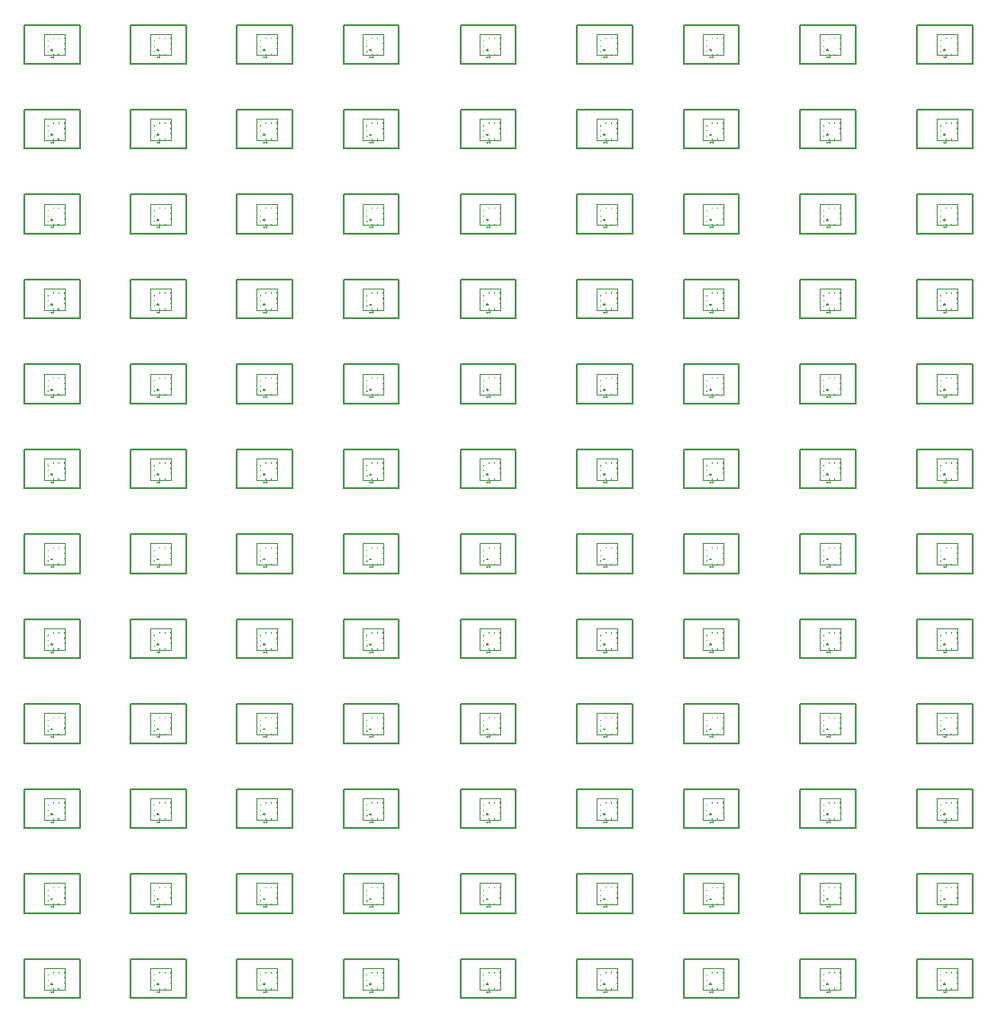
<source format=gto>
G75*
%MOIN*%
%OFA0B0*%
%FSLAX25Y25*%
%IPPOS*%
%LPD*%
%AMOC8*
5,1,8,0,0,1.08239X$1,22.5*
%
%ADD10C,0.00591*%
%ADD11C,0.00300*%
%ADD12C,0.00100*%
%ADD13C,0.00004*%
%ADD14C,0.00500*%
D10*
X0019804Y0021379D02*
X0019804Y0035749D01*
X0040276Y0035749D01*
X0040276Y0021379D01*
X0019804Y0021379D01*
X0019804Y0052875D02*
X0019804Y0067245D01*
X0040276Y0067245D01*
X0040276Y0052875D01*
X0019804Y0052875D01*
X0019804Y0084371D02*
X0019804Y0098741D01*
X0040276Y0098741D01*
X0040276Y0084371D01*
X0019804Y0084371D01*
X0019804Y0115867D02*
X0019804Y0130237D01*
X0040276Y0130237D01*
X0040276Y0115867D01*
X0019804Y0115867D01*
X0019804Y0147363D02*
X0019804Y0161733D01*
X0040276Y0161733D01*
X0040276Y0147363D01*
X0019804Y0147363D01*
X0019804Y0178859D02*
X0019804Y0193229D01*
X0040276Y0193229D01*
X0040276Y0178859D01*
X0019804Y0178859D01*
X0019804Y0210355D02*
X0019804Y0224725D01*
X0040276Y0224725D01*
X0040276Y0210355D01*
X0019804Y0210355D01*
X0019804Y0241851D02*
X0019804Y0256221D01*
X0040276Y0256221D01*
X0040276Y0241851D01*
X0019804Y0241851D01*
X0019804Y0273347D02*
X0019804Y0287717D01*
X0040276Y0287717D01*
X0040276Y0273347D01*
X0019804Y0273347D01*
X0019804Y0304843D02*
X0019804Y0319213D01*
X0040276Y0319213D01*
X0040276Y0304843D01*
X0019804Y0304843D01*
X0019804Y0336339D02*
X0019804Y0350709D01*
X0040276Y0350709D01*
X0040276Y0336339D01*
X0019804Y0336339D01*
X0019804Y0367835D02*
X0019804Y0382206D01*
X0040276Y0382206D01*
X0040276Y0367835D01*
X0019804Y0367835D01*
X0059174Y0367835D02*
X0059174Y0382206D01*
X0079646Y0382206D01*
X0079646Y0367835D01*
X0059174Y0367835D01*
X0059174Y0350709D02*
X0059174Y0336339D01*
X0079646Y0336339D01*
X0079646Y0350709D01*
X0059174Y0350709D01*
X0059174Y0319213D02*
X0059174Y0304843D01*
X0079646Y0304843D01*
X0079646Y0319213D01*
X0059174Y0319213D01*
X0059174Y0287717D02*
X0059174Y0273347D01*
X0079646Y0273347D01*
X0079646Y0287717D01*
X0059174Y0287717D01*
X0059174Y0256221D02*
X0059174Y0241851D01*
X0079646Y0241851D01*
X0079646Y0256221D01*
X0059174Y0256221D01*
X0059174Y0224725D02*
X0059174Y0210355D01*
X0079646Y0210355D01*
X0079646Y0224725D01*
X0059174Y0224725D01*
X0059174Y0193229D02*
X0059174Y0178859D01*
X0079646Y0178859D01*
X0079646Y0193229D01*
X0059174Y0193229D01*
X0059174Y0161733D02*
X0059174Y0147363D01*
X0079646Y0147363D01*
X0079646Y0161733D01*
X0059174Y0161733D01*
X0059174Y0130237D02*
X0059174Y0115867D01*
X0079646Y0115867D01*
X0079646Y0130237D01*
X0059174Y0130237D01*
X0059174Y0098741D02*
X0059174Y0084371D01*
X0079646Y0084371D01*
X0079646Y0098741D01*
X0059174Y0098741D01*
X0059174Y0067245D02*
X0059174Y0052875D01*
X0079646Y0052875D01*
X0079646Y0067245D01*
X0059174Y0067245D01*
X0059174Y0035749D02*
X0059174Y0021379D01*
X0079646Y0021379D01*
X0079646Y0035749D01*
X0059174Y0035749D01*
X0098544Y0035749D02*
X0098544Y0021379D01*
X0119017Y0021379D01*
X0119017Y0035749D01*
X0098544Y0035749D01*
X0098544Y0052875D02*
X0098544Y0067245D01*
X0119017Y0067245D01*
X0119017Y0052875D01*
X0098544Y0052875D01*
X0098544Y0084371D02*
X0098544Y0098741D01*
X0119017Y0098741D01*
X0119017Y0084371D01*
X0098544Y0084371D01*
X0098544Y0115867D02*
X0098544Y0130237D01*
X0119017Y0130237D01*
X0119017Y0115867D01*
X0098544Y0115867D01*
X0098544Y0147363D02*
X0098544Y0161733D01*
X0119017Y0161733D01*
X0119017Y0147363D01*
X0098544Y0147363D01*
X0098544Y0178859D02*
X0098544Y0193229D01*
X0119017Y0193229D01*
X0119017Y0178859D01*
X0098544Y0178859D01*
X0098544Y0210355D02*
X0098544Y0224725D01*
X0119017Y0224725D01*
X0119017Y0210355D01*
X0098544Y0210355D01*
X0098544Y0241851D02*
X0098544Y0256221D01*
X0119017Y0256221D01*
X0119017Y0241851D01*
X0098544Y0241851D01*
X0098544Y0273347D02*
X0098544Y0287717D01*
X0119017Y0287717D01*
X0119017Y0273347D01*
X0098544Y0273347D01*
X0098544Y0304843D02*
X0098544Y0319213D01*
X0119017Y0319213D01*
X0119017Y0304843D01*
X0098544Y0304843D01*
X0098544Y0336339D02*
X0098544Y0350709D01*
X0119017Y0350709D01*
X0119017Y0336339D01*
X0098544Y0336339D01*
X0098544Y0367835D02*
X0098544Y0382206D01*
X0119017Y0382206D01*
X0119017Y0367835D01*
X0098544Y0367835D01*
X0137914Y0367835D02*
X0137914Y0382206D01*
X0158387Y0382206D01*
X0158387Y0367835D01*
X0137914Y0367835D01*
X0137914Y0350709D02*
X0137914Y0336339D01*
X0158387Y0336339D01*
X0158387Y0350709D01*
X0137914Y0350709D01*
X0137914Y0319213D02*
X0137914Y0304843D01*
X0158387Y0304843D01*
X0158387Y0319213D01*
X0137914Y0319213D01*
X0137914Y0287717D02*
X0137914Y0273347D01*
X0158387Y0273347D01*
X0158387Y0287717D01*
X0137914Y0287717D01*
X0137914Y0256221D02*
X0137914Y0241851D01*
X0158387Y0241851D01*
X0158387Y0256221D01*
X0137914Y0256221D01*
X0137914Y0224725D02*
X0137914Y0210355D01*
X0158387Y0210355D01*
X0158387Y0224725D01*
X0137914Y0224725D01*
X0137914Y0193229D02*
X0137914Y0178859D01*
X0158387Y0178859D01*
X0158387Y0193229D01*
X0137914Y0193229D01*
X0137914Y0161733D02*
X0137914Y0147363D01*
X0158387Y0147363D01*
X0158387Y0161733D01*
X0137914Y0161733D01*
X0137914Y0130237D02*
X0137914Y0115867D01*
X0158387Y0115867D01*
X0158387Y0130237D01*
X0137914Y0130237D01*
X0137914Y0098741D02*
X0137914Y0084371D01*
X0158387Y0084371D01*
X0158387Y0098741D01*
X0137914Y0098741D01*
X0137914Y0067245D02*
X0137914Y0052875D01*
X0158387Y0052875D01*
X0158387Y0067245D01*
X0137914Y0067245D01*
X0137914Y0035749D02*
X0137914Y0021379D01*
X0158387Y0021379D01*
X0158387Y0035749D01*
X0137914Y0035749D01*
X0181221Y0035749D02*
X0181221Y0021379D01*
X0201694Y0021379D01*
X0201694Y0035749D01*
X0181221Y0035749D01*
X0181221Y0052875D02*
X0181221Y0067245D01*
X0201694Y0067245D01*
X0201694Y0052875D01*
X0181221Y0052875D01*
X0181221Y0084371D02*
X0181221Y0098741D01*
X0201694Y0098741D01*
X0201694Y0084371D01*
X0181221Y0084371D01*
X0181221Y0115867D02*
X0181221Y0130237D01*
X0201694Y0130237D01*
X0201694Y0115867D01*
X0181221Y0115867D01*
X0181221Y0147363D02*
X0181221Y0161733D01*
X0201694Y0161733D01*
X0201694Y0147363D01*
X0181221Y0147363D01*
X0181221Y0178859D02*
X0181221Y0193229D01*
X0201694Y0193229D01*
X0201694Y0178859D01*
X0181221Y0178859D01*
X0181221Y0210355D02*
X0181221Y0224725D01*
X0201694Y0224725D01*
X0201694Y0210355D01*
X0181221Y0210355D01*
X0181221Y0241851D02*
X0181221Y0256221D01*
X0201694Y0256221D01*
X0201694Y0241851D01*
X0181221Y0241851D01*
X0181221Y0273347D02*
X0181221Y0287717D01*
X0201694Y0287717D01*
X0201694Y0273347D01*
X0181221Y0273347D01*
X0181221Y0304843D02*
X0181221Y0319213D01*
X0201694Y0319213D01*
X0201694Y0304843D01*
X0181221Y0304843D01*
X0181221Y0336339D02*
X0181221Y0350709D01*
X0201694Y0350709D01*
X0201694Y0336339D01*
X0181221Y0336339D01*
X0181221Y0367835D02*
X0181221Y0382206D01*
X0201694Y0382206D01*
X0201694Y0367835D01*
X0181221Y0367835D01*
X0224528Y0367835D02*
X0224528Y0382206D01*
X0245001Y0382206D01*
X0245001Y0367835D01*
X0224528Y0367835D01*
X0224528Y0350709D02*
X0224528Y0336339D01*
X0245001Y0336339D01*
X0245001Y0350709D01*
X0224528Y0350709D01*
X0224528Y0319213D02*
X0224528Y0304843D01*
X0245001Y0304843D01*
X0245001Y0319213D01*
X0224528Y0319213D01*
X0224528Y0287717D02*
X0224528Y0273347D01*
X0245001Y0273347D01*
X0245001Y0287717D01*
X0224528Y0287717D01*
X0224528Y0256221D02*
X0224528Y0241851D01*
X0245001Y0241851D01*
X0245001Y0256221D01*
X0224528Y0256221D01*
X0224528Y0224725D02*
X0224528Y0210355D01*
X0245001Y0210355D01*
X0245001Y0224725D01*
X0224528Y0224725D01*
X0224528Y0193229D02*
X0224528Y0178859D01*
X0245001Y0178859D01*
X0245001Y0193229D01*
X0224528Y0193229D01*
X0224528Y0161733D02*
X0224528Y0147363D01*
X0245001Y0147363D01*
X0245001Y0161733D01*
X0224528Y0161733D01*
X0224528Y0130237D02*
X0224528Y0115867D01*
X0245001Y0115867D01*
X0245001Y0130237D01*
X0224528Y0130237D01*
X0224528Y0098741D02*
X0224528Y0084371D01*
X0245001Y0084371D01*
X0245001Y0098741D01*
X0224528Y0098741D01*
X0224528Y0067245D02*
X0224528Y0052875D01*
X0245001Y0052875D01*
X0245001Y0067245D01*
X0224528Y0067245D01*
X0224528Y0035749D02*
X0224528Y0021379D01*
X0245001Y0021379D01*
X0245001Y0035749D01*
X0224528Y0035749D01*
X0263898Y0035749D02*
X0263898Y0021379D01*
X0284371Y0021379D01*
X0284371Y0035749D01*
X0263898Y0035749D01*
X0263898Y0052875D02*
X0263898Y0067245D01*
X0284371Y0067245D01*
X0284371Y0052875D01*
X0263898Y0052875D01*
X0263898Y0084371D02*
X0263898Y0098741D01*
X0284371Y0098741D01*
X0284371Y0084371D01*
X0263898Y0084371D01*
X0263898Y0115867D02*
X0263898Y0130237D01*
X0284371Y0130237D01*
X0284371Y0115867D01*
X0263898Y0115867D01*
X0263898Y0147363D02*
X0263898Y0161733D01*
X0284371Y0161733D01*
X0284371Y0147363D01*
X0263898Y0147363D01*
X0263898Y0178859D02*
X0263898Y0193229D01*
X0284371Y0193229D01*
X0284371Y0178859D01*
X0263898Y0178859D01*
X0263898Y0210355D02*
X0263898Y0224725D01*
X0284371Y0224725D01*
X0284371Y0210355D01*
X0263898Y0210355D01*
X0263898Y0241851D02*
X0263898Y0256221D01*
X0284371Y0256221D01*
X0284371Y0241851D01*
X0263898Y0241851D01*
X0263898Y0273347D02*
X0263898Y0287717D01*
X0284371Y0287717D01*
X0284371Y0273347D01*
X0263898Y0273347D01*
X0263898Y0304843D02*
X0263898Y0319213D01*
X0284371Y0319213D01*
X0284371Y0304843D01*
X0263898Y0304843D01*
X0263898Y0336339D02*
X0263898Y0350709D01*
X0284371Y0350709D01*
X0284371Y0336339D01*
X0263898Y0336339D01*
X0263898Y0367835D02*
X0263898Y0382206D01*
X0284371Y0382206D01*
X0284371Y0367835D01*
X0263898Y0367835D01*
X0307206Y0367835D02*
X0307206Y0382206D01*
X0327678Y0382206D01*
X0327678Y0367835D01*
X0307206Y0367835D01*
X0307206Y0350709D02*
X0307206Y0336339D01*
X0327678Y0336339D01*
X0327678Y0350709D01*
X0307206Y0350709D01*
X0307206Y0319213D02*
X0307206Y0304843D01*
X0327678Y0304843D01*
X0327678Y0319213D01*
X0307206Y0319213D01*
X0307206Y0287717D02*
X0307206Y0273347D01*
X0327678Y0273347D01*
X0327678Y0287717D01*
X0307206Y0287717D01*
X0307206Y0256221D02*
X0307206Y0241851D01*
X0327678Y0241851D01*
X0327678Y0256221D01*
X0307206Y0256221D01*
X0307206Y0224725D02*
X0307206Y0210355D01*
X0327678Y0210355D01*
X0327678Y0224725D01*
X0307206Y0224725D01*
X0307206Y0193229D02*
X0307206Y0178859D01*
X0327678Y0178859D01*
X0327678Y0193229D01*
X0307206Y0193229D01*
X0307206Y0161733D02*
X0307206Y0147363D01*
X0327678Y0147363D01*
X0327678Y0161733D01*
X0307206Y0161733D01*
X0307206Y0130237D02*
X0307206Y0115867D01*
X0327678Y0115867D01*
X0327678Y0130237D01*
X0307206Y0130237D01*
X0307206Y0098741D02*
X0307206Y0084371D01*
X0327678Y0084371D01*
X0327678Y0098741D01*
X0307206Y0098741D01*
X0307206Y0067245D02*
X0307206Y0052875D01*
X0327678Y0052875D01*
X0327678Y0067245D01*
X0307206Y0067245D01*
X0307206Y0035749D02*
X0307206Y0021379D01*
X0327678Y0021379D01*
X0327678Y0035749D01*
X0307206Y0035749D01*
X0350513Y0035749D02*
X0350513Y0021379D01*
X0370985Y0021379D01*
X0370985Y0035749D01*
X0350513Y0035749D01*
X0350513Y0052875D02*
X0350513Y0067245D01*
X0370985Y0067245D01*
X0370985Y0052875D01*
X0350513Y0052875D01*
X0350513Y0084371D02*
X0350513Y0098741D01*
X0370985Y0098741D01*
X0370985Y0084371D01*
X0350513Y0084371D01*
X0350513Y0115867D02*
X0350513Y0130237D01*
X0370985Y0130237D01*
X0370985Y0115867D01*
X0350513Y0115867D01*
X0350513Y0147363D02*
X0350513Y0161733D01*
X0370985Y0161733D01*
X0370985Y0147363D01*
X0350513Y0147363D01*
X0350513Y0178859D02*
X0350513Y0193229D01*
X0370985Y0193229D01*
X0370985Y0178859D01*
X0350513Y0178859D01*
X0350513Y0210355D02*
X0350513Y0224725D01*
X0370985Y0224725D01*
X0370985Y0210355D01*
X0350513Y0210355D01*
X0350513Y0241851D02*
X0350513Y0256221D01*
X0370985Y0256221D01*
X0370985Y0241851D01*
X0350513Y0241851D01*
X0350513Y0273347D02*
X0350513Y0287717D01*
X0370985Y0287717D01*
X0370985Y0273347D01*
X0350513Y0273347D01*
X0350513Y0304843D02*
X0350513Y0319213D01*
X0370985Y0319213D01*
X0370985Y0304843D01*
X0350513Y0304843D01*
X0350513Y0336339D02*
X0350513Y0350709D01*
X0370985Y0350709D01*
X0370985Y0336339D01*
X0350513Y0336339D01*
X0350513Y0367835D02*
X0350513Y0382206D01*
X0370985Y0382206D01*
X0370985Y0367835D01*
X0350513Y0367835D01*
D11*
X0357599Y0370985D02*
X0357599Y0378859D01*
X0365473Y0378859D01*
X0365473Y0370985D01*
X0357599Y0370985D01*
X0357599Y0347363D02*
X0365473Y0347363D01*
X0365473Y0339489D01*
X0357599Y0339489D01*
X0357599Y0347363D01*
X0357599Y0315867D02*
X0365473Y0315867D01*
X0365473Y0307993D01*
X0357599Y0307993D01*
X0357599Y0315867D01*
X0357599Y0284371D02*
X0365473Y0284371D01*
X0365473Y0276497D01*
X0357599Y0276497D01*
X0357599Y0284371D01*
X0357599Y0252875D02*
X0365473Y0252875D01*
X0365473Y0245001D01*
X0357599Y0245001D01*
X0357599Y0252875D01*
X0357599Y0221379D02*
X0365473Y0221379D01*
X0365473Y0213505D01*
X0357599Y0213505D01*
X0357599Y0221379D01*
X0357599Y0189883D02*
X0365473Y0189883D01*
X0365473Y0182009D01*
X0357599Y0182009D01*
X0357599Y0189883D01*
X0357599Y0158387D02*
X0365473Y0158387D01*
X0365473Y0150513D01*
X0357599Y0150513D01*
X0357599Y0158387D01*
X0357599Y0126891D02*
X0365473Y0126891D01*
X0365473Y0119017D01*
X0357599Y0119017D01*
X0357599Y0126891D01*
X0357599Y0095394D02*
X0365473Y0095394D01*
X0365473Y0087520D01*
X0357599Y0087520D01*
X0357599Y0095394D01*
X0357599Y0063898D02*
X0365473Y0063898D01*
X0365473Y0056024D01*
X0357599Y0056024D01*
X0357599Y0063898D01*
X0357599Y0032402D02*
X0365473Y0032402D01*
X0365473Y0024528D01*
X0357599Y0024528D01*
X0357599Y0032402D01*
X0322166Y0032402D02*
X0322166Y0024528D01*
X0314292Y0024528D01*
X0314292Y0032402D01*
X0322166Y0032402D01*
X0322166Y0056024D02*
X0314292Y0056024D01*
X0314292Y0063898D01*
X0322166Y0063898D01*
X0322166Y0056024D01*
X0322166Y0087520D02*
X0314292Y0087520D01*
X0314292Y0095394D01*
X0322166Y0095394D01*
X0322166Y0087520D01*
X0322166Y0119017D02*
X0314292Y0119017D01*
X0314292Y0126891D01*
X0322166Y0126891D01*
X0322166Y0119017D01*
X0322166Y0150513D02*
X0314292Y0150513D01*
X0314292Y0158387D01*
X0322166Y0158387D01*
X0322166Y0150513D01*
X0322166Y0182009D02*
X0314292Y0182009D01*
X0314292Y0189883D01*
X0322166Y0189883D01*
X0322166Y0182009D01*
X0322166Y0213505D02*
X0314292Y0213505D01*
X0314292Y0221379D01*
X0322166Y0221379D01*
X0322166Y0213505D01*
X0322166Y0245001D02*
X0314292Y0245001D01*
X0314292Y0252875D01*
X0322166Y0252875D01*
X0322166Y0245001D01*
X0322166Y0276497D02*
X0314292Y0276497D01*
X0314292Y0284371D01*
X0322166Y0284371D01*
X0322166Y0276497D01*
X0322166Y0307993D02*
X0314292Y0307993D01*
X0314292Y0315867D01*
X0322166Y0315867D01*
X0322166Y0307993D01*
X0322166Y0339489D02*
X0314292Y0339489D01*
X0314292Y0347363D01*
X0322166Y0347363D01*
X0322166Y0339489D01*
X0322166Y0370985D02*
X0314292Y0370985D01*
X0314292Y0378859D01*
X0322166Y0378859D01*
X0322166Y0370985D01*
X0278859Y0370985D02*
X0270985Y0370985D01*
X0270985Y0378859D01*
X0278859Y0378859D01*
X0278859Y0370985D01*
X0278859Y0347363D02*
X0270985Y0347363D01*
X0270985Y0339489D01*
X0278859Y0339489D01*
X0278859Y0347363D01*
X0278859Y0315867D02*
X0270985Y0315867D01*
X0270985Y0307993D01*
X0278859Y0307993D01*
X0278859Y0315867D01*
X0278859Y0284371D02*
X0270985Y0284371D01*
X0270985Y0276497D01*
X0278859Y0276497D01*
X0278859Y0284371D01*
X0278859Y0252875D02*
X0270985Y0252875D01*
X0270985Y0245001D01*
X0278859Y0245001D01*
X0278859Y0252875D01*
X0278859Y0221379D02*
X0270985Y0221379D01*
X0270985Y0213505D01*
X0278859Y0213505D01*
X0278859Y0221379D01*
X0278859Y0189883D02*
X0270985Y0189883D01*
X0270985Y0182009D01*
X0278859Y0182009D01*
X0278859Y0189883D01*
X0278859Y0158387D02*
X0270985Y0158387D01*
X0270985Y0150513D01*
X0278859Y0150513D01*
X0278859Y0158387D01*
X0278859Y0126891D02*
X0270985Y0126891D01*
X0270985Y0119017D01*
X0278859Y0119017D01*
X0278859Y0126891D01*
X0278859Y0095394D02*
X0270985Y0095394D01*
X0270985Y0087520D01*
X0278859Y0087520D01*
X0278859Y0095394D01*
X0278859Y0063898D02*
X0270985Y0063898D01*
X0270985Y0056024D01*
X0278859Y0056024D01*
X0278859Y0063898D01*
X0278859Y0032402D02*
X0270985Y0032402D01*
X0270985Y0024528D01*
X0278859Y0024528D01*
X0278859Y0032402D01*
X0239489Y0032402D02*
X0239489Y0024528D01*
X0231615Y0024528D01*
X0231615Y0032402D01*
X0239489Y0032402D01*
X0239489Y0056024D02*
X0231615Y0056024D01*
X0231615Y0063898D01*
X0239489Y0063898D01*
X0239489Y0056024D01*
X0239489Y0087520D02*
X0231615Y0087520D01*
X0231615Y0095394D01*
X0239489Y0095394D01*
X0239489Y0087520D01*
X0239489Y0119017D02*
X0231615Y0119017D01*
X0231615Y0126891D01*
X0239489Y0126891D01*
X0239489Y0119017D01*
X0239489Y0150513D02*
X0231615Y0150513D01*
X0231615Y0158387D01*
X0239489Y0158387D01*
X0239489Y0150513D01*
X0239489Y0182009D02*
X0231615Y0182009D01*
X0231615Y0189883D01*
X0239489Y0189883D01*
X0239489Y0182009D01*
X0239489Y0213505D02*
X0231615Y0213505D01*
X0231615Y0221379D01*
X0239489Y0221379D01*
X0239489Y0213505D01*
X0239489Y0245001D02*
X0231615Y0245001D01*
X0231615Y0252875D01*
X0239489Y0252875D01*
X0239489Y0245001D01*
X0239489Y0276497D02*
X0231615Y0276497D01*
X0231615Y0284371D01*
X0239489Y0284371D01*
X0239489Y0276497D01*
X0239489Y0307993D02*
X0231615Y0307993D01*
X0231615Y0315867D01*
X0239489Y0315867D01*
X0239489Y0307993D01*
X0239489Y0339489D02*
X0231615Y0339489D01*
X0231615Y0347363D01*
X0239489Y0347363D01*
X0239489Y0339489D01*
X0239489Y0370985D02*
X0231615Y0370985D01*
X0231615Y0378859D01*
X0239489Y0378859D01*
X0239489Y0370985D01*
X0196182Y0370985D02*
X0188308Y0370985D01*
X0188308Y0378859D01*
X0196182Y0378859D01*
X0196182Y0370985D01*
X0196182Y0347363D02*
X0188308Y0347363D01*
X0188308Y0339489D01*
X0196182Y0339489D01*
X0196182Y0347363D01*
X0196182Y0315867D02*
X0188308Y0315867D01*
X0188308Y0307993D01*
X0196182Y0307993D01*
X0196182Y0315867D01*
X0196182Y0284371D02*
X0188308Y0284371D01*
X0188308Y0276497D01*
X0196182Y0276497D01*
X0196182Y0284371D01*
X0196182Y0252875D02*
X0188308Y0252875D01*
X0188308Y0245001D01*
X0196182Y0245001D01*
X0196182Y0252875D01*
X0196182Y0221379D02*
X0188308Y0221379D01*
X0188308Y0213505D01*
X0196182Y0213505D01*
X0196182Y0221379D01*
X0196182Y0189883D02*
X0188308Y0189883D01*
X0188308Y0182009D01*
X0196182Y0182009D01*
X0196182Y0189883D01*
X0196182Y0158387D02*
X0188308Y0158387D01*
X0188308Y0150513D01*
X0196182Y0150513D01*
X0196182Y0158387D01*
X0196182Y0126891D02*
X0188308Y0126891D01*
X0188308Y0119017D01*
X0196182Y0119017D01*
X0196182Y0126891D01*
X0196182Y0095394D02*
X0188308Y0095394D01*
X0188308Y0087520D01*
X0196182Y0087520D01*
X0196182Y0095394D01*
X0196182Y0063898D02*
X0188308Y0063898D01*
X0188308Y0056024D01*
X0196182Y0056024D01*
X0196182Y0063898D01*
X0196182Y0032402D02*
X0188308Y0032402D01*
X0188308Y0024528D01*
X0196182Y0024528D01*
X0196182Y0032402D01*
X0152875Y0032402D02*
X0152875Y0024528D01*
X0145001Y0024528D01*
X0145001Y0032402D01*
X0152875Y0032402D01*
X0152875Y0056024D02*
X0145001Y0056024D01*
X0145001Y0063898D01*
X0152875Y0063898D01*
X0152875Y0056024D01*
X0152875Y0087520D02*
X0145001Y0087520D01*
X0145001Y0095394D01*
X0152875Y0095394D01*
X0152875Y0087520D01*
X0152875Y0119017D02*
X0145001Y0119017D01*
X0145001Y0126891D01*
X0152875Y0126891D01*
X0152875Y0119017D01*
X0152875Y0150513D02*
X0145001Y0150513D01*
X0145001Y0158387D01*
X0152875Y0158387D01*
X0152875Y0150513D01*
X0152875Y0182009D02*
X0145001Y0182009D01*
X0145001Y0189883D01*
X0152875Y0189883D01*
X0152875Y0182009D01*
X0152875Y0213505D02*
X0145001Y0213505D01*
X0145001Y0221379D01*
X0152875Y0221379D01*
X0152875Y0213505D01*
X0152875Y0245001D02*
X0145001Y0245001D01*
X0145001Y0252875D01*
X0152875Y0252875D01*
X0152875Y0245001D01*
X0152875Y0276497D02*
X0145001Y0276497D01*
X0145001Y0284371D01*
X0152875Y0284371D01*
X0152875Y0276497D01*
X0152875Y0307993D02*
X0145001Y0307993D01*
X0145001Y0315867D01*
X0152875Y0315867D01*
X0152875Y0307993D01*
X0152875Y0339489D02*
X0145001Y0339489D01*
X0145001Y0347363D01*
X0152875Y0347363D01*
X0152875Y0339489D01*
X0152875Y0370985D02*
X0145001Y0370985D01*
X0145001Y0378859D01*
X0152875Y0378859D01*
X0152875Y0370985D01*
X0113505Y0370985D02*
X0105631Y0370985D01*
X0105631Y0378859D01*
X0113505Y0378859D01*
X0113505Y0370985D01*
X0113505Y0347363D02*
X0105631Y0347363D01*
X0105631Y0339489D01*
X0113505Y0339489D01*
X0113505Y0347363D01*
X0113505Y0315867D02*
X0105631Y0315867D01*
X0105631Y0307993D01*
X0113505Y0307993D01*
X0113505Y0315867D01*
X0113505Y0284371D02*
X0105631Y0284371D01*
X0105631Y0276497D01*
X0113505Y0276497D01*
X0113505Y0284371D01*
X0113505Y0252875D02*
X0105631Y0252875D01*
X0105631Y0245001D01*
X0113505Y0245001D01*
X0113505Y0252875D01*
X0113505Y0221379D02*
X0105631Y0221379D01*
X0105631Y0213505D01*
X0113505Y0213505D01*
X0113505Y0221379D01*
X0113505Y0189883D02*
X0105631Y0189883D01*
X0105631Y0182009D01*
X0113505Y0182009D01*
X0113505Y0189883D01*
X0113505Y0158387D02*
X0105631Y0158387D01*
X0105631Y0150513D01*
X0113505Y0150513D01*
X0113505Y0158387D01*
X0113505Y0126891D02*
X0105631Y0126891D01*
X0105631Y0119017D01*
X0113505Y0119017D01*
X0113505Y0126891D01*
X0113505Y0095394D02*
X0105631Y0095394D01*
X0105631Y0087520D01*
X0113505Y0087520D01*
X0113505Y0095394D01*
X0113505Y0063898D02*
X0105631Y0063898D01*
X0105631Y0056024D01*
X0113505Y0056024D01*
X0113505Y0063898D01*
X0113505Y0032402D02*
X0105631Y0032402D01*
X0105631Y0024528D01*
X0113505Y0024528D01*
X0113505Y0032402D01*
X0074135Y0032402D02*
X0074135Y0024528D01*
X0066261Y0024528D01*
X0066261Y0032402D01*
X0074135Y0032402D01*
X0074135Y0056024D02*
X0066261Y0056024D01*
X0066261Y0063898D01*
X0074135Y0063898D01*
X0074135Y0056024D01*
X0074135Y0087520D02*
X0066261Y0087520D01*
X0066261Y0095394D01*
X0074135Y0095394D01*
X0074135Y0087520D01*
X0074135Y0119017D02*
X0066261Y0119017D01*
X0066261Y0126891D01*
X0074135Y0126891D01*
X0074135Y0119017D01*
X0074135Y0150513D02*
X0066261Y0150513D01*
X0066261Y0158387D01*
X0074135Y0158387D01*
X0074135Y0150513D01*
X0074135Y0182009D02*
X0066261Y0182009D01*
X0066261Y0189883D01*
X0074135Y0189883D01*
X0074135Y0182009D01*
X0074135Y0213505D02*
X0066261Y0213505D01*
X0066261Y0221379D01*
X0074135Y0221379D01*
X0074135Y0213505D01*
X0074135Y0245001D02*
X0066261Y0245001D01*
X0066261Y0252875D01*
X0074135Y0252875D01*
X0074135Y0245001D01*
X0074135Y0276497D02*
X0066261Y0276497D01*
X0066261Y0284371D01*
X0074135Y0284371D01*
X0074135Y0276497D01*
X0074135Y0307993D02*
X0066261Y0307993D01*
X0066261Y0315867D01*
X0074135Y0315867D01*
X0074135Y0307993D01*
X0074135Y0339489D02*
X0066261Y0339489D01*
X0066261Y0347363D01*
X0074135Y0347363D01*
X0074135Y0339489D01*
X0074135Y0370985D02*
X0066261Y0370985D01*
X0066261Y0378859D01*
X0074135Y0378859D01*
X0074135Y0370985D01*
X0034765Y0370985D02*
X0026891Y0370985D01*
X0026891Y0378859D01*
X0034765Y0378859D01*
X0034765Y0370985D01*
X0034765Y0347363D02*
X0026891Y0347363D01*
X0026891Y0339489D01*
X0034765Y0339489D01*
X0034765Y0347363D01*
X0034765Y0315867D02*
X0026891Y0315867D01*
X0026891Y0307993D01*
X0034765Y0307993D01*
X0034765Y0315867D01*
X0034765Y0284371D02*
X0026891Y0284371D01*
X0026891Y0276497D01*
X0034765Y0276497D01*
X0034765Y0284371D01*
X0034765Y0252875D02*
X0026891Y0252875D01*
X0026891Y0245001D01*
X0034765Y0245001D01*
X0034765Y0252875D01*
X0034765Y0221379D02*
X0026891Y0221379D01*
X0026891Y0213505D01*
X0034765Y0213505D01*
X0034765Y0221379D01*
X0034765Y0189883D02*
X0026891Y0189883D01*
X0026891Y0182009D01*
X0034765Y0182009D01*
X0034765Y0189883D01*
X0034765Y0158387D02*
X0026891Y0158387D01*
X0026891Y0150513D01*
X0034765Y0150513D01*
X0034765Y0158387D01*
X0034765Y0126891D02*
X0026891Y0126891D01*
X0026891Y0119017D01*
X0034765Y0119017D01*
X0034765Y0126891D01*
X0034765Y0095394D02*
X0026891Y0095394D01*
X0026891Y0087520D01*
X0034765Y0087520D01*
X0034765Y0095394D01*
X0034765Y0063898D02*
X0026891Y0063898D01*
X0026891Y0056024D01*
X0034765Y0056024D01*
X0034765Y0063898D01*
X0034765Y0032402D02*
X0026891Y0032402D01*
X0026891Y0024528D01*
X0034765Y0024528D01*
X0034765Y0032402D01*
D12*
X0030501Y0024207D02*
X0030501Y0023473D01*
X0030501Y0023840D02*
X0029400Y0023840D01*
X0029767Y0023473D01*
X0029767Y0054969D02*
X0029400Y0055336D01*
X0030501Y0055336D01*
X0030501Y0054969D02*
X0030501Y0055703D01*
X0030501Y0086466D02*
X0030501Y0087199D01*
X0030501Y0086833D02*
X0029400Y0086833D01*
X0029767Y0086466D01*
X0029767Y0117962D02*
X0029400Y0118329D01*
X0030501Y0118329D01*
X0030501Y0117962D02*
X0030501Y0118696D01*
X0030501Y0149458D02*
X0030501Y0150192D01*
X0030501Y0149825D02*
X0029400Y0149825D01*
X0029767Y0149458D01*
X0029767Y0180954D02*
X0029400Y0181321D01*
X0030501Y0181321D01*
X0030501Y0180954D02*
X0030501Y0181688D01*
X0030501Y0212450D02*
X0030501Y0213184D01*
X0030501Y0212817D02*
X0029400Y0212817D01*
X0029767Y0212450D01*
X0029767Y0243946D02*
X0029400Y0244313D01*
X0030501Y0244313D01*
X0030501Y0243946D02*
X0030501Y0244680D01*
X0030501Y0275442D02*
X0030501Y0276176D01*
X0030501Y0275809D02*
X0029400Y0275809D01*
X0029767Y0275442D01*
X0029767Y0306938D02*
X0029400Y0307305D01*
X0030501Y0307305D01*
X0030501Y0306938D02*
X0030501Y0307672D01*
X0030501Y0338434D02*
X0030501Y0339168D01*
X0030501Y0338801D02*
X0029400Y0338801D01*
X0029767Y0338434D01*
X0029767Y0369930D02*
X0029400Y0370297D01*
X0030501Y0370297D01*
X0030501Y0369930D02*
X0030501Y0370664D01*
X0068770Y0370297D02*
X0069871Y0370297D01*
X0069871Y0369930D02*
X0069871Y0370664D01*
X0069137Y0369930D02*
X0068770Y0370297D01*
X0069871Y0339168D02*
X0069871Y0338434D01*
X0069871Y0338801D02*
X0068770Y0338801D01*
X0069137Y0338434D01*
X0069871Y0307672D02*
X0069871Y0306938D01*
X0069871Y0307305D02*
X0068770Y0307305D01*
X0069137Y0306938D01*
X0069871Y0276176D02*
X0069871Y0275442D01*
X0069871Y0275809D02*
X0068770Y0275809D01*
X0069137Y0275442D01*
X0069871Y0244680D02*
X0069871Y0243946D01*
X0069871Y0244313D02*
X0068770Y0244313D01*
X0069137Y0243946D01*
X0069871Y0213184D02*
X0069871Y0212450D01*
X0069871Y0212817D02*
X0068770Y0212817D01*
X0069137Y0212450D01*
X0069871Y0181688D02*
X0069871Y0180954D01*
X0069871Y0181321D02*
X0068770Y0181321D01*
X0069137Y0180954D01*
X0069871Y0150192D02*
X0069871Y0149458D01*
X0069871Y0149825D02*
X0068770Y0149825D01*
X0069137Y0149458D01*
X0069871Y0118696D02*
X0069871Y0117962D01*
X0069871Y0118329D02*
X0068770Y0118329D01*
X0069137Y0117962D01*
X0069871Y0087199D02*
X0069871Y0086466D01*
X0069871Y0086833D02*
X0068770Y0086833D01*
X0069137Y0086466D01*
X0069871Y0055703D02*
X0069871Y0054969D01*
X0069871Y0055336D02*
X0068770Y0055336D01*
X0069137Y0054969D01*
X0069871Y0024207D02*
X0069871Y0023473D01*
X0069871Y0023840D02*
X0068770Y0023840D01*
X0069137Y0023473D01*
X0108140Y0023840D02*
X0108507Y0023473D01*
X0108140Y0023840D02*
X0109241Y0023840D01*
X0109241Y0023473D02*
X0109241Y0024207D01*
X0109241Y0054969D02*
X0109241Y0055703D01*
X0109241Y0055336D02*
X0108140Y0055336D01*
X0108507Y0054969D01*
X0108507Y0086466D02*
X0108140Y0086833D01*
X0109241Y0086833D01*
X0109241Y0087199D02*
X0109241Y0086466D01*
X0109241Y0117962D02*
X0109241Y0118696D01*
X0109241Y0118329D02*
X0108140Y0118329D01*
X0108507Y0117962D01*
X0108507Y0149458D02*
X0108140Y0149825D01*
X0109241Y0149825D01*
X0109241Y0149458D02*
X0109241Y0150192D01*
X0109241Y0180954D02*
X0109241Y0181688D01*
X0109241Y0181321D02*
X0108140Y0181321D01*
X0108507Y0180954D01*
X0108507Y0212450D02*
X0108140Y0212817D01*
X0109241Y0212817D01*
X0109241Y0212450D02*
X0109241Y0213184D01*
X0109241Y0243946D02*
X0109241Y0244680D01*
X0109241Y0244313D02*
X0108140Y0244313D01*
X0108507Y0243946D01*
X0108507Y0275442D02*
X0108140Y0275809D01*
X0109241Y0275809D01*
X0109241Y0275442D02*
X0109241Y0276176D01*
X0109241Y0306938D02*
X0109241Y0307672D01*
X0109241Y0307305D02*
X0108140Y0307305D01*
X0108507Y0306938D01*
X0108507Y0338434D02*
X0108140Y0338801D01*
X0109241Y0338801D01*
X0109241Y0338434D02*
X0109241Y0339168D01*
X0109241Y0369930D02*
X0109241Y0370664D01*
X0109241Y0370297D02*
X0108140Y0370297D01*
X0108507Y0369930D01*
X0147510Y0370297D02*
X0148611Y0370297D01*
X0148611Y0369930D02*
X0148611Y0370664D01*
X0147877Y0369930D02*
X0147510Y0370297D01*
X0148611Y0339168D02*
X0148611Y0338434D01*
X0148611Y0338801D02*
X0147510Y0338801D01*
X0147877Y0338434D01*
X0148611Y0307672D02*
X0148611Y0306938D01*
X0148611Y0307305D02*
X0147510Y0307305D01*
X0147877Y0306938D01*
X0148611Y0276176D02*
X0148611Y0275442D01*
X0148611Y0275809D02*
X0147510Y0275809D01*
X0147877Y0275442D01*
X0148611Y0244680D02*
X0148611Y0243946D01*
X0148611Y0244313D02*
X0147510Y0244313D01*
X0147877Y0243946D01*
X0148611Y0213184D02*
X0148611Y0212450D01*
X0148611Y0212817D02*
X0147510Y0212817D01*
X0147877Y0212450D01*
X0148611Y0181688D02*
X0148611Y0180954D01*
X0148611Y0181321D02*
X0147510Y0181321D01*
X0147877Y0180954D01*
X0148611Y0150192D02*
X0148611Y0149458D01*
X0148611Y0149825D02*
X0147510Y0149825D01*
X0147877Y0149458D01*
X0148611Y0118696D02*
X0148611Y0117962D01*
X0148611Y0118329D02*
X0147510Y0118329D01*
X0147877Y0117962D01*
X0148611Y0087199D02*
X0148611Y0086466D01*
X0148611Y0086833D02*
X0147510Y0086833D01*
X0147877Y0086466D01*
X0148611Y0055703D02*
X0148611Y0054969D01*
X0148611Y0055336D02*
X0147510Y0055336D01*
X0147877Y0054969D01*
X0148611Y0024207D02*
X0148611Y0023473D01*
X0148611Y0023840D02*
X0147510Y0023840D01*
X0147877Y0023473D01*
X0190818Y0023840D02*
X0191185Y0023473D01*
X0190818Y0023840D02*
X0191919Y0023840D01*
X0191919Y0023473D02*
X0191919Y0024207D01*
X0191919Y0054969D02*
X0191919Y0055703D01*
X0191919Y0055336D02*
X0190818Y0055336D01*
X0191185Y0054969D01*
X0191185Y0086466D02*
X0190818Y0086833D01*
X0191919Y0086833D01*
X0191919Y0087199D02*
X0191919Y0086466D01*
X0191919Y0117962D02*
X0191919Y0118696D01*
X0191919Y0118329D02*
X0190818Y0118329D01*
X0191185Y0117962D01*
X0191185Y0149458D02*
X0190818Y0149825D01*
X0191919Y0149825D01*
X0191919Y0149458D02*
X0191919Y0150192D01*
X0191919Y0180954D02*
X0191919Y0181688D01*
X0191919Y0181321D02*
X0190818Y0181321D01*
X0191185Y0180954D01*
X0191185Y0212450D02*
X0190818Y0212817D01*
X0191919Y0212817D01*
X0191919Y0212450D02*
X0191919Y0213184D01*
X0191919Y0243946D02*
X0191919Y0244680D01*
X0191919Y0244313D02*
X0190818Y0244313D01*
X0191185Y0243946D01*
X0191185Y0275442D02*
X0190818Y0275809D01*
X0191919Y0275809D01*
X0191919Y0275442D02*
X0191919Y0276176D01*
X0191919Y0306938D02*
X0191919Y0307672D01*
X0191919Y0307305D02*
X0190818Y0307305D01*
X0191185Y0306938D01*
X0191185Y0338434D02*
X0190818Y0338801D01*
X0191919Y0338801D01*
X0191919Y0338434D02*
X0191919Y0339168D01*
X0191919Y0369930D02*
X0191919Y0370664D01*
X0191919Y0370297D02*
X0190818Y0370297D01*
X0191185Y0369930D01*
X0234125Y0370297D02*
X0235226Y0370297D01*
X0235226Y0369930D02*
X0235226Y0370664D01*
X0234492Y0369930D02*
X0234125Y0370297D01*
X0235226Y0339168D02*
X0235226Y0338434D01*
X0235226Y0338801D02*
X0234125Y0338801D01*
X0234492Y0338434D01*
X0235226Y0307672D02*
X0235226Y0306938D01*
X0235226Y0307305D02*
X0234125Y0307305D01*
X0234492Y0306938D01*
X0235226Y0276176D02*
X0235226Y0275442D01*
X0235226Y0275809D02*
X0234125Y0275809D01*
X0234492Y0275442D01*
X0235226Y0244680D02*
X0235226Y0243946D01*
X0235226Y0244313D02*
X0234125Y0244313D01*
X0234492Y0243946D01*
X0235226Y0213184D02*
X0235226Y0212450D01*
X0235226Y0212817D02*
X0234125Y0212817D01*
X0234492Y0212450D01*
X0235226Y0181688D02*
X0235226Y0180954D01*
X0235226Y0181321D02*
X0234125Y0181321D01*
X0234492Y0180954D01*
X0235226Y0150192D02*
X0235226Y0149458D01*
X0235226Y0149825D02*
X0234125Y0149825D01*
X0234492Y0149458D01*
X0235226Y0118696D02*
X0235226Y0117962D01*
X0235226Y0118329D02*
X0234125Y0118329D01*
X0234492Y0117962D01*
X0235226Y0087199D02*
X0235226Y0086466D01*
X0235226Y0086833D02*
X0234125Y0086833D01*
X0234492Y0086466D01*
X0235226Y0055703D02*
X0235226Y0054969D01*
X0235226Y0055336D02*
X0234125Y0055336D01*
X0234492Y0054969D01*
X0235226Y0024207D02*
X0235226Y0023473D01*
X0235226Y0023840D02*
X0234125Y0023840D01*
X0234492Y0023473D01*
X0273495Y0023840D02*
X0273862Y0023473D01*
X0273495Y0023840D02*
X0274596Y0023840D01*
X0274596Y0023473D02*
X0274596Y0024207D01*
X0274596Y0054969D02*
X0274596Y0055703D01*
X0274596Y0055336D02*
X0273495Y0055336D01*
X0273862Y0054969D01*
X0273862Y0086466D02*
X0273495Y0086833D01*
X0274596Y0086833D01*
X0274596Y0087199D02*
X0274596Y0086466D01*
X0274596Y0117962D02*
X0274596Y0118696D01*
X0274596Y0118329D02*
X0273495Y0118329D01*
X0273862Y0117962D01*
X0273862Y0149458D02*
X0273495Y0149825D01*
X0274596Y0149825D01*
X0274596Y0149458D02*
X0274596Y0150192D01*
X0274596Y0180954D02*
X0274596Y0181688D01*
X0274596Y0181321D02*
X0273495Y0181321D01*
X0273862Y0180954D01*
X0273862Y0212450D02*
X0273495Y0212817D01*
X0274596Y0212817D01*
X0274596Y0212450D02*
X0274596Y0213184D01*
X0274596Y0243946D02*
X0274596Y0244680D01*
X0274596Y0244313D02*
X0273495Y0244313D01*
X0273862Y0243946D01*
X0273862Y0275442D02*
X0273495Y0275809D01*
X0274596Y0275809D01*
X0274596Y0275442D02*
X0274596Y0276176D01*
X0274596Y0306938D02*
X0274596Y0307672D01*
X0274596Y0307305D02*
X0273495Y0307305D01*
X0273862Y0306938D01*
X0273862Y0338434D02*
X0273495Y0338801D01*
X0274596Y0338801D01*
X0274596Y0338434D02*
X0274596Y0339168D01*
X0274596Y0369930D02*
X0274596Y0370664D01*
X0274596Y0370297D02*
X0273495Y0370297D01*
X0273862Y0369930D01*
X0316802Y0370297D02*
X0317903Y0370297D01*
X0317903Y0369930D02*
X0317903Y0370664D01*
X0317169Y0369930D02*
X0316802Y0370297D01*
X0317903Y0339168D02*
X0317903Y0338434D01*
X0317903Y0338801D02*
X0316802Y0338801D01*
X0317169Y0338434D01*
X0317903Y0307672D02*
X0317903Y0306938D01*
X0317903Y0307305D02*
X0316802Y0307305D01*
X0317169Y0306938D01*
X0317903Y0276176D02*
X0317903Y0275442D01*
X0317903Y0275809D02*
X0316802Y0275809D01*
X0317169Y0275442D01*
X0317903Y0244680D02*
X0317903Y0243946D01*
X0317903Y0244313D02*
X0316802Y0244313D01*
X0317169Y0243946D01*
X0317903Y0213184D02*
X0317903Y0212450D01*
X0317903Y0212817D02*
X0316802Y0212817D01*
X0317169Y0212450D01*
X0317903Y0181688D02*
X0317903Y0180954D01*
X0317903Y0181321D02*
X0316802Y0181321D01*
X0317169Y0180954D01*
X0317903Y0150192D02*
X0317903Y0149458D01*
X0317903Y0149825D02*
X0316802Y0149825D01*
X0317169Y0149458D01*
X0317903Y0118696D02*
X0317903Y0117962D01*
X0317903Y0118329D02*
X0316802Y0118329D01*
X0317169Y0117962D01*
X0317903Y0087199D02*
X0317903Y0086466D01*
X0317903Y0086833D02*
X0316802Y0086833D01*
X0317169Y0086466D01*
X0317903Y0055703D02*
X0317903Y0054969D01*
X0317903Y0055336D02*
X0316802Y0055336D01*
X0317169Y0054969D01*
X0317903Y0024207D02*
X0317903Y0023473D01*
X0317903Y0023840D02*
X0316802Y0023840D01*
X0317169Y0023473D01*
X0360109Y0023840D02*
X0360476Y0023473D01*
X0360109Y0023840D02*
X0361210Y0023840D01*
X0361210Y0023473D02*
X0361210Y0024207D01*
X0361210Y0054969D02*
X0361210Y0055703D01*
X0361210Y0055336D02*
X0360109Y0055336D01*
X0360476Y0054969D01*
X0360476Y0086466D02*
X0360109Y0086833D01*
X0361210Y0086833D01*
X0361210Y0087199D02*
X0361210Y0086466D01*
X0361210Y0117962D02*
X0361210Y0118696D01*
X0361210Y0118329D02*
X0360109Y0118329D01*
X0360476Y0117962D01*
X0360476Y0149458D02*
X0360109Y0149825D01*
X0361210Y0149825D01*
X0361210Y0149458D02*
X0361210Y0150192D01*
X0361210Y0180954D02*
X0361210Y0181688D01*
X0361210Y0181321D02*
X0360109Y0181321D01*
X0360476Y0180954D01*
X0360476Y0212450D02*
X0360109Y0212817D01*
X0361210Y0212817D01*
X0361210Y0212450D02*
X0361210Y0213184D01*
X0361210Y0243946D02*
X0361210Y0244680D01*
X0361210Y0244313D02*
X0360109Y0244313D01*
X0360476Y0243946D01*
X0360476Y0275442D02*
X0360109Y0275809D01*
X0361210Y0275809D01*
X0361210Y0275442D02*
X0361210Y0276176D01*
X0361210Y0306938D02*
X0361210Y0307672D01*
X0361210Y0307305D02*
X0360109Y0307305D01*
X0360476Y0306938D01*
X0360476Y0338434D02*
X0360109Y0338801D01*
X0361210Y0338801D01*
X0361210Y0338434D02*
X0361210Y0339168D01*
X0361210Y0369930D02*
X0361210Y0370664D01*
X0361210Y0370297D02*
X0360109Y0370297D01*
X0360476Y0369930D01*
D13*
X0360995Y0371379D02*
X0360997Y0371392D01*
X0361002Y0371404D01*
X0361011Y0371415D01*
X0361021Y0371423D01*
X0361034Y0371427D01*
X0361047Y0371428D01*
X0361060Y0371425D01*
X0361072Y0371419D01*
X0361082Y0371410D01*
X0361089Y0371399D01*
X0361093Y0371386D01*
X0361093Y0371372D01*
X0361089Y0371359D01*
X0361082Y0371348D01*
X0361072Y0371339D01*
X0361060Y0371333D01*
X0361047Y0371330D01*
X0361034Y0371331D01*
X0361021Y0371335D01*
X0361011Y0371343D01*
X0361002Y0371354D01*
X0360997Y0371366D01*
X0360995Y0371379D01*
X0362915Y0371379D02*
X0362917Y0371398D01*
X0362922Y0371417D01*
X0362932Y0371433D01*
X0362944Y0371448D01*
X0362959Y0371460D01*
X0362975Y0371470D01*
X0362994Y0371475D01*
X0363013Y0371477D01*
X0363032Y0371475D01*
X0363051Y0371470D01*
X0363067Y0371460D01*
X0363082Y0371448D01*
X0363094Y0371433D01*
X0363104Y0371417D01*
X0363109Y0371398D01*
X0363111Y0371379D01*
X0363109Y0371360D01*
X0363104Y0371341D01*
X0363094Y0371325D01*
X0363082Y0371310D01*
X0363067Y0371298D01*
X0363051Y0371288D01*
X0363032Y0371283D01*
X0363013Y0371281D01*
X0362994Y0371283D01*
X0362975Y0371288D01*
X0362959Y0371298D01*
X0362944Y0371310D01*
X0362932Y0371325D01*
X0362922Y0371341D01*
X0362917Y0371360D01*
X0362915Y0371379D01*
X0365010Y0373446D02*
X0365012Y0373462D01*
X0365017Y0373477D01*
X0365026Y0373491D01*
X0365038Y0373502D01*
X0365052Y0373510D01*
X0365068Y0373515D01*
X0365084Y0373516D01*
X0365100Y0373513D01*
X0365115Y0373507D01*
X0365128Y0373497D01*
X0365138Y0373484D01*
X0365146Y0373470D01*
X0365150Y0373454D01*
X0365150Y0373438D01*
X0365146Y0373422D01*
X0365138Y0373408D01*
X0365128Y0373395D01*
X0365115Y0373385D01*
X0365100Y0373379D01*
X0365084Y0373376D01*
X0365068Y0373377D01*
X0365052Y0373382D01*
X0365038Y0373390D01*
X0365026Y0373401D01*
X0365017Y0373415D01*
X0365012Y0373430D01*
X0365010Y0373446D01*
X0365010Y0375414D02*
X0365012Y0375430D01*
X0365017Y0375445D01*
X0365026Y0375459D01*
X0365038Y0375470D01*
X0365052Y0375478D01*
X0365068Y0375483D01*
X0365084Y0375484D01*
X0365100Y0375481D01*
X0365115Y0375475D01*
X0365128Y0375465D01*
X0365138Y0375452D01*
X0365146Y0375438D01*
X0365150Y0375422D01*
X0365150Y0375406D01*
X0365146Y0375390D01*
X0365138Y0375376D01*
X0365128Y0375363D01*
X0365115Y0375353D01*
X0365100Y0375347D01*
X0365084Y0375344D01*
X0365068Y0375345D01*
X0365052Y0375350D01*
X0365038Y0375358D01*
X0365026Y0375369D01*
X0365017Y0375383D01*
X0365012Y0375398D01*
X0365010Y0375414D01*
X0365010Y0377383D02*
X0365012Y0377399D01*
X0365017Y0377414D01*
X0365026Y0377428D01*
X0365038Y0377439D01*
X0365052Y0377447D01*
X0365068Y0377452D01*
X0365084Y0377453D01*
X0365100Y0377450D01*
X0365115Y0377444D01*
X0365128Y0377434D01*
X0365138Y0377421D01*
X0365146Y0377407D01*
X0365150Y0377391D01*
X0365150Y0377375D01*
X0365146Y0377359D01*
X0365138Y0377345D01*
X0365128Y0377332D01*
X0365115Y0377322D01*
X0365100Y0377316D01*
X0365084Y0377313D01*
X0365068Y0377314D01*
X0365052Y0377319D01*
X0365038Y0377327D01*
X0365026Y0377338D01*
X0365017Y0377352D01*
X0365012Y0377367D01*
X0365010Y0377383D01*
X0362964Y0377383D02*
X0362966Y0377396D01*
X0362971Y0377408D01*
X0362980Y0377419D01*
X0362990Y0377427D01*
X0363003Y0377431D01*
X0363016Y0377432D01*
X0363029Y0377429D01*
X0363041Y0377423D01*
X0363051Y0377414D01*
X0363058Y0377403D01*
X0363062Y0377390D01*
X0363062Y0377376D01*
X0363058Y0377363D01*
X0363051Y0377352D01*
X0363041Y0377343D01*
X0363029Y0377337D01*
X0363016Y0377334D01*
X0363003Y0377335D01*
X0362990Y0377339D01*
X0362980Y0377347D01*
X0362971Y0377358D01*
X0362966Y0377370D01*
X0362964Y0377383D01*
X0360995Y0377383D02*
X0360997Y0377396D01*
X0361002Y0377408D01*
X0361011Y0377419D01*
X0361021Y0377427D01*
X0361034Y0377431D01*
X0361047Y0377432D01*
X0361060Y0377429D01*
X0361072Y0377423D01*
X0361082Y0377414D01*
X0361089Y0377403D01*
X0361093Y0377390D01*
X0361093Y0377376D01*
X0361089Y0377363D01*
X0361082Y0377352D01*
X0361072Y0377343D01*
X0361060Y0377337D01*
X0361047Y0377334D01*
X0361034Y0377335D01*
X0361021Y0377339D01*
X0361011Y0377347D01*
X0361002Y0377358D01*
X0360997Y0377370D01*
X0360995Y0377383D01*
X0359027Y0376398D02*
X0359029Y0376411D01*
X0359034Y0376423D01*
X0359043Y0376434D01*
X0359053Y0376442D01*
X0359066Y0376446D01*
X0359079Y0376447D01*
X0359092Y0376444D01*
X0359104Y0376438D01*
X0359114Y0376429D01*
X0359121Y0376418D01*
X0359125Y0376405D01*
X0359125Y0376391D01*
X0359121Y0376378D01*
X0359114Y0376367D01*
X0359104Y0376358D01*
X0359092Y0376352D01*
X0359079Y0376349D01*
X0359066Y0376350D01*
X0359053Y0376354D01*
X0359043Y0376362D01*
X0359034Y0376373D01*
X0359029Y0376385D01*
X0359027Y0376398D01*
X0359027Y0374430D02*
X0359029Y0374443D01*
X0359034Y0374455D01*
X0359043Y0374466D01*
X0359053Y0374474D01*
X0359066Y0374478D01*
X0359079Y0374479D01*
X0359092Y0374476D01*
X0359104Y0374470D01*
X0359114Y0374461D01*
X0359121Y0374450D01*
X0359125Y0374437D01*
X0359125Y0374423D01*
X0359121Y0374410D01*
X0359114Y0374399D01*
X0359104Y0374390D01*
X0359092Y0374384D01*
X0359079Y0374381D01*
X0359066Y0374382D01*
X0359053Y0374386D01*
X0359043Y0374394D01*
X0359034Y0374405D01*
X0359029Y0374417D01*
X0359027Y0374430D01*
X0359006Y0372461D02*
X0359008Y0372477D01*
X0359013Y0372492D01*
X0359022Y0372506D01*
X0359034Y0372517D01*
X0359048Y0372525D01*
X0359064Y0372530D01*
X0359080Y0372531D01*
X0359096Y0372528D01*
X0359111Y0372522D01*
X0359124Y0372512D01*
X0359134Y0372499D01*
X0359142Y0372485D01*
X0359146Y0372469D01*
X0359146Y0372453D01*
X0359142Y0372437D01*
X0359134Y0372423D01*
X0359124Y0372410D01*
X0359111Y0372400D01*
X0359096Y0372394D01*
X0359080Y0372391D01*
X0359064Y0372392D01*
X0359048Y0372397D01*
X0359034Y0372405D01*
X0359022Y0372416D01*
X0359013Y0372430D01*
X0359008Y0372445D01*
X0359006Y0372461D01*
X0360995Y0345887D02*
X0360997Y0345900D01*
X0361002Y0345912D01*
X0361011Y0345923D01*
X0361021Y0345931D01*
X0361034Y0345935D01*
X0361047Y0345936D01*
X0361060Y0345933D01*
X0361072Y0345927D01*
X0361082Y0345918D01*
X0361089Y0345907D01*
X0361093Y0345894D01*
X0361093Y0345880D01*
X0361089Y0345867D01*
X0361082Y0345856D01*
X0361072Y0345847D01*
X0361060Y0345841D01*
X0361047Y0345838D01*
X0361034Y0345839D01*
X0361021Y0345843D01*
X0361011Y0345851D01*
X0361002Y0345862D01*
X0360997Y0345874D01*
X0360995Y0345887D01*
X0362964Y0345887D02*
X0362966Y0345900D01*
X0362971Y0345912D01*
X0362980Y0345923D01*
X0362990Y0345931D01*
X0363003Y0345935D01*
X0363016Y0345936D01*
X0363029Y0345933D01*
X0363041Y0345927D01*
X0363051Y0345918D01*
X0363058Y0345907D01*
X0363062Y0345894D01*
X0363062Y0345880D01*
X0363058Y0345867D01*
X0363051Y0345856D01*
X0363041Y0345847D01*
X0363029Y0345841D01*
X0363016Y0345838D01*
X0363003Y0345839D01*
X0362990Y0345843D01*
X0362980Y0345851D01*
X0362971Y0345862D01*
X0362966Y0345874D01*
X0362964Y0345887D01*
X0365010Y0345887D02*
X0365012Y0345903D01*
X0365017Y0345918D01*
X0365026Y0345932D01*
X0365038Y0345943D01*
X0365052Y0345951D01*
X0365068Y0345956D01*
X0365084Y0345957D01*
X0365100Y0345954D01*
X0365115Y0345948D01*
X0365128Y0345938D01*
X0365138Y0345925D01*
X0365146Y0345911D01*
X0365150Y0345895D01*
X0365150Y0345879D01*
X0365146Y0345863D01*
X0365138Y0345849D01*
X0365128Y0345836D01*
X0365115Y0345826D01*
X0365100Y0345820D01*
X0365084Y0345817D01*
X0365068Y0345818D01*
X0365052Y0345823D01*
X0365038Y0345831D01*
X0365026Y0345842D01*
X0365017Y0345856D01*
X0365012Y0345871D01*
X0365010Y0345887D01*
X0365010Y0343918D02*
X0365012Y0343934D01*
X0365017Y0343949D01*
X0365026Y0343963D01*
X0365038Y0343974D01*
X0365052Y0343982D01*
X0365068Y0343987D01*
X0365084Y0343988D01*
X0365100Y0343985D01*
X0365115Y0343979D01*
X0365128Y0343969D01*
X0365138Y0343956D01*
X0365146Y0343942D01*
X0365150Y0343926D01*
X0365150Y0343910D01*
X0365146Y0343894D01*
X0365138Y0343880D01*
X0365128Y0343867D01*
X0365115Y0343857D01*
X0365100Y0343851D01*
X0365084Y0343848D01*
X0365068Y0343849D01*
X0365052Y0343854D01*
X0365038Y0343862D01*
X0365026Y0343873D01*
X0365017Y0343887D01*
X0365012Y0343902D01*
X0365010Y0343918D01*
X0365010Y0341950D02*
X0365012Y0341966D01*
X0365017Y0341981D01*
X0365026Y0341995D01*
X0365038Y0342006D01*
X0365052Y0342014D01*
X0365068Y0342019D01*
X0365084Y0342020D01*
X0365100Y0342017D01*
X0365115Y0342011D01*
X0365128Y0342001D01*
X0365138Y0341988D01*
X0365146Y0341974D01*
X0365150Y0341958D01*
X0365150Y0341942D01*
X0365146Y0341926D01*
X0365138Y0341912D01*
X0365128Y0341899D01*
X0365115Y0341889D01*
X0365100Y0341883D01*
X0365084Y0341880D01*
X0365068Y0341881D01*
X0365052Y0341886D01*
X0365038Y0341894D01*
X0365026Y0341905D01*
X0365017Y0341919D01*
X0365012Y0341934D01*
X0365010Y0341950D01*
X0362915Y0339883D02*
X0362917Y0339902D01*
X0362922Y0339921D01*
X0362932Y0339937D01*
X0362944Y0339952D01*
X0362959Y0339964D01*
X0362975Y0339974D01*
X0362994Y0339979D01*
X0363013Y0339981D01*
X0363032Y0339979D01*
X0363051Y0339974D01*
X0363067Y0339964D01*
X0363082Y0339952D01*
X0363094Y0339937D01*
X0363104Y0339921D01*
X0363109Y0339902D01*
X0363111Y0339883D01*
X0363109Y0339864D01*
X0363104Y0339845D01*
X0363094Y0339829D01*
X0363082Y0339814D01*
X0363067Y0339802D01*
X0363051Y0339792D01*
X0363032Y0339787D01*
X0363013Y0339785D01*
X0362994Y0339787D01*
X0362975Y0339792D01*
X0362959Y0339802D01*
X0362944Y0339814D01*
X0362932Y0339829D01*
X0362922Y0339845D01*
X0362917Y0339864D01*
X0362915Y0339883D01*
X0360995Y0339883D02*
X0360997Y0339896D01*
X0361002Y0339908D01*
X0361011Y0339919D01*
X0361021Y0339927D01*
X0361034Y0339931D01*
X0361047Y0339932D01*
X0361060Y0339929D01*
X0361072Y0339923D01*
X0361082Y0339914D01*
X0361089Y0339903D01*
X0361093Y0339890D01*
X0361093Y0339876D01*
X0361089Y0339863D01*
X0361082Y0339852D01*
X0361072Y0339843D01*
X0361060Y0339837D01*
X0361047Y0339834D01*
X0361034Y0339835D01*
X0361021Y0339839D01*
X0361011Y0339847D01*
X0361002Y0339858D01*
X0360997Y0339870D01*
X0360995Y0339883D01*
X0359006Y0340965D02*
X0359008Y0340981D01*
X0359013Y0340996D01*
X0359022Y0341010D01*
X0359034Y0341021D01*
X0359048Y0341029D01*
X0359064Y0341034D01*
X0359080Y0341035D01*
X0359096Y0341032D01*
X0359111Y0341026D01*
X0359124Y0341016D01*
X0359134Y0341003D01*
X0359142Y0340989D01*
X0359146Y0340973D01*
X0359146Y0340957D01*
X0359142Y0340941D01*
X0359134Y0340927D01*
X0359124Y0340914D01*
X0359111Y0340904D01*
X0359096Y0340898D01*
X0359080Y0340895D01*
X0359064Y0340896D01*
X0359048Y0340901D01*
X0359034Y0340909D01*
X0359022Y0340920D01*
X0359013Y0340934D01*
X0359008Y0340949D01*
X0359006Y0340965D01*
X0359027Y0342934D02*
X0359029Y0342947D01*
X0359034Y0342959D01*
X0359043Y0342970D01*
X0359053Y0342978D01*
X0359066Y0342982D01*
X0359079Y0342983D01*
X0359092Y0342980D01*
X0359104Y0342974D01*
X0359114Y0342965D01*
X0359121Y0342954D01*
X0359125Y0342941D01*
X0359125Y0342927D01*
X0359121Y0342914D01*
X0359114Y0342903D01*
X0359104Y0342894D01*
X0359092Y0342888D01*
X0359079Y0342885D01*
X0359066Y0342886D01*
X0359053Y0342890D01*
X0359043Y0342898D01*
X0359034Y0342909D01*
X0359029Y0342921D01*
X0359027Y0342934D01*
X0359027Y0344902D02*
X0359029Y0344915D01*
X0359034Y0344927D01*
X0359043Y0344938D01*
X0359053Y0344946D01*
X0359066Y0344950D01*
X0359079Y0344951D01*
X0359092Y0344948D01*
X0359104Y0344942D01*
X0359114Y0344933D01*
X0359121Y0344922D01*
X0359125Y0344909D01*
X0359125Y0344895D01*
X0359121Y0344882D01*
X0359114Y0344871D01*
X0359104Y0344862D01*
X0359092Y0344856D01*
X0359079Y0344853D01*
X0359066Y0344854D01*
X0359053Y0344858D01*
X0359043Y0344866D01*
X0359034Y0344877D01*
X0359029Y0344889D01*
X0359027Y0344902D01*
X0360995Y0314391D02*
X0360997Y0314404D01*
X0361002Y0314416D01*
X0361011Y0314427D01*
X0361021Y0314435D01*
X0361034Y0314439D01*
X0361047Y0314440D01*
X0361060Y0314437D01*
X0361072Y0314431D01*
X0361082Y0314422D01*
X0361089Y0314411D01*
X0361093Y0314398D01*
X0361093Y0314384D01*
X0361089Y0314371D01*
X0361082Y0314360D01*
X0361072Y0314351D01*
X0361060Y0314345D01*
X0361047Y0314342D01*
X0361034Y0314343D01*
X0361021Y0314347D01*
X0361011Y0314355D01*
X0361002Y0314366D01*
X0360997Y0314378D01*
X0360995Y0314391D01*
X0362964Y0314391D02*
X0362966Y0314404D01*
X0362971Y0314416D01*
X0362980Y0314427D01*
X0362990Y0314435D01*
X0363003Y0314439D01*
X0363016Y0314440D01*
X0363029Y0314437D01*
X0363041Y0314431D01*
X0363051Y0314422D01*
X0363058Y0314411D01*
X0363062Y0314398D01*
X0363062Y0314384D01*
X0363058Y0314371D01*
X0363051Y0314360D01*
X0363041Y0314351D01*
X0363029Y0314345D01*
X0363016Y0314342D01*
X0363003Y0314343D01*
X0362990Y0314347D01*
X0362980Y0314355D01*
X0362971Y0314366D01*
X0362966Y0314378D01*
X0362964Y0314391D01*
X0365010Y0314391D02*
X0365012Y0314407D01*
X0365017Y0314422D01*
X0365026Y0314436D01*
X0365038Y0314447D01*
X0365052Y0314455D01*
X0365068Y0314460D01*
X0365084Y0314461D01*
X0365100Y0314458D01*
X0365115Y0314452D01*
X0365128Y0314442D01*
X0365138Y0314429D01*
X0365146Y0314415D01*
X0365150Y0314399D01*
X0365150Y0314383D01*
X0365146Y0314367D01*
X0365138Y0314353D01*
X0365128Y0314340D01*
X0365115Y0314330D01*
X0365100Y0314324D01*
X0365084Y0314321D01*
X0365068Y0314322D01*
X0365052Y0314327D01*
X0365038Y0314335D01*
X0365026Y0314346D01*
X0365017Y0314360D01*
X0365012Y0314375D01*
X0365010Y0314391D01*
X0365010Y0312422D02*
X0365012Y0312438D01*
X0365017Y0312453D01*
X0365026Y0312467D01*
X0365038Y0312478D01*
X0365052Y0312486D01*
X0365068Y0312491D01*
X0365084Y0312492D01*
X0365100Y0312489D01*
X0365115Y0312483D01*
X0365128Y0312473D01*
X0365138Y0312460D01*
X0365146Y0312446D01*
X0365150Y0312430D01*
X0365150Y0312414D01*
X0365146Y0312398D01*
X0365138Y0312384D01*
X0365128Y0312371D01*
X0365115Y0312361D01*
X0365100Y0312355D01*
X0365084Y0312352D01*
X0365068Y0312353D01*
X0365052Y0312358D01*
X0365038Y0312366D01*
X0365026Y0312377D01*
X0365017Y0312391D01*
X0365012Y0312406D01*
X0365010Y0312422D01*
X0365010Y0310454D02*
X0365012Y0310470D01*
X0365017Y0310485D01*
X0365026Y0310499D01*
X0365038Y0310510D01*
X0365052Y0310518D01*
X0365068Y0310523D01*
X0365084Y0310524D01*
X0365100Y0310521D01*
X0365115Y0310515D01*
X0365128Y0310505D01*
X0365138Y0310492D01*
X0365146Y0310478D01*
X0365150Y0310462D01*
X0365150Y0310446D01*
X0365146Y0310430D01*
X0365138Y0310416D01*
X0365128Y0310403D01*
X0365115Y0310393D01*
X0365100Y0310387D01*
X0365084Y0310384D01*
X0365068Y0310385D01*
X0365052Y0310390D01*
X0365038Y0310398D01*
X0365026Y0310409D01*
X0365017Y0310423D01*
X0365012Y0310438D01*
X0365010Y0310454D01*
X0362915Y0308387D02*
X0362917Y0308406D01*
X0362922Y0308425D01*
X0362932Y0308441D01*
X0362944Y0308456D01*
X0362959Y0308468D01*
X0362975Y0308478D01*
X0362994Y0308483D01*
X0363013Y0308485D01*
X0363032Y0308483D01*
X0363051Y0308478D01*
X0363067Y0308468D01*
X0363082Y0308456D01*
X0363094Y0308441D01*
X0363104Y0308425D01*
X0363109Y0308406D01*
X0363111Y0308387D01*
X0363109Y0308368D01*
X0363104Y0308349D01*
X0363094Y0308333D01*
X0363082Y0308318D01*
X0363067Y0308306D01*
X0363051Y0308296D01*
X0363032Y0308291D01*
X0363013Y0308289D01*
X0362994Y0308291D01*
X0362975Y0308296D01*
X0362959Y0308306D01*
X0362944Y0308318D01*
X0362932Y0308333D01*
X0362922Y0308349D01*
X0362917Y0308368D01*
X0362915Y0308387D01*
X0360995Y0308387D02*
X0360997Y0308400D01*
X0361002Y0308412D01*
X0361011Y0308423D01*
X0361021Y0308431D01*
X0361034Y0308435D01*
X0361047Y0308436D01*
X0361060Y0308433D01*
X0361072Y0308427D01*
X0361082Y0308418D01*
X0361089Y0308407D01*
X0361093Y0308394D01*
X0361093Y0308380D01*
X0361089Y0308367D01*
X0361082Y0308356D01*
X0361072Y0308347D01*
X0361060Y0308341D01*
X0361047Y0308338D01*
X0361034Y0308339D01*
X0361021Y0308343D01*
X0361011Y0308351D01*
X0361002Y0308362D01*
X0360997Y0308374D01*
X0360995Y0308387D01*
X0359006Y0309469D02*
X0359008Y0309485D01*
X0359013Y0309500D01*
X0359022Y0309514D01*
X0359034Y0309525D01*
X0359048Y0309533D01*
X0359064Y0309538D01*
X0359080Y0309539D01*
X0359096Y0309536D01*
X0359111Y0309530D01*
X0359124Y0309520D01*
X0359134Y0309507D01*
X0359142Y0309493D01*
X0359146Y0309477D01*
X0359146Y0309461D01*
X0359142Y0309445D01*
X0359134Y0309431D01*
X0359124Y0309418D01*
X0359111Y0309408D01*
X0359096Y0309402D01*
X0359080Y0309399D01*
X0359064Y0309400D01*
X0359048Y0309405D01*
X0359034Y0309413D01*
X0359022Y0309424D01*
X0359013Y0309438D01*
X0359008Y0309453D01*
X0359006Y0309469D01*
X0359027Y0311438D02*
X0359029Y0311451D01*
X0359034Y0311463D01*
X0359043Y0311474D01*
X0359053Y0311482D01*
X0359066Y0311486D01*
X0359079Y0311487D01*
X0359092Y0311484D01*
X0359104Y0311478D01*
X0359114Y0311469D01*
X0359121Y0311458D01*
X0359125Y0311445D01*
X0359125Y0311431D01*
X0359121Y0311418D01*
X0359114Y0311407D01*
X0359104Y0311398D01*
X0359092Y0311392D01*
X0359079Y0311389D01*
X0359066Y0311390D01*
X0359053Y0311394D01*
X0359043Y0311402D01*
X0359034Y0311413D01*
X0359029Y0311425D01*
X0359027Y0311438D01*
X0359027Y0313406D02*
X0359029Y0313419D01*
X0359034Y0313431D01*
X0359043Y0313442D01*
X0359053Y0313450D01*
X0359066Y0313454D01*
X0359079Y0313455D01*
X0359092Y0313452D01*
X0359104Y0313446D01*
X0359114Y0313437D01*
X0359121Y0313426D01*
X0359125Y0313413D01*
X0359125Y0313399D01*
X0359121Y0313386D01*
X0359114Y0313375D01*
X0359104Y0313366D01*
X0359092Y0313360D01*
X0359079Y0313357D01*
X0359066Y0313358D01*
X0359053Y0313362D01*
X0359043Y0313370D01*
X0359034Y0313381D01*
X0359029Y0313393D01*
X0359027Y0313406D01*
X0360995Y0282894D02*
X0360997Y0282907D01*
X0361002Y0282919D01*
X0361011Y0282930D01*
X0361021Y0282938D01*
X0361034Y0282942D01*
X0361047Y0282943D01*
X0361060Y0282940D01*
X0361072Y0282934D01*
X0361082Y0282925D01*
X0361089Y0282914D01*
X0361093Y0282901D01*
X0361093Y0282887D01*
X0361089Y0282874D01*
X0361082Y0282863D01*
X0361072Y0282854D01*
X0361060Y0282848D01*
X0361047Y0282845D01*
X0361034Y0282846D01*
X0361021Y0282850D01*
X0361011Y0282858D01*
X0361002Y0282869D01*
X0360997Y0282881D01*
X0360995Y0282894D01*
X0362964Y0282894D02*
X0362966Y0282907D01*
X0362971Y0282919D01*
X0362980Y0282930D01*
X0362990Y0282938D01*
X0363003Y0282942D01*
X0363016Y0282943D01*
X0363029Y0282940D01*
X0363041Y0282934D01*
X0363051Y0282925D01*
X0363058Y0282914D01*
X0363062Y0282901D01*
X0363062Y0282887D01*
X0363058Y0282874D01*
X0363051Y0282863D01*
X0363041Y0282854D01*
X0363029Y0282848D01*
X0363016Y0282845D01*
X0363003Y0282846D01*
X0362990Y0282850D01*
X0362980Y0282858D01*
X0362971Y0282869D01*
X0362966Y0282881D01*
X0362964Y0282894D01*
X0365010Y0282894D02*
X0365012Y0282910D01*
X0365017Y0282925D01*
X0365026Y0282939D01*
X0365038Y0282950D01*
X0365052Y0282958D01*
X0365068Y0282963D01*
X0365084Y0282964D01*
X0365100Y0282961D01*
X0365115Y0282955D01*
X0365128Y0282945D01*
X0365138Y0282932D01*
X0365146Y0282918D01*
X0365150Y0282902D01*
X0365150Y0282886D01*
X0365146Y0282870D01*
X0365138Y0282856D01*
X0365128Y0282843D01*
X0365115Y0282833D01*
X0365100Y0282827D01*
X0365084Y0282824D01*
X0365068Y0282825D01*
X0365052Y0282830D01*
X0365038Y0282838D01*
X0365026Y0282849D01*
X0365017Y0282863D01*
X0365012Y0282878D01*
X0365010Y0282894D01*
X0365010Y0280926D02*
X0365012Y0280942D01*
X0365017Y0280957D01*
X0365026Y0280971D01*
X0365038Y0280982D01*
X0365052Y0280990D01*
X0365068Y0280995D01*
X0365084Y0280996D01*
X0365100Y0280993D01*
X0365115Y0280987D01*
X0365128Y0280977D01*
X0365138Y0280964D01*
X0365146Y0280950D01*
X0365150Y0280934D01*
X0365150Y0280918D01*
X0365146Y0280902D01*
X0365138Y0280888D01*
X0365128Y0280875D01*
X0365115Y0280865D01*
X0365100Y0280859D01*
X0365084Y0280856D01*
X0365068Y0280857D01*
X0365052Y0280862D01*
X0365038Y0280870D01*
X0365026Y0280881D01*
X0365017Y0280895D01*
X0365012Y0280910D01*
X0365010Y0280926D01*
X0365010Y0278957D02*
X0365012Y0278973D01*
X0365017Y0278988D01*
X0365026Y0279002D01*
X0365038Y0279013D01*
X0365052Y0279021D01*
X0365068Y0279026D01*
X0365084Y0279027D01*
X0365100Y0279024D01*
X0365115Y0279018D01*
X0365128Y0279008D01*
X0365138Y0278995D01*
X0365146Y0278981D01*
X0365150Y0278965D01*
X0365150Y0278949D01*
X0365146Y0278933D01*
X0365138Y0278919D01*
X0365128Y0278906D01*
X0365115Y0278896D01*
X0365100Y0278890D01*
X0365084Y0278887D01*
X0365068Y0278888D01*
X0365052Y0278893D01*
X0365038Y0278901D01*
X0365026Y0278912D01*
X0365017Y0278926D01*
X0365012Y0278941D01*
X0365010Y0278957D01*
X0362915Y0276891D02*
X0362917Y0276910D01*
X0362922Y0276929D01*
X0362932Y0276945D01*
X0362944Y0276960D01*
X0362959Y0276972D01*
X0362975Y0276982D01*
X0362994Y0276987D01*
X0363013Y0276989D01*
X0363032Y0276987D01*
X0363051Y0276982D01*
X0363067Y0276972D01*
X0363082Y0276960D01*
X0363094Y0276945D01*
X0363104Y0276929D01*
X0363109Y0276910D01*
X0363111Y0276891D01*
X0363109Y0276872D01*
X0363104Y0276853D01*
X0363094Y0276837D01*
X0363082Y0276822D01*
X0363067Y0276810D01*
X0363051Y0276800D01*
X0363032Y0276795D01*
X0363013Y0276793D01*
X0362994Y0276795D01*
X0362975Y0276800D01*
X0362959Y0276810D01*
X0362944Y0276822D01*
X0362932Y0276837D01*
X0362922Y0276853D01*
X0362917Y0276872D01*
X0362915Y0276891D01*
X0360995Y0276891D02*
X0360997Y0276904D01*
X0361002Y0276916D01*
X0361011Y0276927D01*
X0361021Y0276935D01*
X0361034Y0276939D01*
X0361047Y0276940D01*
X0361060Y0276937D01*
X0361072Y0276931D01*
X0361082Y0276922D01*
X0361089Y0276911D01*
X0361093Y0276898D01*
X0361093Y0276884D01*
X0361089Y0276871D01*
X0361082Y0276860D01*
X0361072Y0276851D01*
X0361060Y0276845D01*
X0361047Y0276842D01*
X0361034Y0276843D01*
X0361021Y0276847D01*
X0361011Y0276855D01*
X0361002Y0276866D01*
X0360997Y0276878D01*
X0360995Y0276891D01*
X0359006Y0277973D02*
X0359008Y0277989D01*
X0359013Y0278004D01*
X0359022Y0278018D01*
X0359034Y0278029D01*
X0359048Y0278037D01*
X0359064Y0278042D01*
X0359080Y0278043D01*
X0359096Y0278040D01*
X0359111Y0278034D01*
X0359124Y0278024D01*
X0359134Y0278011D01*
X0359142Y0277997D01*
X0359146Y0277981D01*
X0359146Y0277965D01*
X0359142Y0277949D01*
X0359134Y0277935D01*
X0359124Y0277922D01*
X0359111Y0277912D01*
X0359096Y0277906D01*
X0359080Y0277903D01*
X0359064Y0277904D01*
X0359048Y0277909D01*
X0359034Y0277917D01*
X0359022Y0277928D01*
X0359013Y0277942D01*
X0359008Y0277957D01*
X0359006Y0277973D01*
X0359027Y0279942D02*
X0359029Y0279955D01*
X0359034Y0279967D01*
X0359043Y0279978D01*
X0359053Y0279986D01*
X0359066Y0279990D01*
X0359079Y0279991D01*
X0359092Y0279988D01*
X0359104Y0279982D01*
X0359114Y0279973D01*
X0359121Y0279962D01*
X0359125Y0279949D01*
X0359125Y0279935D01*
X0359121Y0279922D01*
X0359114Y0279911D01*
X0359104Y0279902D01*
X0359092Y0279896D01*
X0359079Y0279893D01*
X0359066Y0279894D01*
X0359053Y0279898D01*
X0359043Y0279906D01*
X0359034Y0279917D01*
X0359029Y0279929D01*
X0359027Y0279942D01*
X0359027Y0281910D02*
X0359029Y0281923D01*
X0359034Y0281935D01*
X0359043Y0281946D01*
X0359053Y0281954D01*
X0359066Y0281958D01*
X0359079Y0281959D01*
X0359092Y0281956D01*
X0359104Y0281950D01*
X0359114Y0281941D01*
X0359121Y0281930D01*
X0359125Y0281917D01*
X0359125Y0281903D01*
X0359121Y0281890D01*
X0359114Y0281879D01*
X0359104Y0281870D01*
X0359092Y0281864D01*
X0359079Y0281861D01*
X0359066Y0281862D01*
X0359053Y0281866D01*
X0359043Y0281874D01*
X0359034Y0281885D01*
X0359029Y0281897D01*
X0359027Y0281910D01*
X0360995Y0251398D02*
X0360997Y0251411D01*
X0361002Y0251423D01*
X0361011Y0251434D01*
X0361021Y0251442D01*
X0361034Y0251446D01*
X0361047Y0251447D01*
X0361060Y0251444D01*
X0361072Y0251438D01*
X0361082Y0251429D01*
X0361089Y0251418D01*
X0361093Y0251405D01*
X0361093Y0251391D01*
X0361089Y0251378D01*
X0361082Y0251367D01*
X0361072Y0251358D01*
X0361060Y0251352D01*
X0361047Y0251349D01*
X0361034Y0251350D01*
X0361021Y0251354D01*
X0361011Y0251362D01*
X0361002Y0251373D01*
X0360997Y0251385D01*
X0360995Y0251398D01*
X0362964Y0251398D02*
X0362966Y0251411D01*
X0362971Y0251423D01*
X0362980Y0251434D01*
X0362990Y0251442D01*
X0363003Y0251446D01*
X0363016Y0251447D01*
X0363029Y0251444D01*
X0363041Y0251438D01*
X0363051Y0251429D01*
X0363058Y0251418D01*
X0363062Y0251405D01*
X0363062Y0251391D01*
X0363058Y0251378D01*
X0363051Y0251367D01*
X0363041Y0251358D01*
X0363029Y0251352D01*
X0363016Y0251349D01*
X0363003Y0251350D01*
X0362990Y0251354D01*
X0362980Y0251362D01*
X0362971Y0251373D01*
X0362966Y0251385D01*
X0362964Y0251398D01*
X0365010Y0251398D02*
X0365012Y0251414D01*
X0365017Y0251429D01*
X0365026Y0251443D01*
X0365038Y0251454D01*
X0365052Y0251462D01*
X0365068Y0251467D01*
X0365084Y0251468D01*
X0365100Y0251465D01*
X0365115Y0251459D01*
X0365128Y0251449D01*
X0365138Y0251436D01*
X0365146Y0251422D01*
X0365150Y0251406D01*
X0365150Y0251390D01*
X0365146Y0251374D01*
X0365138Y0251360D01*
X0365128Y0251347D01*
X0365115Y0251337D01*
X0365100Y0251331D01*
X0365084Y0251328D01*
X0365068Y0251329D01*
X0365052Y0251334D01*
X0365038Y0251342D01*
X0365026Y0251353D01*
X0365017Y0251367D01*
X0365012Y0251382D01*
X0365010Y0251398D01*
X0365010Y0249430D02*
X0365012Y0249446D01*
X0365017Y0249461D01*
X0365026Y0249475D01*
X0365038Y0249486D01*
X0365052Y0249494D01*
X0365068Y0249499D01*
X0365084Y0249500D01*
X0365100Y0249497D01*
X0365115Y0249491D01*
X0365128Y0249481D01*
X0365138Y0249468D01*
X0365146Y0249454D01*
X0365150Y0249438D01*
X0365150Y0249422D01*
X0365146Y0249406D01*
X0365138Y0249392D01*
X0365128Y0249379D01*
X0365115Y0249369D01*
X0365100Y0249363D01*
X0365084Y0249360D01*
X0365068Y0249361D01*
X0365052Y0249366D01*
X0365038Y0249374D01*
X0365026Y0249385D01*
X0365017Y0249399D01*
X0365012Y0249414D01*
X0365010Y0249430D01*
X0365010Y0247461D02*
X0365012Y0247477D01*
X0365017Y0247492D01*
X0365026Y0247506D01*
X0365038Y0247517D01*
X0365052Y0247525D01*
X0365068Y0247530D01*
X0365084Y0247531D01*
X0365100Y0247528D01*
X0365115Y0247522D01*
X0365128Y0247512D01*
X0365138Y0247499D01*
X0365146Y0247485D01*
X0365150Y0247469D01*
X0365150Y0247453D01*
X0365146Y0247437D01*
X0365138Y0247423D01*
X0365128Y0247410D01*
X0365115Y0247400D01*
X0365100Y0247394D01*
X0365084Y0247391D01*
X0365068Y0247392D01*
X0365052Y0247397D01*
X0365038Y0247405D01*
X0365026Y0247416D01*
X0365017Y0247430D01*
X0365012Y0247445D01*
X0365010Y0247461D01*
X0362915Y0245394D02*
X0362917Y0245413D01*
X0362922Y0245432D01*
X0362932Y0245448D01*
X0362944Y0245463D01*
X0362959Y0245475D01*
X0362975Y0245485D01*
X0362994Y0245490D01*
X0363013Y0245492D01*
X0363032Y0245490D01*
X0363051Y0245485D01*
X0363067Y0245475D01*
X0363082Y0245463D01*
X0363094Y0245448D01*
X0363104Y0245432D01*
X0363109Y0245413D01*
X0363111Y0245394D01*
X0363109Y0245375D01*
X0363104Y0245356D01*
X0363094Y0245340D01*
X0363082Y0245325D01*
X0363067Y0245313D01*
X0363051Y0245303D01*
X0363032Y0245298D01*
X0363013Y0245296D01*
X0362994Y0245298D01*
X0362975Y0245303D01*
X0362959Y0245313D01*
X0362944Y0245325D01*
X0362932Y0245340D01*
X0362922Y0245356D01*
X0362917Y0245375D01*
X0362915Y0245394D01*
X0360995Y0245394D02*
X0360997Y0245407D01*
X0361002Y0245419D01*
X0361011Y0245430D01*
X0361021Y0245438D01*
X0361034Y0245442D01*
X0361047Y0245443D01*
X0361060Y0245440D01*
X0361072Y0245434D01*
X0361082Y0245425D01*
X0361089Y0245414D01*
X0361093Y0245401D01*
X0361093Y0245387D01*
X0361089Y0245374D01*
X0361082Y0245363D01*
X0361072Y0245354D01*
X0361060Y0245348D01*
X0361047Y0245345D01*
X0361034Y0245346D01*
X0361021Y0245350D01*
X0361011Y0245358D01*
X0361002Y0245369D01*
X0360997Y0245381D01*
X0360995Y0245394D01*
X0359006Y0246477D02*
X0359008Y0246493D01*
X0359013Y0246508D01*
X0359022Y0246522D01*
X0359034Y0246533D01*
X0359048Y0246541D01*
X0359064Y0246546D01*
X0359080Y0246547D01*
X0359096Y0246544D01*
X0359111Y0246538D01*
X0359124Y0246528D01*
X0359134Y0246515D01*
X0359142Y0246501D01*
X0359146Y0246485D01*
X0359146Y0246469D01*
X0359142Y0246453D01*
X0359134Y0246439D01*
X0359124Y0246426D01*
X0359111Y0246416D01*
X0359096Y0246410D01*
X0359080Y0246407D01*
X0359064Y0246408D01*
X0359048Y0246413D01*
X0359034Y0246421D01*
X0359022Y0246432D01*
X0359013Y0246446D01*
X0359008Y0246461D01*
X0359006Y0246477D01*
X0359027Y0248446D02*
X0359029Y0248459D01*
X0359034Y0248471D01*
X0359043Y0248482D01*
X0359053Y0248490D01*
X0359066Y0248494D01*
X0359079Y0248495D01*
X0359092Y0248492D01*
X0359104Y0248486D01*
X0359114Y0248477D01*
X0359121Y0248466D01*
X0359125Y0248453D01*
X0359125Y0248439D01*
X0359121Y0248426D01*
X0359114Y0248415D01*
X0359104Y0248406D01*
X0359092Y0248400D01*
X0359079Y0248397D01*
X0359066Y0248398D01*
X0359053Y0248402D01*
X0359043Y0248410D01*
X0359034Y0248421D01*
X0359029Y0248433D01*
X0359027Y0248446D01*
X0359027Y0250414D02*
X0359029Y0250427D01*
X0359034Y0250439D01*
X0359043Y0250450D01*
X0359053Y0250458D01*
X0359066Y0250462D01*
X0359079Y0250463D01*
X0359092Y0250460D01*
X0359104Y0250454D01*
X0359114Y0250445D01*
X0359121Y0250434D01*
X0359125Y0250421D01*
X0359125Y0250407D01*
X0359121Y0250394D01*
X0359114Y0250383D01*
X0359104Y0250374D01*
X0359092Y0250368D01*
X0359079Y0250365D01*
X0359066Y0250366D01*
X0359053Y0250370D01*
X0359043Y0250378D01*
X0359034Y0250389D01*
X0359029Y0250401D01*
X0359027Y0250414D01*
X0360995Y0219902D02*
X0360997Y0219915D01*
X0361002Y0219927D01*
X0361011Y0219938D01*
X0361021Y0219946D01*
X0361034Y0219950D01*
X0361047Y0219951D01*
X0361060Y0219948D01*
X0361072Y0219942D01*
X0361082Y0219933D01*
X0361089Y0219922D01*
X0361093Y0219909D01*
X0361093Y0219895D01*
X0361089Y0219882D01*
X0361082Y0219871D01*
X0361072Y0219862D01*
X0361060Y0219856D01*
X0361047Y0219853D01*
X0361034Y0219854D01*
X0361021Y0219858D01*
X0361011Y0219866D01*
X0361002Y0219877D01*
X0360997Y0219889D01*
X0360995Y0219902D01*
X0362964Y0219902D02*
X0362966Y0219915D01*
X0362971Y0219927D01*
X0362980Y0219938D01*
X0362990Y0219946D01*
X0363003Y0219950D01*
X0363016Y0219951D01*
X0363029Y0219948D01*
X0363041Y0219942D01*
X0363051Y0219933D01*
X0363058Y0219922D01*
X0363062Y0219909D01*
X0363062Y0219895D01*
X0363058Y0219882D01*
X0363051Y0219871D01*
X0363041Y0219862D01*
X0363029Y0219856D01*
X0363016Y0219853D01*
X0363003Y0219854D01*
X0362990Y0219858D01*
X0362980Y0219866D01*
X0362971Y0219877D01*
X0362966Y0219889D01*
X0362964Y0219902D01*
X0365010Y0219902D02*
X0365012Y0219918D01*
X0365017Y0219933D01*
X0365026Y0219947D01*
X0365038Y0219958D01*
X0365052Y0219966D01*
X0365068Y0219971D01*
X0365084Y0219972D01*
X0365100Y0219969D01*
X0365115Y0219963D01*
X0365128Y0219953D01*
X0365138Y0219940D01*
X0365146Y0219926D01*
X0365150Y0219910D01*
X0365150Y0219894D01*
X0365146Y0219878D01*
X0365138Y0219864D01*
X0365128Y0219851D01*
X0365115Y0219841D01*
X0365100Y0219835D01*
X0365084Y0219832D01*
X0365068Y0219833D01*
X0365052Y0219838D01*
X0365038Y0219846D01*
X0365026Y0219857D01*
X0365017Y0219871D01*
X0365012Y0219886D01*
X0365010Y0219902D01*
X0365010Y0217934D02*
X0365012Y0217950D01*
X0365017Y0217965D01*
X0365026Y0217979D01*
X0365038Y0217990D01*
X0365052Y0217998D01*
X0365068Y0218003D01*
X0365084Y0218004D01*
X0365100Y0218001D01*
X0365115Y0217995D01*
X0365128Y0217985D01*
X0365138Y0217972D01*
X0365146Y0217958D01*
X0365150Y0217942D01*
X0365150Y0217926D01*
X0365146Y0217910D01*
X0365138Y0217896D01*
X0365128Y0217883D01*
X0365115Y0217873D01*
X0365100Y0217867D01*
X0365084Y0217864D01*
X0365068Y0217865D01*
X0365052Y0217870D01*
X0365038Y0217878D01*
X0365026Y0217889D01*
X0365017Y0217903D01*
X0365012Y0217918D01*
X0365010Y0217934D01*
X0365010Y0215965D02*
X0365012Y0215981D01*
X0365017Y0215996D01*
X0365026Y0216010D01*
X0365038Y0216021D01*
X0365052Y0216029D01*
X0365068Y0216034D01*
X0365084Y0216035D01*
X0365100Y0216032D01*
X0365115Y0216026D01*
X0365128Y0216016D01*
X0365138Y0216003D01*
X0365146Y0215989D01*
X0365150Y0215973D01*
X0365150Y0215957D01*
X0365146Y0215941D01*
X0365138Y0215927D01*
X0365128Y0215914D01*
X0365115Y0215904D01*
X0365100Y0215898D01*
X0365084Y0215895D01*
X0365068Y0215896D01*
X0365052Y0215901D01*
X0365038Y0215909D01*
X0365026Y0215920D01*
X0365017Y0215934D01*
X0365012Y0215949D01*
X0365010Y0215965D01*
X0362915Y0213898D02*
X0362917Y0213917D01*
X0362922Y0213936D01*
X0362932Y0213952D01*
X0362944Y0213967D01*
X0362959Y0213979D01*
X0362975Y0213989D01*
X0362994Y0213994D01*
X0363013Y0213996D01*
X0363032Y0213994D01*
X0363051Y0213989D01*
X0363067Y0213979D01*
X0363082Y0213967D01*
X0363094Y0213952D01*
X0363104Y0213936D01*
X0363109Y0213917D01*
X0363111Y0213898D01*
X0363109Y0213879D01*
X0363104Y0213860D01*
X0363094Y0213844D01*
X0363082Y0213829D01*
X0363067Y0213817D01*
X0363051Y0213807D01*
X0363032Y0213802D01*
X0363013Y0213800D01*
X0362994Y0213802D01*
X0362975Y0213807D01*
X0362959Y0213817D01*
X0362944Y0213829D01*
X0362932Y0213844D01*
X0362922Y0213860D01*
X0362917Y0213879D01*
X0362915Y0213898D01*
X0360995Y0213898D02*
X0360997Y0213911D01*
X0361002Y0213923D01*
X0361011Y0213934D01*
X0361021Y0213942D01*
X0361034Y0213946D01*
X0361047Y0213947D01*
X0361060Y0213944D01*
X0361072Y0213938D01*
X0361082Y0213929D01*
X0361089Y0213918D01*
X0361093Y0213905D01*
X0361093Y0213891D01*
X0361089Y0213878D01*
X0361082Y0213867D01*
X0361072Y0213858D01*
X0361060Y0213852D01*
X0361047Y0213849D01*
X0361034Y0213850D01*
X0361021Y0213854D01*
X0361011Y0213862D01*
X0361002Y0213873D01*
X0360997Y0213885D01*
X0360995Y0213898D01*
X0359006Y0214981D02*
X0359008Y0214997D01*
X0359013Y0215012D01*
X0359022Y0215026D01*
X0359034Y0215037D01*
X0359048Y0215045D01*
X0359064Y0215050D01*
X0359080Y0215051D01*
X0359096Y0215048D01*
X0359111Y0215042D01*
X0359124Y0215032D01*
X0359134Y0215019D01*
X0359142Y0215005D01*
X0359146Y0214989D01*
X0359146Y0214973D01*
X0359142Y0214957D01*
X0359134Y0214943D01*
X0359124Y0214930D01*
X0359111Y0214920D01*
X0359096Y0214914D01*
X0359080Y0214911D01*
X0359064Y0214912D01*
X0359048Y0214917D01*
X0359034Y0214925D01*
X0359022Y0214936D01*
X0359013Y0214950D01*
X0359008Y0214965D01*
X0359006Y0214981D01*
X0359027Y0216950D02*
X0359029Y0216963D01*
X0359034Y0216975D01*
X0359043Y0216986D01*
X0359053Y0216994D01*
X0359066Y0216998D01*
X0359079Y0216999D01*
X0359092Y0216996D01*
X0359104Y0216990D01*
X0359114Y0216981D01*
X0359121Y0216970D01*
X0359125Y0216957D01*
X0359125Y0216943D01*
X0359121Y0216930D01*
X0359114Y0216919D01*
X0359104Y0216910D01*
X0359092Y0216904D01*
X0359079Y0216901D01*
X0359066Y0216902D01*
X0359053Y0216906D01*
X0359043Y0216914D01*
X0359034Y0216925D01*
X0359029Y0216937D01*
X0359027Y0216950D01*
X0359027Y0218918D02*
X0359029Y0218931D01*
X0359034Y0218943D01*
X0359043Y0218954D01*
X0359053Y0218962D01*
X0359066Y0218966D01*
X0359079Y0218967D01*
X0359092Y0218964D01*
X0359104Y0218958D01*
X0359114Y0218949D01*
X0359121Y0218938D01*
X0359125Y0218925D01*
X0359125Y0218911D01*
X0359121Y0218898D01*
X0359114Y0218887D01*
X0359104Y0218878D01*
X0359092Y0218872D01*
X0359079Y0218869D01*
X0359066Y0218870D01*
X0359053Y0218874D01*
X0359043Y0218882D01*
X0359034Y0218893D01*
X0359029Y0218905D01*
X0359027Y0218918D01*
X0360995Y0188406D02*
X0360997Y0188419D01*
X0361002Y0188431D01*
X0361011Y0188442D01*
X0361021Y0188450D01*
X0361034Y0188454D01*
X0361047Y0188455D01*
X0361060Y0188452D01*
X0361072Y0188446D01*
X0361082Y0188437D01*
X0361089Y0188426D01*
X0361093Y0188413D01*
X0361093Y0188399D01*
X0361089Y0188386D01*
X0361082Y0188375D01*
X0361072Y0188366D01*
X0361060Y0188360D01*
X0361047Y0188357D01*
X0361034Y0188358D01*
X0361021Y0188362D01*
X0361011Y0188370D01*
X0361002Y0188381D01*
X0360997Y0188393D01*
X0360995Y0188406D01*
X0362964Y0188406D02*
X0362966Y0188419D01*
X0362971Y0188431D01*
X0362980Y0188442D01*
X0362990Y0188450D01*
X0363003Y0188454D01*
X0363016Y0188455D01*
X0363029Y0188452D01*
X0363041Y0188446D01*
X0363051Y0188437D01*
X0363058Y0188426D01*
X0363062Y0188413D01*
X0363062Y0188399D01*
X0363058Y0188386D01*
X0363051Y0188375D01*
X0363041Y0188366D01*
X0363029Y0188360D01*
X0363016Y0188357D01*
X0363003Y0188358D01*
X0362990Y0188362D01*
X0362980Y0188370D01*
X0362971Y0188381D01*
X0362966Y0188393D01*
X0362964Y0188406D01*
X0365010Y0188406D02*
X0365012Y0188422D01*
X0365017Y0188437D01*
X0365026Y0188451D01*
X0365038Y0188462D01*
X0365052Y0188470D01*
X0365068Y0188475D01*
X0365084Y0188476D01*
X0365100Y0188473D01*
X0365115Y0188467D01*
X0365128Y0188457D01*
X0365138Y0188444D01*
X0365146Y0188430D01*
X0365150Y0188414D01*
X0365150Y0188398D01*
X0365146Y0188382D01*
X0365138Y0188368D01*
X0365128Y0188355D01*
X0365115Y0188345D01*
X0365100Y0188339D01*
X0365084Y0188336D01*
X0365068Y0188337D01*
X0365052Y0188342D01*
X0365038Y0188350D01*
X0365026Y0188361D01*
X0365017Y0188375D01*
X0365012Y0188390D01*
X0365010Y0188406D01*
X0365010Y0186438D02*
X0365012Y0186454D01*
X0365017Y0186469D01*
X0365026Y0186483D01*
X0365038Y0186494D01*
X0365052Y0186502D01*
X0365068Y0186507D01*
X0365084Y0186508D01*
X0365100Y0186505D01*
X0365115Y0186499D01*
X0365128Y0186489D01*
X0365138Y0186476D01*
X0365146Y0186462D01*
X0365150Y0186446D01*
X0365150Y0186430D01*
X0365146Y0186414D01*
X0365138Y0186400D01*
X0365128Y0186387D01*
X0365115Y0186377D01*
X0365100Y0186371D01*
X0365084Y0186368D01*
X0365068Y0186369D01*
X0365052Y0186374D01*
X0365038Y0186382D01*
X0365026Y0186393D01*
X0365017Y0186407D01*
X0365012Y0186422D01*
X0365010Y0186438D01*
X0365010Y0184469D02*
X0365012Y0184485D01*
X0365017Y0184500D01*
X0365026Y0184514D01*
X0365038Y0184525D01*
X0365052Y0184533D01*
X0365068Y0184538D01*
X0365084Y0184539D01*
X0365100Y0184536D01*
X0365115Y0184530D01*
X0365128Y0184520D01*
X0365138Y0184507D01*
X0365146Y0184493D01*
X0365150Y0184477D01*
X0365150Y0184461D01*
X0365146Y0184445D01*
X0365138Y0184431D01*
X0365128Y0184418D01*
X0365115Y0184408D01*
X0365100Y0184402D01*
X0365084Y0184399D01*
X0365068Y0184400D01*
X0365052Y0184405D01*
X0365038Y0184413D01*
X0365026Y0184424D01*
X0365017Y0184438D01*
X0365012Y0184453D01*
X0365010Y0184469D01*
X0362915Y0182402D02*
X0362917Y0182421D01*
X0362922Y0182440D01*
X0362932Y0182456D01*
X0362944Y0182471D01*
X0362959Y0182483D01*
X0362975Y0182493D01*
X0362994Y0182498D01*
X0363013Y0182500D01*
X0363032Y0182498D01*
X0363051Y0182493D01*
X0363067Y0182483D01*
X0363082Y0182471D01*
X0363094Y0182456D01*
X0363104Y0182440D01*
X0363109Y0182421D01*
X0363111Y0182402D01*
X0363109Y0182383D01*
X0363104Y0182364D01*
X0363094Y0182348D01*
X0363082Y0182333D01*
X0363067Y0182321D01*
X0363051Y0182311D01*
X0363032Y0182306D01*
X0363013Y0182304D01*
X0362994Y0182306D01*
X0362975Y0182311D01*
X0362959Y0182321D01*
X0362944Y0182333D01*
X0362932Y0182348D01*
X0362922Y0182364D01*
X0362917Y0182383D01*
X0362915Y0182402D01*
X0360995Y0182402D02*
X0360997Y0182415D01*
X0361002Y0182427D01*
X0361011Y0182438D01*
X0361021Y0182446D01*
X0361034Y0182450D01*
X0361047Y0182451D01*
X0361060Y0182448D01*
X0361072Y0182442D01*
X0361082Y0182433D01*
X0361089Y0182422D01*
X0361093Y0182409D01*
X0361093Y0182395D01*
X0361089Y0182382D01*
X0361082Y0182371D01*
X0361072Y0182362D01*
X0361060Y0182356D01*
X0361047Y0182353D01*
X0361034Y0182354D01*
X0361021Y0182358D01*
X0361011Y0182366D01*
X0361002Y0182377D01*
X0360997Y0182389D01*
X0360995Y0182402D01*
X0359006Y0183485D02*
X0359008Y0183501D01*
X0359013Y0183516D01*
X0359022Y0183530D01*
X0359034Y0183541D01*
X0359048Y0183549D01*
X0359064Y0183554D01*
X0359080Y0183555D01*
X0359096Y0183552D01*
X0359111Y0183546D01*
X0359124Y0183536D01*
X0359134Y0183523D01*
X0359142Y0183509D01*
X0359146Y0183493D01*
X0359146Y0183477D01*
X0359142Y0183461D01*
X0359134Y0183447D01*
X0359124Y0183434D01*
X0359111Y0183424D01*
X0359096Y0183418D01*
X0359080Y0183415D01*
X0359064Y0183416D01*
X0359048Y0183421D01*
X0359034Y0183429D01*
X0359022Y0183440D01*
X0359013Y0183454D01*
X0359008Y0183469D01*
X0359006Y0183485D01*
X0359027Y0185454D02*
X0359029Y0185467D01*
X0359034Y0185479D01*
X0359043Y0185490D01*
X0359053Y0185498D01*
X0359066Y0185502D01*
X0359079Y0185503D01*
X0359092Y0185500D01*
X0359104Y0185494D01*
X0359114Y0185485D01*
X0359121Y0185474D01*
X0359125Y0185461D01*
X0359125Y0185447D01*
X0359121Y0185434D01*
X0359114Y0185423D01*
X0359104Y0185414D01*
X0359092Y0185408D01*
X0359079Y0185405D01*
X0359066Y0185406D01*
X0359053Y0185410D01*
X0359043Y0185418D01*
X0359034Y0185429D01*
X0359029Y0185441D01*
X0359027Y0185454D01*
X0359027Y0187422D02*
X0359029Y0187435D01*
X0359034Y0187447D01*
X0359043Y0187458D01*
X0359053Y0187466D01*
X0359066Y0187470D01*
X0359079Y0187471D01*
X0359092Y0187468D01*
X0359104Y0187462D01*
X0359114Y0187453D01*
X0359121Y0187442D01*
X0359125Y0187429D01*
X0359125Y0187415D01*
X0359121Y0187402D01*
X0359114Y0187391D01*
X0359104Y0187382D01*
X0359092Y0187376D01*
X0359079Y0187373D01*
X0359066Y0187374D01*
X0359053Y0187378D01*
X0359043Y0187386D01*
X0359034Y0187397D01*
X0359029Y0187409D01*
X0359027Y0187422D01*
X0360995Y0156910D02*
X0360997Y0156923D01*
X0361002Y0156935D01*
X0361011Y0156946D01*
X0361021Y0156954D01*
X0361034Y0156958D01*
X0361047Y0156959D01*
X0361060Y0156956D01*
X0361072Y0156950D01*
X0361082Y0156941D01*
X0361089Y0156930D01*
X0361093Y0156917D01*
X0361093Y0156903D01*
X0361089Y0156890D01*
X0361082Y0156879D01*
X0361072Y0156870D01*
X0361060Y0156864D01*
X0361047Y0156861D01*
X0361034Y0156862D01*
X0361021Y0156866D01*
X0361011Y0156874D01*
X0361002Y0156885D01*
X0360997Y0156897D01*
X0360995Y0156910D01*
X0362964Y0156910D02*
X0362966Y0156923D01*
X0362971Y0156935D01*
X0362980Y0156946D01*
X0362990Y0156954D01*
X0363003Y0156958D01*
X0363016Y0156959D01*
X0363029Y0156956D01*
X0363041Y0156950D01*
X0363051Y0156941D01*
X0363058Y0156930D01*
X0363062Y0156917D01*
X0363062Y0156903D01*
X0363058Y0156890D01*
X0363051Y0156879D01*
X0363041Y0156870D01*
X0363029Y0156864D01*
X0363016Y0156861D01*
X0363003Y0156862D01*
X0362990Y0156866D01*
X0362980Y0156874D01*
X0362971Y0156885D01*
X0362966Y0156897D01*
X0362964Y0156910D01*
X0365010Y0156910D02*
X0365012Y0156926D01*
X0365017Y0156941D01*
X0365026Y0156955D01*
X0365038Y0156966D01*
X0365052Y0156974D01*
X0365068Y0156979D01*
X0365084Y0156980D01*
X0365100Y0156977D01*
X0365115Y0156971D01*
X0365128Y0156961D01*
X0365138Y0156948D01*
X0365146Y0156934D01*
X0365150Y0156918D01*
X0365150Y0156902D01*
X0365146Y0156886D01*
X0365138Y0156872D01*
X0365128Y0156859D01*
X0365115Y0156849D01*
X0365100Y0156843D01*
X0365084Y0156840D01*
X0365068Y0156841D01*
X0365052Y0156846D01*
X0365038Y0156854D01*
X0365026Y0156865D01*
X0365017Y0156879D01*
X0365012Y0156894D01*
X0365010Y0156910D01*
X0365010Y0154942D02*
X0365012Y0154958D01*
X0365017Y0154973D01*
X0365026Y0154987D01*
X0365038Y0154998D01*
X0365052Y0155006D01*
X0365068Y0155011D01*
X0365084Y0155012D01*
X0365100Y0155009D01*
X0365115Y0155003D01*
X0365128Y0154993D01*
X0365138Y0154980D01*
X0365146Y0154966D01*
X0365150Y0154950D01*
X0365150Y0154934D01*
X0365146Y0154918D01*
X0365138Y0154904D01*
X0365128Y0154891D01*
X0365115Y0154881D01*
X0365100Y0154875D01*
X0365084Y0154872D01*
X0365068Y0154873D01*
X0365052Y0154878D01*
X0365038Y0154886D01*
X0365026Y0154897D01*
X0365017Y0154911D01*
X0365012Y0154926D01*
X0365010Y0154942D01*
X0365010Y0152973D02*
X0365012Y0152989D01*
X0365017Y0153004D01*
X0365026Y0153018D01*
X0365038Y0153029D01*
X0365052Y0153037D01*
X0365068Y0153042D01*
X0365084Y0153043D01*
X0365100Y0153040D01*
X0365115Y0153034D01*
X0365128Y0153024D01*
X0365138Y0153011D01*
X0365146Y0152997D01*
X0365150Y0152981D01*
X0365150Y0152965D01*
X0365146Y0152949D01*
X0365138Y0152935D01*
X0365128Y0152922D01*
X0365115Y0152912D01*
X0365100Y0152906D01*
X0365084Y0152903D01*
X0365068Y0152904D01*
X0365052Y0152909D01*
X0365038Y0152917D01*
X0365026Y0152928D01*
X0365017Y0152942D01*
X0365012Y0152957D01*
X0365010Y0152973D01*
X0362915Y0150906D02*
X0362917Y0150925D01*
X0362922Y0150944D01*
X0362932Y0150960D01*
X0362944Y0150975D01*
X0362959Y0150987D01*
X0362975Y0150997D01*
X0362994Y0151002D01*
X0363013Y0151004D01*
X0363032Y0151002D01*
X0363051Y0150997D01*
X0363067Y0150987D01*
X0363082Y0150975D01*
X0363094Y0150960D01*
X0363104Y0150944D01*
X0363109Y0150925D01*
X0363111Y0150906D01*
X0363109Y0150887D01*
X0363104Y0150868D01*
X0363094Y0150852D01*
X0363082Y0150837D01*
X0363067Y0150825D01*
X0363051Y0150815D01*
X0363032Y0150810D01*
X0363013Y0150808D01*
X0362994Y0150810D01*
X0362975Y0150815D01*
X0362959Y0150825D01*
X0362944Y0150837D01*
X0362932Y0150852D01*
X0362922Y0150868D01*
X0362917Y0150887D01*
X0362915Y0150906D01*
X0360995Y0150906D02*
X0360997Y0150919D01*
X0361002Y0150931D01*
X0361011Y0150942D01*
X0361021Y0150950D01*
X0361034Y0150954D01*
X0361047Y0150955D01*
X0361060Y0150952D01*
X0361072Y0150946D01*
X0361082Y0150937D01*
X0361089Y0150926D01*
X0361093Y0150913D01*
X0361093Y0150899D01*
X0361089Y0150886D01*
X0361082Y0150875D01*
X0361072Y0150866D01*
X0361060Y0150860D01*
X0361047Y0150857D01*
X0361034Y0150858D01*
X0361021Y0150862D01*
X0361011Y0150870D01*
X0361002Y0150881D01*
X0360997Y0150893D01*
X0360995Y0150906D01*
X0359006Y0151989D02*
X0359008Y0152005D01*
X0359013Y0152020D01*
X0359022Y0152034D01*
X0359034Y0152045D01*
X0359048Y0152053D01*
X0359064Y0152058D01*
X0359080Y0152059D01*
X0359096Y0152056D01*
X0359111Y0152050D01*
X0359124Y0152040D01*
X0359134Y0152027D01*
X0359142Y0152013D01*
X0359146Y0151997D01*
X0359146Y0151981D01*
X0359142Y0151965D01*
X0359134Y0151951D01*
X0359124Y0151938D01*
X0359111Y0151928D01*
X0359096Y0151922D01*
X0359080Y0151919D01*
X0359064Y0151920D01*
X0359048Y0151925D01*
X0359034Y0151933D01*
X0359022Y0151944D01*
X0359013Y0151958D01*
X0359008Y0151973D01*
X0359006Y0151989D01*
X0359027Y0153957D02*
X0359029Y0153970D01*
X0359034Y0153982D01*
X0359043Y0153993D01*
X0359053Y0154001D01*
X0359066Y0154005D01*
X0359079Y0154006D01*
X0359092Y0154003D01*
X0359104Y0153997D01*
X0359114Y0153988D01*
X0359121Y0153977D01*
X0359125Y0153964D01*
X0359125Y0153950D01*
X0359121Y0153937D01*
X0359114Y0153926D01*
X0359104Y0153917D01*
X0359092Y0153911D01*
X0359079Y0153908D01*
X0359066Y0153909D01*
X0359053Y0153913D01*
X0359043Y0153921D01*
X0359034Y0153932D01*
X0359029Y0153944D01*
X0359027Y0153957D01*
X0359027Y0155926D02*
X0359029Y0155939D01*
X0359034Y0155951D01*
X0359043Y0155962D01*
X0359053Y0155970D01*
X0359066Y0155974D01*
X0359079Y0155975D01*
X0359092Y0155972D01*
X0359104Y0155966D01*
X0359114Y0155957D01*
X0359121Y0155946D01*
X0359125Y0155933D01*
X0359125Y0155919D01*
X0359121Y0155906D01*
X0359114Y0155895D01*
X0359104Y0155886D01*
X0359092Y0155880D01*
X0359079Y0155877D01*
X0359066Y0155878D01*
X0359053Y0155882D01*
X0359043Y0155890D01*
X0359034Y0155901D01*
X0359029Y0155913D01*
X0359027Y0155926D01*
X0360995Y0125414D02*
X0360997Y0125427D01*
X0361002Y0125439D01*
X0361011Y0125450D01*
X0361021Y0125458D01*
X0361034Y0125462D01*
X0361047Y0125463D01*
X0361060Y0125460D01*
X0361072Y0125454D01*
X0361082Y0125445D01*
X0361089Y0125434D01*
X0361093Y0125421D01*
X0361093Y0125407D01*
X0361089Y0125394D01*
X0361082Y0125383D01*
X0361072Y0125374D01*
X0361060Y0125368D01*
X0361047Y0125365D01*
X0361034Y0125366D01*
X0361021Y0125370D01*
X0361011Y0125378D01*
X0361002Y0125389D01*
X0360997Y0125401D01*
X0360995Y0125414D01*
X0362964Y0125414D02*
X0362966Y0125427D01*
X0362971Y0125439D01*
X0362980Y0125450D01*
X0362990Y0125458D01*
X0363003Y0125462D01*
X0363016Y0125463D01*
X0363029Y0125460D01*
X0363041Y0125454D01*
X0363051Y0125445D01*
X0363058Y0125434D01*
X0363062Y0125421D01*
X0363062Y0125407D01*
X0363058Y0125394D01*
X0363051Y0125383D01*
X0363041Y0125374D01*
X0363029Y0125368D01*
X0363016Y0125365D01*
X0363003Y0125366D01*
X0362990Y0125370D01*
X0362980Y0125378D01*
X0362971Y0125389D01*
X0362966Y0125401D01*
X0362964Y0125414D01*
X0365010Y0125414D02*
X0365012Y0125430D01*
X0365017Y0125445D01*
X0365026Y0125459D01*
X0365038Y0125470D01*
X0365052Y0125478D01*
X0365068Y0125483D01*
X0365084Y0125484D01*
X0365100Y0125481D01*
X0365115Y0125475D01*
X0365128Y0125465D01*
X0365138Y0125452D01*
X0365146Y0125438D01*
X0365150Y0125422D01*
X0365150Y0125406D01*
X0365146Y0125390D01*
X0365138Y0125376D01*
X0365128Y0125363D01*
X0365115Y0125353D01*
X0365100Y0125347D01*
X0365084Y0125344D01*
X0365068Y0125345D01*
X0365052Y0125350D01*
X0365038Y0125358D01*
X0365026Y0125369D01*
X0365017Y0125383D01*
X0365012Y0125398D01*
X0365010Y0125414D01*
X0365010Y0123446D02*
X0365012Y0123462D01*
X0365017Y0123477D01*
X0365026Y0123491D01*
X0365038Y0123502D01*
X0365052Y0123510D01*
X0365068Y0123515D01*
X0365084Y0123516D01*
X0365100Y0123513D01*
X0365115Y0123507D01*
X0365128Y0123497D01*
X0365138Y0123484D01*
X0365146Y0123470D01*
X0365150Y0123454D01*
X0365150Y0123438D01*
X0365146Y0123422D01*
X0365138Y0123408D01*
X0365128Y0123395D01*
X0365115Y0123385D01*
X0365100Y0123379D01*
X0365084Y0123376D01*
X0365068Y0123377D01*
X0365052Y0123382D01*
X0365038Y0123390D01*
X0365026Y0123401D01*
X0365017Y0123415D01*
X0365012Y0123430D01*
X0365010Y0123446D01*
X0365010Y0121477D02*
X0365012Y0121493D01*
X0365017Y0121508D01*
X0365026Y0121522D01*
X0365038Y0121533D01*
X0365052Y0121541D01*
X0365068Y0121546D01*
X0365084Y0121547D01*
X0365100Y0121544D01*
X0365115Y0121538D01*
X0365128Y0121528D01*
X0365138Y0121515D01*
X0365146Y0121501D01*
X0365150Y0121485D01*
X0365150Y0121469D01*
X0365146Y0121453D01*
X0365138Y0121439D01*
X0365128Y0121426D01*
X0365115Y0121416D01*
X0365100Y0121410D01*
X0365084Y0121407D01*
X0365068Y0121408D01*
X0365052Y0121413D01*
X0365038Y0121421D01*
X0365026Y0121432D01*
X0365017Y0121446D01*
X0365012Y0121461D01*
X0365010Y0121477D01*
X0362915Y0119410D02*
X0362917Y0119429D01*
X0362922Y0119448D01*
X0362932Y0119464D01*
X0362944Y0119479D01*
X0362959Y0119491D01*
X0362975Y0119501D01*
X0362994Y0119506D01*
X0363013Y0119508D01*
X0363032Y0119506D01*
X0363051Y0119501D01*
X0363067Y0119491D01*
X0363082Y0119479D01*
X0363094Y0119464D01*
X0363104Y0119448D01*
X0363109Y0119429D01*
X0363111Y0119410D01*
X0363109Y0119391D01*
X0363104Y0119372D01*
X0363094Y0119356D01*
X0363082Y0119341D01*
X0363067Y0119329D01*
X0363051Y0119319D01*
X0363032Y0119314D01*
X0363013Y0119312D01*
X0362994Y0119314D01*
X0362975Y0119319D01*
X0362959Y0119329D01*
X0362944Y0119341D01*
X0362932Y0119356D01*
X0362922Y0119372D01*
X0362917Y0119391D01*
X0362915Y0119410D01*
X0360995Y0119410D02*
X0360997Y0119423D01*
X0361002Y0119435D01*
X0361011Y0119446D01*
X0361021Y0119454D01*
X0361034Y0119458D01*
X0361047Y0119459D01*
X0361060Y0119456D01*
X0361072Y0119450D01*
X0361082Y0119441D01*
X0361089Y0119430D01*
X0361093Y0119417D01*
X0361093Y0119403D01*
X0361089Y0119390D01*
X0361082Y0119379D01*
X0361072Y0119370D01*
X0361060Y0119364D01*
X0361047Y0119361D01*
X0361034Y0119362D01*
X0361021Y0119366D01*
X0361011Y0119374D01*
X0361002Y0119385D01*
X0360997Y0119397D01*
X0360995Y0119410D01*
X0359006Y0120493D02*
X0359008Y0120509D01*
X0359013Y0120524D01*
X0359022Y0120538D01*
X0359034Y0120549D01*
X0359048Y0120557D01*
X0359064Y0120562D01*
X0359080Y0120563D01*
X0359096Y0120560D01*
X0359111Y0120554D01*
X0359124Y0120544D01*
X0359134Y0120531D01*
X0359142Y0120517D01*
X0359146Y0120501D01*
X0359146Y0120485D01*
X0359142Y0120469D01*
X0359134Y0120455D01*
X0359124Y0120442D01*
X0359111Y0120432D01*
X0359096Y0120426D01*
X0359080Y0120423D01*
X0359064Y0120424D01*
X0359048Y0120429D01*
X0359034Y0120437D01*
X0359022Y0120448D01*
X0359013Y0120462D01*
X0359008Y0120477D01*
X0359006Y0120493D01*
X0359027Y0122461D02*
X0359029Y0122474D01*
X0359034Y0122486D01*
X0359043Y0122497D01*
X0359053Y0122505D01*
X0359066Y0122509D01*
X0359079Y0122510D01*
X0359092Y0122507D01*
X0359104Y0122501D01*
X0359114Y0122492D01*
X0359121Y0122481D01*
X0359125Y0122468D01*
X0359125Y0122454D01*
X0359121Y0122441D01*
X0359114Y0122430D01*
X0359104Y0122421D01*
X0359092Y0122415D01*
X0359079Y0122412D01*
X0359066Y0122413D01*
X0359053Y0122417D01*
X0359043Y0122425D01*
X0359034Y0122436D01*
X0359029Y0122448D01*
X0359027Y0122461D01*
X0359027Y0124430D02*
X0359029Y0124443D01*
X0359034Y0124455D01*
X0359043Y0124466D01*
X0359053Y0124474D01*
X0359066Y0124478D01*
X0359079Y0124479D01*
X0359092Y0124476D01*
X0359104Y0124470D01*
X0359114Y0124461D01*
X0359121Y0124450D01*
X0359125Y0124437D01*
X0359125Y0124423D01*
X0359121Y0124410D01*
X0359114Y0124399D01*
X0359104Y0124390D01*
X0359092Y0124384D01*
X0359079Y0124381D01*
X0359066Y0124382D01*
X0359053Y0124386D01*
X0359043Y0124394D01*
X0359034Y0124405D01*
X0359029Y0124417D01*
X0359027Y0124430D01*
X0360995Y0093918D02*
X0360997Y0093931D01*
X0361002Y0093943D01*
X0361011Y0093954D01*
X0361021Y0093962D01*
X0361034Y0093966D01*
X0361047Y0093967D01*
X0361060Y0093964D01*
X0361072Y0093958D01*
X0361082Y0093949D01*
X0361089Y0093938D01*
X0361093Y0093925D01*
X0361093Y0093911D01*
X0361089Y0093898D01*
X0361082Y0093887D01*
X0361072Y0093878D01*
X0361060Y0093872D01*
X0361047Y0093869D01*
X0361034Y0093870D01*
X0361021Y0093874D01*
X0361011Y0093882D01*
X0361002Y0093893D01*
X0360997Y0093905D01*
X0360995Y0093918D01*
X0362964Y0093918D02*
X0362966Y0093931D01*
X0362971Y0093943D01*
X0362980Y0093954D01*
X0362990Y0093962D01*
X0363003Y0093966D01*
X0363016Y0093967D01*
X0363029Y0093964D01*
X0363041Y0093958D01*
X0363051Y0093949D01*
X0363058Y0093938D01*
X0363062Y0093925D01*
X0363062Y0093911D01*
X0363058Y0093898D01*
X0363051Y0093887D01*
X0363041Y0093878D01*
X0363029Y0093872D01*
X0363016Y0093869D01*
X0363003Y0093870D01*
X0362990Y0093874D01*
X0362980Y0093882D01*
X0362971Y0093893D01*
X0362966Y0093905D01*
X0362964Y0093918D01*
X0365010Y0093918D02*
X0365012Y0093934D01*
X0365017Y0093949D01*
X0365026Y0093963D01*
X0365038Y0093974D01*
X0365052Y0093982D01*
X0365068Y0093987D01*
X0365084Y0093988D01*
X0365100Y0093985D01*
X0365115Y0093979D01*
X0365128Y0093969D01*
X0365138Y0093956D01*
X0365146Y0093942D01*
X0365150Y0093926D01*
X0365150Y0093910D01*
X0365146Y0093894D01*
X0365138Y0093880D01*
X0365128Y0093867D01*
X0365115Y0093857D01*
X0365100Y0093851D01*
X0365084Y0093848D01*
X0365068Y0093849D01*
X0365052Y0093854D01*
X0365038Y0093862D01*
X0365026Y0093873D01*
X0365017Y0093887D01*
X0365012Y0093902D01*
X0365010Y0093918D01*
X0365010Y0091950D02*
X0365012Y0091966D01*
X0365017Y0091981D01*
X0365026Y0091995D01*
X0365038Y0092006D01*
X0365052Y0092014D01*
X0365068Y0092019D01*
X0365084Y0092020D01*
X0365100Y0092017D01*
X0365115Y0092011D01*
X0365128Y0092001D01*
X0365138Y0091988D01*
X0365146Y0091974D01*
X0365150Y0091958D01*
X0365150Y0091942D01*
X0365146Y0091926D01*
X0365138Y0091912D01*
X0365128Y0091899D01*
X0365115Y0091889D01*
X0365100Y0091883D01*
X0365084Y0091880D01*
X0365068Y0091881D01*
X0365052Y0091886D01*
X0365038Y0091894D01*
X0365026Y0091905D01*
X0365017Y0091919D01*
X0365012Y0091934D01*
X0365010Y0091950D01*
X0365010Y0089981D02*
X0365012Y0089997D01*
X0365017Y0090012D01*
X0365026Y0090026D01*
X0365038Y0090037D01*
X0365052Y0090045D01*
X0365068Y0090050D01*
X0365084Y0090051D01*
X0365100Y0090048D01*
X0365115Y0090042D01*
X0365128Y0090032D01*
X0365138Y0090019D01*
X0365146Y0090005D01*
X0365150Y0089989D01*
X0365150Y0089973D01*
X0365146Y0089957D01*
X0365138Y0089943D01*
X0365128Y0089930D01*
X0365115Y0089920D01*
X0365100Y0089914D01*
X0365084Y0089911D01*
X0365068Y0089912D01*
X0365052Y0089917D01*
X0365038Y0089925D01*
X0365026Y0089936D01*
X0365017Y0089950D01*
X0365012Y0089965D01*
X0365010Y0089981D01*
X0362915Y0087914D02*
X0362917Y0087933D01*
X0362922Y0087952D01*
X0362932Y0087968D01*
X0362944Y0087983D01*
X0362959Y0087995D01*
X0362975Y0088005D01*
X0362994Y0088010D01*
X0363013Y0088012D01*
X0363032Y0088010D01*
X0363051Y0088005D01*
X0363067Y0087995D01*
X0363082Y0087983D01*
X0363094Y0087968D01*
X0363104Y0087952D01*
X0363109Y0087933D01*
X0363111Y0087914D01*
X0363109Y0087895D01*
X0363104Y0087876D01*
X0363094Y0087860D01*
X0363082Y0087845D01*
X0363067Y0087833D01*
X0363051Y0087823D01*
X0363032Y0087818D01*
X0363013Y0087816D01*
X0362994Y0087818D01*
X0362975Y0087823D01*
X0362959Y0087833D01*
X0362944Y0087845D01*
X0362932Y0087860D01*
X0362922Y0087876D01*
X0362917Y0087895D01*
X0362915Y0087914D01*
X0360995Y0087914D02*
X0360997Y0087927D01*
X0361002Y0087939D01*
X0361011Y0087950D01*
X0361021Y0087958D01*
X0361034Y0087962D01*
X0361047Y0087963D01*
X0361060Y0087960D01*
X0361072Y0087954D01*
X0361082Y0087945D01*
X0361089Y0087934D01*
X0361093Y0087921D01*
X0361093Y0087907D01*
X0361089Y0087894D01*
X0361082Y0087883D01*
X0361072Y0087874D01*
X0361060Y0087868D01*
X0361047Y0087865D01*
X0361034Y0087866D01*
X0361021Y0087870D01*
X0361011Y0087878D01*
X0361002Y0087889D01*
X0360997Y0087901D01*
X0360995Y0087914D01*
X0359006Y0088997D02*
X0359008Y0089013D01*
X0359013Y0089028D01*
X0359022Y0089042D01*
X0359034Y0089053D01*
X0359048Y0089061D01*
X0359064Y0089066D01*
X0359080Y0089067D01*
X0359096Y0089064D01*
X0359111Y0089058D01*
X0359124Y0089048D01*
X0359134Y0089035D01*
X0359142Y0089021D01*
X0359146Y0089005D01*
X0359146Y0088989D01*
X0359142Y0088973D01*
X0359134Y0088959D01*
X0359124Y0088946D01*
X0359111Y0088936D01*
X0359096Y0088930D01*
X0359080Y0088927D01*
X0359064Y0088928D01*
X0359048Y0088933D01*
X0359034Y0088941D01*
X0359022Y0088952D01*
X0359013Y0088966D01*
X0359008Y0088981D01*
X0359006Y0088997D01*
X0359027Y0090965D02*
X0359029Y0090978D01*
X0359034Y0090990D01*
X0359043Y0091001D01*
X0359053Y0091009D01*
X0359066Y0091013D01*
X0359079Y0091014D01*
X0359092Y0091011D01*
X0359104Y0091005D01*
X0359114Y0090996D01*
X0359121Y0090985D01*
X0359125Y0090972D01*
X0359125Y0090958D01*
X0359121Y0090945D01*
X0359114Y0090934D01*
X0359104Y0090925D01*
X0359092Y0090919D01*
X0359079Y0090916D01*
X0359066Y0090917D01*
X0359053Y0090921D01*
X0359043Y0090929D01*
X0359034Y0090940D01*
X0359029Y0090952D01*
X0359027Y0090965D01*
X0359027Y0092934D02*
X0359029Y0092947D01*
X0359034Y0092959D01*
X0359043Y0092970D01*
X0359053Y0092978D01*
X0359066Y0092982D01*
X0359079Y0092983D01*
X0359092Y0092980D01*
X0359104Y0092974D01*
X0359114Y0092965D01*
X0359121Y0092954D01*
X0359125Y0092941D01*
X0359125Y0092927D01*
X0359121Y0092914D01*
X0359114Y0092903D01*
X0359104Y0092894D01*
X0359092Y0092888D01*
X0359079Y0092885D01*
X0359066Y0092886D01*
X0359053Y0092890D01*
X0359043Y0092898D01*
X0359034Y0092909D01*
X0359029Y0092921D01*
X0359027Y0092934D01*
X0360995Y0062422D02*
X0360997Y0062435D01*
X0361002Y0062447D01*
X0361011Y0062458D01*
X0361021Y0062466D01*
X0361034Y0062470D01*
X0361047Y0062471D01*
X0361060Y0062468D01*
X0361072Y0062462D01*
X0361082Y0062453D01*
X0361089Y0062442D01*
X0361093Y0062429D01*
X0361093Y0062415D01*
X0361089Y0062402D01*
X0361082Y0062391D01*
X0361072Y0062382D01*
X0361060Y0062376D01*
X0361047Y0062373D01*
X0361034Y0062374D01*
X0361021Y0062378D01*
X0361011Y0062386D01*
X0361002Y0062397D01*
X0360997Y0062409D01*
X0360995Y0062422D01*
X0362964Y0062422D02*
X0362966Y0062435D01*
X0362971Y0062447D01*
X0362980Y0062458D01*
X0362990Y0062466D01*
X0363003Y0062470D01*
X0363016Y0062471D01*
X0363029Y0062468D01*
X0363041Y0062462D01*
X0363051Y0062453D01*
X0363058Y0062442D01*
X0363062Y0062429D01*
X0363062Y0062415D01*
X0363058Y0062402D01*
X0363051Y0062391D01*
X0363041Y0062382D01*
X0363029Y0062376D01*
X0363016Y0062373D01*
X0363003Y0062374D01*
X0362990Y0062378D01*
X0362980Y0062386D01*
X0362971Y0062397D01*
X0362966Y0062409D01*
X0362964Y0062422D01*
X0365010Y0062422D02*
X0365012Y0062438D01*
X0365017Y0062453D01*
X0365026Y0062467D01*
X0365038Y0062478D01*
X0365052Y0062486D01*
X0365068Y0062491D01*
X0365084Y0062492D01*
X0365100Y0062489D01*
X0365115Y0062483D01*
X0365128Y0062473D01*
X0365138Y0062460D01*
X0365146Y0062446D01*
X0365150Y0062430D01*
X0365150Y0062414D01*
X0365146Y0062398D01*
X0365138Y0062384D01*
X0365128Y0062371D01*
X0365115Y0062361D01*
X0365100Y0062355D01*
X0365084Y0062352D01*
X0365068Y0062353D01*
X0365052Y0062358D01*
X0365038Y0062366D01*
X0365026Y0062377D01*
X0365017Y0062391D01*
X0365012Y0062406D01*
X0365010Y0062422D01*
X0365010Y0060454D02*
X0365012Y0060470D01*
X0365017Y0060485D01*
X0365026Y0060499D01*
X0365038Y0060510D01*
X0365052Y0060518D01*
X0365068Y0060523D01*
X0365084Y0060524D01*
X0365100Y0060521D01*
X0365115Y0060515D01*
X0365128Y0060505D01*
X0365138Y0060492D01*
X0365146Y0060478D01*
X0365150Y0060462D01*
X0365150Y0060446D01*
X0365146Y0060430D01*
X0365138Y0060416D01*
X0365128Y0060403D01*
X0365115Y0060393D01*
X0365100Y0060387D01*
X0365084Y0060384D01*
X0365068Y0060385D01*
X0365052Y0060390D01*
X0365038Y0060398D01*
X0365026Y0060409D01*
X0365017Y0060423D01*
X0365012Y0060438D01*
X0365010Y0060454D01*
X0365010Y0058485D02*
X0365012Y0058501D01*
X0365017Y0058516D01*
X0365026Y0058530D01*
X0365038Y0058541D01*
X0365052Y0058549D01*
X0365068Y0058554D01*
X0365084Y0058555D01*
X0365100Y0058552D01*
X0365115Y0058546D01*
X0365128Y0058536D01*
X0365138Y0058523D01*
X0365146Y0058509D01*
X0365150Y0058493D01*
X0365150Y0058477D01*
X0365146Y0058461D01*
X0365138Y0058447D01*
X0365128Y0058434D01*
X0365115Y0058424D01*
X0365100Y0058418D01*
X0365084Y0058415D01*
X0365068Y0058416D01*
X0365052Y0058421D01*
X0365038Y0058429D01*
X0365026Y0058440D01*
X0365017Y0058454D01*
X0365012Y0058469D01*
X0365010Y0058485D01*
X0362915Y0056418D02*
X0362917Y0056437D01*
X0362922Y0056456D01*
X0362932Y0056472D01*
X0362944Y0056487D01*
X0362959Y0056499D01*
X0362975Y0056509D01*
X0362994Y0056514D01*
X0363013Y0056516D01*
X0363032Y0056514D01*
X0363051Y0056509D01*
X0363067Y0056499D01*
X0363082Y0056487D01*
X0363094Y0056472D01*
X0363104Y0056456D01*
X0363109Y0056437D01*
X0363111Y0056418D01*
X0363109Y0056399D01*
X0363104Y0056380D01*
X0363094Y0056364D01*
X0363082Y0056349D01*
X0363067Y0056337D01*
X0363051Y0056327D01*
X0363032Y0056322D01*
X0363013Y0056320D01*
X0362994Y0056322D01*
X0362975Y0056327D01*
X0362959Y0056337D01*
X0362944Y0056349D01*
X0362932Y0056364D01*
X0362922Y0056380D01*
X0362917Y0056399D01*
X0362915Y0056418D01*
X0360995Y0056418D02*
X0360997Y0056431D01*
X0361002Y0056443D01*
X0361011Y0056454D01*
X0361021Y0056462D01*
X0361034Y0056466D01*
X0361047Y0056467D01*
X0361060Y0056464D01*
X0361072Y0056458D01*
X0361082Y0056449D01*
X0361089Y0056438D01*
X0361093Y0056425D01*
X0361093Y0056411D01*
X0361089Y0056398D01*
X0361082Y0056387D01*
X0361072Y0056378D01*
X0361060Y0056372D01*
X0361047Y0056369D01*
X0361034Y0056370D01*
X0361021Y0056374D01*
X0361011Y0056382D01*
X0361002Y0056393D01*
X0360997Y0056405D01*
X0360995Y0056418D01*
X0359006Y0057501D02*
X0359008Y0057517D01*
X0359013Y0057532D01*
X0359022Y0057546D01*
X0359034Y0057557D01*
X0359048Y0057565D01*
X0359064Y0057570D01*
X0359080Y0057571D01*
X0359096Y0057568D01*
X0359111Y0057562D01*
X0359124Y0057552D01*
X0359134Y0057539D01*
X0359142Y0057525D01*
X0359146Y0057509D01*
X0359146Y0057493D01*
X0359142Y0057477D01*
X0359134Y0057463D01*
X0359124Y0057450D01*
X0359111Y0057440D01*
X0359096Y0057434D01*
X0359080Y0057431D01*
X0359064Y0057432D01*
X0359048Y0057437D01*
X0359034Y0057445D01*
X0359022Y0057456D01*
X0359013Y0057470D01*
X0359008Y0057485D01*
X0359006Y0057501D01*
X0359027Y0059469D02*
X0359029Y0059482D01*
X0359034Y0059494D01*
X0359043Y0059505D01*
X0359053Y0059513D01*
X0359066Y0059517D01*
X0359079Y0059518D01*
X0359092Y0059515D01*
X0359104Y0059509D01*
X0359114Y0059500D01*
X0359121Y0059489D01*
X0359125Y0059476D01*
X0359125Y0059462D01*
X0359121Y0059449D01*
X0359114Y0059438D01*
X0359104Y0059429D01*
X0359092Y0059423D01*
X0359079Y0059420D01*
X0359066Y0059421D01*
X0359053Y0059425D01*
X0359043Y0059433D01*
X0359034Y0059444D01*
X0359029Y0059456D01*
X0359027Y0059469D01*
X0359027Y0061438D02*
X0359029Y0061451D01*
X0359034Y0061463D01*
X0359043Y0061474D01*
X0359053Y0061482D01*
X0359066Y0061486D01*
X0359079Y0061487D01*
X0359092Y0061484D01*
X0359104Y0061478D01*
X0359114Y0061469D01*
X0359121Y0061458D01*
X0359125Y0061445D01*
X0359125Y0061431D01*
X0359121Y0061418D01*
X0359114Y0061407D01*
X0359104Y0061398D01*
X0359092Y0061392D01*
X0359079Y0061389D01*
X0359066Y0061390D01*
X0359053Y0061394D01*
X0359043Y0061402D01*
X0359034Y0061413D01*
X0359029Y0061425D01*
X0359027Y0061438D01*
X0360995Y0030926D02*
X0360997Y0030939D01*
X0361002Y0030951D01*
X0361011Y0030962D01*
X0361021Y0030970D01*
X0361034Y0030974D01*
X0361047Y0030975D01*
X0361060Y0030972D01*
X0361072Y0030966D01*
X0361082Y0030957D01*
X0361089Y0030946D01*
X0361093Y0030933D01*
X0361093Y0030919D01*
X0361089Y0030906D01*
X0361082Y0030895D01*
X0361072Y0030886D01*
X0361060Y0030880D01*
X0361047Y0030877D01*
X0361034Y0030878D01*
X0361021Y0030882D01*
X0361011Y0030890D01*
X0361002Y0030901D01*
X0360997Y0030913D01*
X0360995Y0030926D01*
X0362964Y0030926D02*
X0362966Y0030939D01*
X0362971Y0030951D01*
X0362980Y0030962D01*
X0362990Y0030970D01*
X0363003Y0030974D01*
X0363016Y0030975D01*
X0363029Y0030972D01*
X0363041Y0030966D01*
X0363051Y0030957D01*
X0363058Y0030946D01*
X0363062Y0030933D01*
X0363062Y0030919D01*
X0363058Y0030906D01*
X0363051Y0030895D01*
X0363041Y0030886D01*
X0363029Y0030880D01*
X0363016Y0030877D01*
X0363003Y0030878D01*
X0362990Y0030882D01*
X0362980Y0030890D01*
X0362971Y0030901D01*
X0362966Y0030913D01*
X0362964Y0030926D01*
X0365010Y0030926D02*
X0365012Y0030942D01*
X0365017Y0030957D01*
X0365026Y0030971D01*
X0365038Y0030982D01*
X0365052Y0030990D01*
X0365068Y0030995D01*
X0365084Y0030996D01*
X0365100Y0030993D01*
X0365115Y0030987D01*
X0365128Y0030977D01*
X0365138Y0030964D01*
X0365146Y0030950D01*
X0365150Y0030934D01*
X0365150Y0030918D01*
X0365146Y0030902D01*
X0365138Y0030888D01*
X0365128Y0030875D01*
X0365115Y0030865D01*
X0365100Y0030859D01*
X0365084Y0030856D01*
X0365068Y0030857D01*
X0365052Y0030862D01*
X0365038Y0030870D01*
X0365026Y0030881D01*
X0365017Y0030895D01*
X0365012Y0030910D01*
X0365010Y0030926D01*
X0365010Y0028957D02*
X0365012Y0028973D01*
X0365017Y0028988D01*
X0365026Y0029002D01*
X0365038Y0029013D01*
X0365052Y0029021D01*
X0365068Y0029026D01*
X0365084Y0029027D01*
X0365100Y0029024D01*
X0365115Y0029018D01*
X0365128Y0029008D01*
X0365138Y0028995D01*
X0365146Y0028981D01*
X0365150Y0028965D01*
X0365150Y0028949D01*
X0365146Y0028933D01*
X0365138Y0028919D01*
X0365128Y0028906D01*
X0365115Y0028896D01*
X0365100Y0028890D01*
X0365084Y0028887D01*
X0365068Y0028888D01*
X0365052Y0028893D01*
X0365038Y0028901D01*
X0365026Y0028912D01*
X0365017Y0028926D01*
X0365012Y0028941D01*
X0365010Y0028957D01*
X0365010Y0026989D02*
X0365012Y0027005D01*
X0365017Y0027020D01*
X0365026Y0027034D01*
X0365038Y0027045D01*
X0365052Y0027053D01*
X0365068Y0027058D01*
X0365084Y0027059D01*
X0365100Y0027056D01*
X0365115Y0027050D01*
X0365128Y0027040D01*
X0365138Y0027027D01*
X0365146Y0027013D01*
X0365150Y0026997D01*
X0365150Y0026981D01*
X0365146Y0026965D01*
X0365138Y0026951D01*
X0365128Y0026938D01*
X0365115Y0026928D01*
X0365100Y0026922D01*
X0365084Y0026919D01*
X0365068Y0026920D01*
X0365052Y0026925D01*
X0365038Y0026933D01*
X0365026Y0026944D01*
X0365017Y0026958D01*
X0365012Y0026973D01*
X0365010Y0026989D01*
X0362915Y0024922D02*
X0362917Y0024941D01*
X0362922Y0024960D01*
X0362932Y0024976D01*
X0362944Y0024991D01*
X0362959Y0025003D01*
X0362975Y0025013D01*
X0362994Y0025018D01*
X0363013Y0025020D01*
X0363032Y0025018D01*
X0363051Y0025013D01*
X0363067Y0025003D01*
X0363082Y0024991D01*
X0363094Y0024976D01*
X0363104Y0024960D01*
X0363109Y0024941D01*
X0363111Y0024922D01*
X0363109Y0024903D01*
X0363104Y0024884D01*
X0363094Y0024868D01*
X0363082Y0024853D01*
X0363067Y0024841D01*
X0363051Y0024831D01*
X0363032Y0024826D01*
X0363013Y0024824D01*
X0362994Y0024826D01*
X0362975Y0024831D01*
X0362959Y0024841D01*
X0362944Y0024853D01*
X0362932Y0024868D01*
X0362922Y0024884D01*
X0362917Y0024903D01*
X0362915Y0024922D01*
X0360995Y0024922D02*
X0360997Y0024935D01*
X0361002Y0024947D01*
X0361011Y0024958D01*
X0361021Y0024966D01*
X0361034Y0024970D01*
X0361047Y0024971D01*
X0361060Y0024968D01*
X0361072Y0024962D01*
X0361082Y0024953D01*
X0361089Y0024942D01*
X0361093Y0024929D01*
X0361093Y0024915D01*
X0361089Y0024902D01*
X0361082Y0024891D01*
X0361072Y0024882D01*
X0361060Y0024876D01*
X0361047Y0024873D01*
X0361034Y0024874D01*
X0361021Y0024878D01*
X0361011Y0024886D01*
X0361002Y0024897D01*
X0360997Y0024909D01*
X0360995Y0024922D01*
X0359006Y0026005D02*
X0359008Y0026021D01*
X0359013Y0026036D01*
X0359022Y0026050D01*
X0359034Y0026061D01*
X0359048Y0026069D01*
X0359064Y0026074D01*
X0359080Y0026075D01*
X0359096Y0026072D01*
X0359111Y0026066D01*
X0359124Y0026056D01*
X0359134Y0026043D01*
X0359142Y0026029D01*
X0359146Y0026013D01*
X0359146Y0025997D01*
X0359142Y0025981D01*
X0359134Y0025967D01*
X0359124Y0025954D01*
X0359111Y0025944D01*
X0359096Y0025938D01*
X0359080Y0025935D01*
X0359064Y0025936D01*
X0359048Y0025941D01*
X0359034Y0025949D01*
X0359022Y0025960D01*
X0359013Y0025974D01*
X0359008Y0025989D01*
X0359006Y0026005D01*
X0359027Y0027973D02*
X0359029Y0027986D01*
X0359034Y0027998D01*
X0359043Y0028009D01*
X0359053Y0028017D01*
X0359066Y0028021D01*
X0359079Y0028022D01*
X0359092Y0028019D01*
X0359104Y0028013D01*
X0359114Y0028004D01*
X0359121Y0027993D01*
X0359125Y0027980D01*
X0359125Y0027966D01*
X0359121Y0027953D01*
X0359114Y0027942D01*
X0359104Y0027933D01*
X0359092Y0027927D01*
X0359079Y0027924D01*
X0359066Y0027925D01*
X0359053Y0027929D01*
X0359043Y0027937D01*
X0359034Y0027948D01*
X0359029Y0027960D01*
X0359027Y0027973D01*
X0359027Y0029942D02*
X0359029Y0029955D01*
X0359034Y0029967D01*
X0359043Y0029978D01*
X0359053Y0029986D01*
X0359066Y0029990D01*
X0359079Y0029991D01*
X0359092Y0029988D01*
X0359104Y0029982D01*
X0359114Y0029973D01*
X0359121Y0029962D01*
X0359125Y0029949D01*
X0359125Y0029935D01*
X0359121Y0029922D01*
X0359114Y0029911D01*
X0359104Y0029902D01*
X0359092Y0029896D01*
X0359079Y0029893D01*
X0359066Y0029894D01*
X0359053Y0029898D01*
X0359043Y0029906D01*
X0359034Y0029917D01*
X0359029Y0029929D01*
X0359027Y0029942D01*
X0321702Y0030926D02*
X0321704Y0030942D01*
X0321709Y0030957D01*
X0321718Y0030971D01*
X0321730Y0030982D01*
X0321744Y0030990D01*
X0321760Y0030995D01*
X0321776Y0030996D01*
X0321792Y0030993D01*
X0321807Y0030987D01*
X0321820Y0030977D01*
X0321830Y0030964D01*
X0321838Y0030950D01*
X0321842Y0030934D01*
X0321842Y0030918D01*
X0321838Y0030902D01*
X0321830Y0030888D01*
X0321820Y0030875D01*
X0321807Y0030865D01*
X0321792Y0030859D01*
X0321776Y0030856D01*
X0321760Y0030857D01*
X0321744Y0030862D01*
X0321730Y0030870D01*
X0321718Y0030881D01*
X0321709Y0030895D01*
X0321704Y0030910D01*
X0321702Y0030926D01*
X0321702Y0028957D02*
X0321704Y0028973D01*
X0321709Y0028988D01*
X0321718Y0029002D01*
X0321730Y0029013D01*
X0321744Y0029021D01*
X0321760Y0029026D01*
X0321776Y0029027D01*
X0321792Y0029024D01*
X0321807Y0029018D01*
X0321820Y0029008D01*
X0321830Y0028995D01*
X0321838Y0028981D01*
X0321842Y0028965D01*
X0321842Y0028949D01*
X0321838Y0028933D01*
X0321830Y0028919D01*
X0321820Y0028906D01*
X0321807Y0028896D01*
X0321792Y0028890D01*
X0321776Y0028887D01*
X0321760Y0028888D01*
X0321744Y0028893D01*
X0321730Y0028901D01*
X0321718Y0028912D01*
X0321709Y0028926D01*
X0321704Y0028941D01*
X0321702Y0028957D01*
X0321702Y0026989D02*
X0321704Y0027005D01*
X0321709Y0027020D01*
X0321718Y0027034D01*
X0321730Y0027045D01*
X0321744Y0027053D01*
X0321760Y0027058D01*
X0321776Y0027059D01*
X0321792Y0027056D01*
X0321807Y0027050D01*
X0321820Y0027040D01*
X0321830Y0027027D01*
X0321838Y0027013D01*
X0321842Y0026997D01*
X0321842Y0026981D01*
X0321838Y0026965D01*
X0321830Y0026951D01*
X0321820Y0026938D01*
X0321807Y0026928D01*
X0321792Y0026922D01*
X0321776Y0026919D01*
X0321760Y0026920D01*
X0321744Y0026925D01*
X0321730Y0026933D01*
X0321718Y0026944D01*
X0321709Y0026958D01*
X0321704Y0026973D01*
X0321702Y0026989D01*
X0319608Y0024922D02*
X0319610Y0024941D01*
X0319615Y0024960D01*
X0319625Y0024976D01*
X0319637Y0024991D01*
X0319652Y0025003D01*
X0319668Y0025013D01*
X0319687Y0025018D01*
X0319706Y0025020D01*
X0319725Y0025018D01*
X0319744Y0025013D01*
X0319760Y0025003D01*
X0319775Y0024991D01*
X0319787Y0024976D01*
X0319797Y0024960D01*
X0319802Y0024941D01*
X0319804Y0024922D01*
X0319802Y0024903D01*
X0319797Y0024884D01*
X0319787Y0024868D01*
X0319775Y0024853D01*
X0319760Y0024841D01*
X0319744Y0024831D01*
X0319725Y0024826D01*
X0319706Y0024824D01*
X0319687Y0024826D01*
X0319668Y0024831D01*
X0319652Y0024841D01*
X0319637Y0024853D01*
X0319625Y0024868D01*
X0319615Y0024884D01*
X0319610Y0024903D01*
X0319608Y0024922D01*
X0317688Y0024922D02*
X0317690Y0024935D01*
X0317695Y0024947D01*
X0317704Y0024958D01*
X0317714Y0024966D01*
X0317727Y0024970D01*
X0317740Y0024971D01*
X0317753Y0024968D01*
X0317765Y0024962D01*
X0317775Y0024953D01*
X0317782Y0024942D01*
X0317786Y0024929D01*
X0317786Y0024915D01*
X0317782Y0024902D01*
X0317775Y0024891D01*
X0317765Y0024882D01*
X0317753Y0024876D01*
X0317740Y0024873D01*
X0317727Y0024874D01*
X0317714Y0024878D01*
X0317704Y0024886D01*
X0317695Y0024897D01*
X0317690Y0024909D01*
X0317688Y0024922D01*
X0315699Y0026005D02*
X0315701Y0026021D01*
X0315706Y0026036D01*
X0315715Y0026050D01*
X0315727Y0026061D01*
X0315741Y0026069D01*
X0315757Y0026074D01*
X0315773Y0026075D01*
X0315789Y0026072D01*
X0315804Y0026066D01*
X0315817Y0026056D01*
X0315827Y0026043D01*
X0315835Y0026029D01*
X0315839Y0026013D01*
X0315839Y0025997D01*
X0315835Y0025981D01*
X0315827Y0025967D01*
X0315817Y0025954D01*
X0315804Y0025944D01*
X0315789Y0025938D01*
X0315773Y0025935D01*
X0315757Y0025936D01*
X0315741Y0025941D01*
X0315727Y0025949D01*
X0315715Y0025960D01*
X0315706Y0025974D01*
X0315701Y0025989D01*
X0315699Y0026005D01*
X0315720Y0027973D02*
X0315722Y0027986D01*
X0315727Y0027998D01*
X0315736Y0028009D01*
X0315746Y0028017D01*
X0315759Y0028021D01*
X0315772Y0028022D01*
X0315785Y0028019D01*
X0315797Y0028013D01*
X0315807Y0028004D01*
X0315814Y0027993D01*
X0315818Y0027980D01*
X0315818Y0027966D01*
X0315814Y0027953D01*
X0315807Y0027942D01*
X0315797Y0027933D01*
X0315785Y0027927D01*
X0315772Y0027924D01*
X0315759Y0027925D01*
X0315746Y0027929D01*
X0315736Y0027937D01*
X0315727Y0027948D01*
X0315722Y0027960D01*
X0315720Y0027973D01*
X0315720Y0029942D02*
X0315722Y0029955D01*
X0315727Y0029967D01*
X0315736Y0029978D01*
X0315746Y0029986D01*
X0315759Y0029990D01*
X0315772Y0029991D01*
X0315785Y0029988D01*
X0315797Y0029982D01*
X0315807Y0029973D01*
X0315814Y0029962D01*
X0315818Y0029949D01*
X0315818Y0029935D01*
X0315814Y0029922D01*
X0315807Y0029911D01*
X0315797Y0029902D01*
X0315785Y0029896D01*
X0315772Y0029893D01*
X0315759Y0029894D01*
X0315746Y0029898D01*
X0315736Y0029906D01*
X0315727Y0029917D01*
X0315722Y0029929D01*
X0315720Y0029942D01*
X0317688Y0030926D02*
X0317690Y0030939D01*
X0317695Y0030951D01*
X0317704Y0030962D01*
X0317714Y0030970D01*
X0317727Y0030974D01*
X0317740Y0030975D01*
X0317753Y0030972D01*
X0317765Y0030966D01*
X0317775Y0030957D01*
X0317782Y0030946D01*
X0317786Y0030933D01*
X0317786Y0030919D01*
X0317782Y0030906D01*
X0317775Y0030895D01*
X0317765Y0030886D01*
X0317753Y0030880D01*
X0317740Y0030877D01*
X0317727Y0030878D01*
X0317714Y0030882D01*
X0317704Y0030890D01*
X0317695Y0030901D01*
X0317690Y0030913D01*
X0317688Y0030926D01*
X0319657Y0030926D02*
X0319659Y0030939D01*
X0319664Y0030951D01*
X0319673Y0030962D01*
X0319683Y0030970D01*
X0319696Y0030974D01*
X0319709Y0030975D01*
X0319722Y0030972D01*
X0319734Y0030966D01*
X0319744Y0030957D01*
X0319751Y0030946D01*
X0319755Y0030933D01*
X0319755Y0030919D01*
X0319751Y0030906D01*
X0319744Y0030895D01*
X0319734Y0030886D01*
X0319722Y0030880D01*
X0319709Y0030877D01*
X0319696Y0030878D01*
X0319683Y0030882D01*
X0319673Y0030890D01*
X0319664Y0030901D01*
X0319659Y0030913D01*
X0319657Y0030926D01*
X0319608Y0056418D02*
X0319610Y0056437D01*
X0319615Y0056456D01*
X0319625Y0056472D01*
X0319637Y0056487D01*
X0319652Y0056499D01*
X0319668Y0056509D01*
X0319687Y0056514D01*
X0319706Y0056516D01*
X0319725Y0056514D01*
X0319744Y0056509D01*
X0319760Y0056499D01*
X0319775Y0056487D01*
X0319787Y0056472D01*
X0319797Y0056456D01*
X0319802Y0056437D01*
X0319804Y0056418D01*
X0319802Y0056399D01*
X0319797Y0056380D01*
X0319787Y0056364D01*
X0319775Y0056349D01*
X0319760Y0056337D01*
X0319744Y0056327D01*
X0319725Y0056322D01*
X0319706Y0056320D01*
X0319687Y0056322D01*
X0319668Y0056327D01*
X0319652Y0056337D01*
X0319637Y0056349D01*
X0319625Y0056364D01*
X0319615Y0056380D01*
X0319610Y0056399D01*
X0319608Y0056418D01*
X0317688Y0056418D02*
X0317690Y0056431D01*
X0317695Y0056443D01*
X0317704Y0056454D01*
X0317714Y0056462D01*
X0317727Y0056466D01*
X0317740Y0056467D01*
X0317753Y0056464D01*
X0317765Y0056458D01*
X0317775Y0056449D01*
X0317782Y0056438D01*
X0317786Y0056425D01*
X0317786Y0056411D01*
X0317782Y0056398D01*
X0317775Y0056387D01*
X0317765Y0056378D01*
X0317753Y0056372D01*
X0317740Y0056369D01*
X0317727Y0056370D01*
X0317714Y0056374D01*
X0317704Y0056382D01*
X0317695Y0056393D01*
X0317690Y0056405D01*
X0317688Y0056418D01*
X0315699Y0057501D02*
X0315701Y0057517D01*
X0315706Y0057532D01*
X0315715Y0057546D01*
X0315727Y0057557D01*
X0315741Y0057565D01*
X0315757Y0057570D01*
X0315773Y0057571D01*
X0315789Y0057568D01*
X0315804Y0057562D01*
X0315817Y0057552D01*
X0315827Y0057539D01*
X0315835Y0057525D01*
X0315839Y0057509D01*
X0315839Y0057493D01*
X0315835Y0057477D01*
X0315827Y0057463D01*
X0315817Y0057450D01*
X0315804Y0057440D01*
X0315789Y0057434D01*
X0315773Y0057431D01*
X0315757Y0057432D01*
X0315741Y0057437D01*
X0315727Y0057445D01*
X0315715Y0057456D01*
X0315706Y0057470D01*
X0315701Y0057485D01*
X0315699Y0057501D01*
X0315720Y0059469D02*
X0315722Y0059482D01*
X0315727Y0059494D01*
X0315736Y0059505D01*
X0315746Y0059513D01*
X0315759Y0059517D01*
X0315772Y0059518D01*
X0315785Y0059515D01*
X0315797Y0059509D01*
X0315807Y0059500D01*
X0315814Y0059489D01*
X0315818Y0059476D01*
X0315818Y0059462D01*
X0315814Y0059449D01*
X0315807Y0059438D01*
X0315797Y0059429D01*
X0315785Y0059423D01*
X0315772Y0059420D01*
X0315759Y0059421D01*
X0315746Y0059425D01*
X0315736Y0059433D01*
X0315727Y0059444D01*
X0315722Y0059456D01*
X0315720Y0059469D01*
X0315720Y0061438D02*
X0315722Y0061451D01*
X0315727Y0061463D01*
X0315736Y0061474D01*
X0315746Y0061482D01*
X0315759Y0061486D01*
X0315772Y0061487D01*
X0315785Y0061484D01*
X0315797Y0061478D01*
X0315807Y0061469D01*
X0315814Y0061458D01*
X0315818Y0061445D01*
X0315818Y0061431D01*
X0315814Y0061418D01*
X0315807Y0061407D01*
X0315797Y0061398D01*
X0315785Y0061392D01*
X0315772Y0061389D01*
X0315759Y0061390D01*
X0315746Y0061394D01*
X0315736Y0061402D01*
X0315727Y0061413D01*
X0315722Y0061425D01*
X0315720Y0061438D01*
X0317688Y0062422D02*
X0317690Y0062435D01*
X0317695Y0062447D01*
X0317704Y0062458D01*
X0317714Y0062466D01*
X0317727Y0062470D01*
X0317740Y0062471D01*
X0317753Y0062468D01*
X0317765Y0062462D01*
X0317775Y0062453D01*
X0317782Y0062442D01*
X0317786Y0062429D01*
X0317786Y0062415D01*
X0317782Y0062402D01*
X0317775Y0062391D01*
X0317765Y0062382D01*
X0317753Y0062376D01*
X0317740Y0062373D01*
X0317727Y0062374D01*
X0317714Y0062378D01*
X0317704Y0062386D01*
X0317695Y0062397D01*
X0317690Y0062409D01*
X0317688Y0062422D01*
X0319657Y0062422D02*
X0319659Y0062435D01*
X0319664Y0062447D01*
X0319673Y0062458D01*
X0319683Y0062466D01*
X0319696Y0062470D01*
X0319709Y0062471D01*
X0319722Y0062468D01*
X0319734Y0062462D01*
X0319744Y0062453D01*
X0319751Y0062442D01*
X0319755Y0062429D01*
X0319755Y0062415D01*
X0319751Y0062402D01*
X0319744Y0062391D01*
X0319734Y0062382D01*
X0319722Y0062376D01*
X0319709Y0062373D01*
X0319696Y0062374D01*
X0319683Y0062378D01*
X0319673Y0062386D01*
X0319664Y0062397D01*
X0319659Y0062409D01*
X0319657Y0062422D01*
X0321702Y0062422D02*
X0321704Y0062438D01*
X0321709Y0062453D01*
X0321718Y0062467D01*
X0321730Y0062478D01*
X0321744Y0062486D01*
X0321760Y0062491D01*
X0321776Y0062492D01*
X0321792Y0062489D01*
X0321807Y0062483D01*
X0321820Y0062473D01*
X0321830Y0062460D01*
X0321838Y0062446D01*
X0321842Y0062430D01*
X0321842Y0062414D01*
X0321838Y0062398D01*
X0321830Y0062384D01*
X0321820Y0062371D01*
X0321807Y0062361D01*
X0321792Y0062355D01*
X0321776Y0062352D01*
X0321760Y0062353D01*
X0321744Y0062358D01*
X0321730Y0062366D01*
X0321718Y0062377D01*
X0321709Y0062391D01*
X0321704Y0062406D01*
X0321702Y0062422D01*
X0321702Y0060454D02*
X0321704Y0060470D01*
X0321709Y0060485D01*
X0321718Y0060499D01*
X0321730Y0060510D01*
X0321744Y0060518D01*
X0321760Y0060523D01*
X0321776Y0060524D01*
X0321792Y0060521D01*
X0321807Y0060515D01*
X0321820Y0060505D01*
X0321830Y0060492D01*
X0321838Y0060478D01*
X0321842Y0060462D01*
X0321842Y0060446D01*
X0321838Y0060430D01*
X0321830Y0060416D01*
X0321820Y0060403D01*
X0321807Y0060393D01*
X0321792Y0060387D01*
X0321776Y0060384D01*
X0321760Y0060385D01*
X0321744Y0060390D01*
X0321730Y0060398D01*
X0321718Y0060409D01*
X0321709Y0060423D01*
X0321704Y0060438D01*
X0321702Y0060454D01*
X0321702Y0058485D02*
X0321704Y0058501D01*
X0321709Y0058516D01*
X0321718Y0058530D01*
X0321730Y0058541D01*
X0321744Y0058549D01*
X0321760Y0058554D01*
X0321776Y0058555D01*
X0321792Y0058552D01*
X0321807Y0058546D01*
X0321820Y0058536D01*
X0321830Y0058523D01*
X0321838Y0058509D01*
X0321842Y0058493D01*
X0321842Y0058477D01*
X0321838Y0058461D01*
X0321830Y0058447D01*
X0321820Y0058434D01*
X0321807Y0058424D01*
X0321792Y0058418D01*
X0321776Y0058415D01*
X0321760Y0058416D01*
X0321744Y0058421D01*
X0321730Y0058429D01*
X0321718Y0058440D01*
X0321709Y0058454D01*
X0321704Y0058469D01*
X0321702Y0058485D01*
X0319608Y0087914D02*
X0319610Y0087933D01*
X0319615Y0087952D01*
X0319625Y0087968D01*
X0319637Y0087983D01*
X0319652Y0087995D01*
X0319668Y0088005D01*
X0319687Y0088010D01*
X0319706Y0088012D01*
X0319725Y0088010D01*
X0319744Y0088005D01*
X0319760Y0087995D01*
X0319775Y0087983D01*
X0319787Y0087968D01*
X0319797Y0087952D01*
X0319802Y0087933D01*
X0319804Y0087914D01*
X0319802Y0087895D01*
X0319797Y0087876D01*
X0319787Y0087860D01*
X0319775Y0087845D01*
X0319760Y0087833D01*
X0319744Y0087823D01*
X0319725Y0087818D01*
X0319706Y0087816D01*
X0319687Y0087818D01*
X0319668Y0087823D01*
X0319652Y0087833D01*
X0319637Y0087845D01*
X0319625Y0087860D01*
X0319615Y0087876D01*
X0319610Y0087895D01*
X0319608Y0087914D01*
X0317688Y0087914D02*
X0317690Y0087927D01*
X0317695Y0087939D01*
X0317704Y0087950D01*
X0317714Y0087958D01*
X0317727Y0087962D01*
X0317740Y0087963D01*
X0317753Y0087960D01*
X0317765Y0087954D01*
X0317775Y0087945D01*
X0317782Y0087934D01*
X0317786Y0087921D01*
X0317786Y0087907D01*
X0317782Y0087894D01*
X0317775Y0087883D01*
X0317765Y0087874D01*
X0317753Y0087868D01*
X0317740Y0087865D01*
X0317727Y0087866D01*
X0317714Y0087870D01*
X0317704Y0087878D01*
X0317695Y0087889D01*
X0317690Y0087901D01*
X0317688Y0087914D01*
X0315699Y0088997D02*
X0315701Y0089013D01*
X0315706Y0089028D01*
X0315715Y0089042D01*
X0315727Y0089053D01*
X0315741Y0089061D01*
X0315757Y0089066D01*
X0315773Y0089067D01*
X0315789Y0089064D01*
X0315804Y0089058D01*
X0315817Y0089048D01*
X0315827Y0089035D01*
X0315835Y0089021D01*
X0315839Y0089005D01*
X0315839Y0088989D01*
X0315835Y0088973D01*
X0315827Y0088959D01*
X0315817Y0088946D01*
X0315804Y0088936D01*
X0315789Y0088930D01*
X0315773Y0088927D01*
X0315757Y0088928D01*
X0315741Y0088933D01*
X0315727Y0088941D01*
X0315715Y0088952D01*
X0315706Y0088966D01*
X0315701Y0088981D01*
X0315699Y0088997D01*
X0315720Y0090965D02*
X0315722Y0090978D01*
X0315727Y0090990D01*
X0315736Y0091001D01*
X0315746Y0091009D01*
X0315759Y0091013D01*
X0315772Y0091014D01*
X0315785Y0091011D01*
X0315797Y0091005D01*
X0315807Y0090996D01*
X0315814Y0090985D01*
X0315818Y0090972D01*
X0315818Y0090958D01*
X0315814Y0090945D01*
X0315807Y0090934D01*
X0315797Y0090925D01*
X0315785Y0090919D01*
X0315772Y0090916D01*
X0315759Y0090917D01*
X0315746Y0090921D01*
X0315736Y0090929D01*
X0315727Y0090940D01*
X0315722Y0090952D01*
X0315720Y0090965D01*
X0315720Y0092934D02*
X0315722Y0092947D01*
X0315727Y0092959D01*
X0315736Y0092970D01*
X0315746Y0092978D01*
X0315759Y0092982D01*
X0315772Y0092983D01*
X0315785Y0092980D01*
X0315797Y0092974D01*
X0315807Y0092965D01*
X0315814Y0092954D01*
X0315818Y0092941D01*
X0315818Y0092927D01*
X0315814Y0092914D01*
X0315807Y0092903D01*
X0315797Y0092894D01*
X0315785Y0092888D01*
X0315772Y0092885D01*
X0315759Y0092886D01*
X0315746Y0092890D01*
X0315736Y0092898D01*
X0315727Y0092909D01*
X0315722Y0092921D01*
X0315720Y0092934D01*
X0317688Y0093918D02*
X0317690Y0093931D01*
X0317695Y0093943D01*
X0317704Y0093954D01*
X0317714Y0093962D01*
X0317727Y0093966D01*
X0317740Y0093967D01*
X0317753Y0093964D01*
X0317765Y0093958D01*
X0317775Y0093949D01*
X0317782Y0093938D01*
X0317786Y0093925D01*
X0317786Y0093911D01*
X0317782Y0093898D01*
X0317775Y0093887D01*
X0317765Y0093878D01*
X0317753Y0093872D01*
X0317740Y0093869D01*
X0317727Y0093870D01*
X0317714Y0093874D01*
X0317704Y0093882D01*
X0317695Y0093893D01*
X0317690Y0093905D01*
X0317688Y0093918D01*
X0319657Y0093918D02*
X0319659Y0093931D01*
X0319664Y0093943D01*
X0319673Y0093954D01*
X0319683Y0093962D01*
X0319696Y0093966D01*
X0319709Y0093967D01*
X0319722Y0093964D01*
X0319734Y0093958D01*
X0319744Y0093949D01*
X0319751Y0093938D01*
X0319755Y0093925D01*
X0319755Y0093911D01*
X0319751Y0093898D01*
X0319744Y0093887D01*
X0319734Y0093878D01*
X0319722Y0093872D01*
X0319709Y0093869D01*
X0319696Y0093870D01*
X0319683Y0093874D01*
X0319673Y0093882D01*
X0319664Y0093893D01*
X0319659Y0093905D01*
X0319657Y0093918D01*
X0321702Y0093918D02*
X0321704Y0093934D01*
X0321709Y0093949D01*
X0321718Y0093963D01*
X0321730Y0093974D01*
X0321744Y0093982D01*
X0321760Y0093987D01*
X0321776Y0093988D01*
X0321792Y0093985D01*
X0321807Y0093979D01*
X0321820Y0093969D01*
X0321830Y0093956D01*
X0321838Y0093942D01*
X0321842Y0093926D01*
X0321842Y0093910D01*
X0321838Y0093894D01*
X0321830Y0093880D01*
X0321820Y0093867D01*
X0321807Y0093857D01*
X0321792Y0093851D01*
X0321776Y0093848D01*
X0321760Y0093849D01*
X0321744Y0093854D01*
X0321730Y0093862D01*
X0321718Y0093873D01*
X0321709Y0093887D01*
X0321704Y0093902D01*
X0321702Y0093918D01*
X0321702Y0091950D02*
X0321704Y0091966D01*
X0321709Y0091981D01*
X0321718Y0091995D01*
X0321730Y0092006D01*
X0321744Y0092014D01*
X0321760Y0092019D01*
X0321776Y0092020D01*
X0321792Y0092017D01*
X0321807Y0092011D01*
X0321820Y0092001D01*
X0321830Y0091988D01*
X0321838Y0091974D01*
X0321842Y0091958D01*
X0321842Y0091942D01*
X0321838Y0091926D01*
X0321830Y0091912D01*
X0321820Y0091899D01*
X0321807Y0091889D01*
X0321792Y0091883D01*
X0321776Y0091880D01*
X0321760Y0091881D01*
X0321744Y0091886D01*
X0321730Y0091894D01*
X0321718Y0091905D01*
X0321709Y0091919D01*
X0321704Y0091934D01*
X0321702Y0091950D01*
X0321702Y0089981D02*
X0321704Y0089997D01*
X0321709Y0090012D01*
X0321718Y0090026D01*
X0321730Y0090037D01*
X0321744Y0090045D01*
X0321760Y0090050D01*
X0321776Y0090051D01*
X0321792Y0090048D01*
X0321807Y0090042D01*
X0321820Y0090032D01*
X0321830Y0090019D01*
X0321838Y0090005D01*
X0321842Y0089989D01*
X0321842Y0089973D01*
X0321838Y0089957D01*
X0321830Y0089943D01*
X0321820Y0089930D01*
X0321807Y0089920D01*
X0321792Y0089914D01*
X0321776Y0089911D01*
X0321760Y0089912D01*
X0321744Y0089917D01*
X0321730Y0089925D01*
X0321718Y0089936D01*
X0321709Y0089950D01*
X0321704Y0089965D01*
X0321702Y0089981D01*
X0319608Y0119410D02*
X0319610Y0119429D01*
X0319615Y0119448D01*
X0319625Y0119464D01*
X0319637Y0119479D01*
X0319652Y0119491D01*
X0319668Y0119501D01*
X0319687Y0119506D01*
X0319706Y0119508D01*
X0319725Y0119506D01*
X0319744Y0119501D01*
X0319760Y0119491D01*
X0319775Y0119479D01*
X0319787Y0119464D01*
X0319797Y0119448D01*
X0319802Y0119429D01*
X0319804Y0119410D01*
X0319802Y0119391D01*
X0319797Y0119372D01*
X0319787Y0119356D01*
X0319775Y0119341D01*
X0319760Y0119329D01*
X0319744Y0119319D01*
X0319725Y0119314D01*
X0319706Y0119312D01*
X0319687Y0119314D01*
X0319668Y0119319D01*
X0319652Y0119329D01*
X0319637Y0119341D01*
X0319625Y0119356D01*
X0319615Y0119372D01*
X0319610Y0119391D01*
X0319608Y0119410D01*
X0317688Y0119410D02*
X0317690Y0119423D01*
X0317695Y0119435D01*
X0317704Y0119446D01*
X0317714Y0119454D01*
X0317727Y0119458D01*
X0317740Y0119459D01*
X0317753Y0119456D01*
X0317765Y0119450D01*
X0317775Y0119441D01*
X0317782Y0119430D01*
X0317786Y0119417D01*
X0317786Y0119403D01*
X0317782Y0119390D01*
X0317775Y0119379D01*
X0317765Y0119370D01*
X0317753Y0119364D01*
X0317740Y0119361D01*
X0317727Y0119362D01*
X0317714Y0119366D01*
X0317704Y0119374D01*
X0317695Y0119385D01*
X0317690Y0119397D01*
X0317688Y0119410D01*
X0315699Y0120493D02*
X0315701Y0120509D01*
X0315706Y0120524D01*
X0315715Y0120538D01*
X0315727Y0120549D01*
X0315741Y0120557D01*
X0315757Y0120562D01*
X0315773Y0120563D01*
X0315789Y0120560D01*
X0315804Y0120554D01*
X0315817Y0120544D01*
X0315827Y0120531D01*
X0315835Y0120517D01*
X0315839Y0120501D01*
X0315839Y0120485D01*
X0315835Y0120469D01*
X0315827Y0120455D01*
X0315817Y0120442D01*
X0315804Y0120432D01*
X0315789Y0120426D01*
X0315773Y0120423D01*
X0315757Y0120424D01*
X0315741Y0120429D01*
X0315727Y0120437D01*
X0315715Y0120448D01*
X0315706Y0120462D01*
X0315701Y0120477D01*
X0315699Y0120493D01*
X0315720Y0122461D02*
X0315722Y0122474D01*
X0315727Y0122486D01*
X0315736Y0122497D01*
X0315746Y0122505D01*
X0315759Y0122509D01*
X0315772Y0122510D01*
X0315785Y0122507D01*
X0315797Y0122501D01*
X0315807Y0122492D01*
X0315814Y0122481D01*
X0315818Y0122468D01*
X0315818Y0122454D01*
X0315814Y0122441D01*
X0315807Y0122430D01*
X0315797Y0122421D01*
X0315785Y0122415D01*
X0315772Y0122412D01*
X0315759Y0122413D01*
X0315746Y0122417D01*
X0315736Y0122425D01*
X0315727Y0122436D01*
X0315722Y0122448D01*
X0315720Y0122461D01*
X0315720Y0124430D02*
X0315722Y0124443D01*
X0315727Y0124455D01*
X0315736Y0124466D01*
X0315746Y0124474D01*
X0315759Y0124478D01*
X0315772Y0124479D01*
X0315785Y0124476D01*
X0315797Y0124470D01*
X0315807Y0124461D01*
X0315814Y0124450D01*
X0315818Y0124437D01*
X0315818Y0124423D01*
X0315814Y0124410D01*
X0315807Y0124399D01*
X0315797Y0124390D01*
X0315785Y0124384D01*
X0315772Y0124381D01*
X0315759Y0124382D01*
X0315746Y0124386D01*
X0315736Y0124394D01*
X0315727Y0124405D01*
X0315722Y0124417D01*
X0315720Y0124430D01*
X0317688Y0125414D02*
X0317690Y0125427D01*
X0317695Y0125439D01*
X0317704Y0125450D01*
X0317714Y0125458D01*
X0317727Y0125462D01*
X0317740Y0125463D01*
X0317753Y0125460D01*
X0317765Y0125454D01*
X0317775Y0125445D01*
X0317782Y0125434D01*
X0317786Y0125421D01*
X0317786Y0125407D01*
X0317782Y0125394D01*
X0317775Y0125383D01*
X0317765Y0125374D01*
X0317753Y0125368D01*
X0317740Y0125365D01*
X0317727Y0125366D01*
X0317714Y0125370D01*
X0317704Y0125378D01*
X0317695Y0125389D01*
X0317690Y0125401D01*
X0317688Y0125414D01*
X0319657Y0125414D02*
X0319659Y0125427D01*
X0319664Y0125439D01*
X0319673Y0125450D01*
X0319683Y0125458D01*
X0319696Y0125462D01*
X0319709Y0125463D01*
X0319722Y0125460D01*
X0319734Y0125454D01*
X0319744Y0125445D01*
X0319751Y0125434D01*
X0319755Y0125421D01*
X0319755Y0125407D01*
X0319751Y0125394D01*
X0319744Y0125383D01*
X0319734Y0125374D01*
X0319722Y0125368D01*
X0319709Y0125365D01*
X0319696Y0125366D01*
X0319683Y0125370D01*
X0319673Y0125378D01*
X0319664Y0125389D01*
X0319659Y0125401D01*
X0319657Y0125414D01*
X0321702Y0125414D02*
X0321704Y0125430D01*
X0321709Y0125445D01*
X0321718Y0125459D01*
X0321730Y0125470D01*
X0321744Y0125478D01*
X0321760Y0125483D01*
X0321776Y0125484D01*
X0321792Y0125481D01*
X0321807Y0125475D01*
X0321820Y0125465D01*
X0321830Y0125452D01*
X0321838Y0125438D01*
X0321842Y0125422D01*
X0321842Y0125406D01*
X0321838Y0125390D01*
X0321830Y0125376D01*
X0321820Y0125363D01*
X0321807Y0125353D01*
X0321792Y0125347D01*
X0321776Y0125344D01*
X0321760Y0125345D01*
X0321744Y0125350D01*
X0321730Y0125358D01*
X0321718Y0125369D01*
X0321709Y0125383D01*
X0321704Y0125398D01*
X0321702Y0125414D01*
X0321702Y0123446D02*
X0321704Y0123462D01*
X0321709Y0123477D01*
X0321718Y0123491D01*
X0321730Y0123502D01*
X0321744Y0123510D01*
X0321760Y0123515D01*
X0321776Y0123516D01*
X0321792Y0123513D01*
X0321807Y0123507D01*
X0321820Y0123497D01*
X0321830Y0123484D01*
X0321838Y0123470D01*
X0321842Y0123454D01*
X0321842Y0123438D01*
X0321838Y0123422D01*
X0321830Y0123408D01*
X0321820Y0123395D01*
X0321807Y0123385D01*
X0321792Y0123379D01*
X0321776Y0123376D01*
X0321760Y0123377D01*
X0321744Y0123382D01*
X0321730Y0123390D01*
X0321718Y0123401D01*
X0321709Y0123415D01*
X0321704Y0123430D01*
X0321702Y0123446D01*
X0321702Y0121477D02*
X0321704Y0121493D01*
X0321709Y0121508D01*
X0321718Y0121522D01*
X0321730Y0121533D01*
X0321744Y0121541D01*
X0321760Y0121546D01*
X0321776Y0121547D01*
X0321792Y0121544D01*
X0321807Y0121538D01*
X0321820Y0121528D01*
X0321830Y0121515D01*
X0321838Y0121501D01*
X0321842Y0121485D01*
X0321842Y0121469D01*
X0321838Y0121453D01*
X0321830Y0121439D01*
X0321820Y0121426D01*
X0321807Y0121416D01*
X0321792Y0121410D01*
X0321776Y0121407D01*
X0321760Y0121408D01*
X0321744Y0121413D01*
X0321730Y0121421D01*
X0321718Y0121432D01*
X0321709Y0121446D01*
X0321704Y0121461D01*
X0321702Y0121477D01*
X0319608Y0150906D02*
X0319610Y0150925D01*
X0319615Y0150944D01*
X0319625Y0150960D01*
X0319637Y0150975D01*
X0319652Y0150987D01*
X0319668Y0150997D01*
X0319687Y0151002D01*
X0319706Y0151004D01*
X0319725Y0151002D01*
X0319744Y0150997D01*
X0319760Y0150987D01*
X0319775Y0150975D01*
X0319787Y0150960D01*
X0319797Y0150944D01*
X0319802Y0150925D01*
X0319804Y0150906D01*
X0319802Y0150887D01*
X0319797Y0150868D01*
X0319787Y0150852D01*
X0319775Y0150837D01*
X0319760Y0150825D01*
X0319744Y0150815D01*
X0319725Y0150810D01*
X0319706Y0150808D01*
X0319687Y0150810D01*
X0319668Y0150815D01*
X0319652Y0150825D01*
X0319637Y0150837D01*
X0319625Y0150852D01*
X0319615Y0150868D01*
X0319610Y0150887D01*
X0319608Y0150906D01*
X0317688Y0150906D02*
X0317690Y0150919D01*
X0317695Y0150931D01*
X0317704Y0150942D01*
X0317714Y0150950D01*
X0317727Y0150954D01*
X0317740Y0150955D01*
X0317753Y0150952D01*
X0317765Y0150946D01*
X0317775Y0150937D01*
X0317782Y0150926D01*
X0317786Y0150913D01*
X0317786Y0150899D01*
X0317782Y0150886D01*
X0317775Y0150875D01*
X0317765Y0150866D01*
X0317753Y0150860D01*
X0317740Y0150857D01*
X0317727Y0150858D01*
X0317714Y0150862D01*
X0317704Y0150870D01*
X0317695Y0150881D01*
X0317690Y0150893D01*
X0317688Y0150906D01*
X0315699Y0151989D02*
X0315701Y0152005D01*
X0315706Y0152020D01*
X0315715Y0152034D01*
X0315727Y0152045D01*
X0315741Y0152053D01*
X0315757Y0152058D01*
X0315773Y0152059D01*
X0315789Y0152056D01*
X0315804Y0152050D01*
X0315817Y0152040D01*
X0315827Y0152027D01*
X0315835Y0152013D01*
X0315839Y0151997D01*
X0315839Y0151981D01*
X0315835Y0151965D01*
X0315827Y0151951D01*
X0315817Y0151938D01*
X0315804Y0151928D01*
X0315789Y0151922D01*
X0315773Y0151919D01*
X0315757Y0151920D01*
X0315741Y0151925D01*
X0315727Y0151933D01*
X0315715Y0151944D01*
X0315706Y0151958D01*
X0315701Y0151973D01*
X0315699Y0151989D01*
X0315720Y0153957D02*
X0315722Y0153970D01*
X0315727Y0153982D01*
X0315736Y0153993D01*
X0315746Y0154001D01*
X0315759Y0154005D01*
X0315772Y0154006D01*
X0315785Y0154003D01*
X0315797Y0153997D01*
X0315807Y0153988D01*
X0315814Y0153977D01*
X0315818Y0153964D01*
X0315818Y0153950D01*
X0315814Y0153937D01*
X0315807Y0153926D01*
X0315797Y0153917D01*
X0315785Y0153911D01*
X0315772Y0153908D01*
X0315759Y0153909D01*
X0315746Y0153913D01*
X0315736Y0153921D01*
X0315727Y0153932D01*
X0315722Y0153944D01*
X0315720Y0153957D01*
X0315720Y0155926D02*
X0315722Y0155939D01*
X0315727Y0155951D01*
X0315736Y0155962D01*
X0315746Y0155970D01*
X0315759Y0155974D01*
X0315772Y0155975D01*
X0315785Y0155972D01*
X0315797Y0155966D01*
X0315807Y0155957D01*
X0315814Y0155946D01*
X0315818Y0155933D01*
X0315818Y0155919D01*
X0315814Y0155906D01*
X0315807Y0155895D01*
X0315797Y0155886D01*
X0315785Y0155880D01*
X0315772Y0155877D01*
X0315759Y0155878D01*
X0315746Y0155882D01*
X0315736Y0155890D01*
X0315727Y0155901D01*
X0315722Y0155913D01*
X0315720Y0155926D01*
X0317688Y0156910D02*
X0317690Y0156923D01*
X0317695Y0156935D01*
X0317704Y0156946D01*
X0317714Y0156954D01*
X0317727Y0156958D01*
X0317740Y0156959D01*
X0317753Y0156956D01*
X0317765Y0156950D01*
X0317775Y0156941D01*
X0317782Y0156930D01*
X0317786Y0156917D01*
X0317786Y0156903D01*
X0317782Y0156890D01*
X0317775Y0156879D01*
X0317765Y0156870D01*
X0317753Y0156864D01*
X0317740Y0156861D01*
X0317727Y0156862D01*
X0317714Y0156866D01*
X0317704Y0156874D01*
X0317695Y0156885D01*
X0317690Y0156897D01*
X0317688Y0156910D01*
X0319657Y0156910D02*
X0319659Y0156923D01*
X0319664Y0156935D01*
X0319673Y0156946D01*
X0319683Y0156954D01*
X0319696Y0156958D01*
X0319709Y0156959D01*
X0319722Y0156956D01*
X0319734Y0156950D01*
X0319744Y0156941D01*
X0319751Y0156930D01*
X0319755Y0156917D01*
X0319755Y0156903D01*
X0319751Y0156890D01*
X0319744Y0156879D01*
X0319734Y0156870D01*
X0319722Y0156864D01*
X0319709Y0156861D01*
X0319696Y0156862D01*
X0319683Y0156866D01*
X0319673Y0156874D01*
X0319664Y0156885D01*
X0319659Y0156897D01*
X0319657Y0156910D01*
X0321702Y0156910D02*
X0321704Y0156926D01*
X0321709Y0156941D01*
X0321718Y0156955D01*
X0321730Y0156966D01*
X0321744Y0156974D01*
X0321760Y0156979D01*
X0321776Y0156980D01*
X0321792Y0156977D01*
X0321807Y0156971D01*
X0321820Y0156961D01*
X0321830Y0156948D01*
X0321838Y0156934D01*
X0321842Y0156918D01*
X0321842Y0156902D01*
X0321838Y0156886D01*
X0321830Y0156872D01*
X0321820Y0156859D01*
X0321807Y0156849D01*
X0321792Y0156843D01*
X0321776Y0156840D01*
X0321760Y0156841D01*
X0321744Y0156846D01*
X0321730Y0156854D01*
X0321718Y0156865D01*
X0321709Y0156879D01*
X0321704Y0156894D01*
X0321702Y0156910D01*
X0321702Y0154942D02*
X0321704Y0154958D01*
X0321709Y0154973D01*
X0321718Y0154987D01*
X0321730Y0154998D01*
X0321744Y0155006D01*
X0321760Y0155011D01*
X0321776Y0155012D01*
X0321792Y0155009D01*
X0321807Y0155003D01*
X0321820Y0154993D01*
X0321830Y0154980D01*
X0321838Y0154966D01*
X0321842Y0154950D01*
X0321842Y0154934D01*
X0321838Y0154918D01*
X0321830Y0154904D01*
X0321820Y0154891D01*
X0321807Y0154881D01*
X0321792Y0154875D01*
X0321776Y0154872D01*
X0321760Y0154873D01*
X0321744Y0154878D01*
X0321730Y0154886D01*
X0321718Y0154897D01*
X0321709Y0154911D01*
X0321704Y0154926D01*
X0321702Y0154942D01*
X0321702Y0152973D02*
X0321704Y0152989D01*
X0321709Y0153004D01*
X0321718Y0153018D01*
X0321730Y0153029D01*
X0321744Y0153037D01*
X0321760Y0153042D01*
X0321776Y0153043D01*
X0321792Y0153040D01*
X0321807Y0153034D01*
X0321820Y0153024D01*
X0321830Y0153011D01*
X0321838Y0152997D01*
X0321842Y0152981D01*
X0321842Y0152965D01*
X0321838Y0152949D01*
X0321830Y0152935D01*
X0321820Y0152922D01*
X0321807Y0152912D01*
X0321792Y0152906D01*
X0321776Y0152903D01*
X0321760Y0152904D01*
X0321744Y0152909D01*
X0321730Y0152917D01*
X0321718Y0152928D01*
X0321709Y0152942D01*
X0321704Y0152957D01*
X0321702Y0152973D01*
X0319608Y0182402D02*
X0319610Y0182421D01*
X0319615Y0182440D01*
X0319625Y0182456D01*
X0319637Y0182471D01*
X0319652Y0182483D01*
X0319668Y0182493D01*
X0319687Y0182498D01*
X0319706Y0182500D01*
X0319725Y0182498D01*
X0319744Y0182493D01*
X0319760Y0182483D01*
X0319775Y0182471D01*
X0319787Y0182456D01*
X0319797Y0182440D01*
X0319802Y0182421D01*
X0319804Y0182402D01*
X0319802Y0182383D01*
X0319797Y0182364D01*
X0319787Y0182348D01*
X0319775Y0182333D01*
X0319760Y0182321D01*
X0319744Y0182311D01*
X0319725Y0182306D01*
X0319706Y0182304D01*
X0319687Y0182306D01*
X0319668Y0182311D01*
X0319652Y0182321D01*
X0319637Y0182333D01*
X0319625Y0182348D01*
X0319615Y0182364D01*
X0319610Y0182383D01*
X0319608Y0182402D01*
X0317688Y0182402D02*
X0317690Y0182415D01*
X0317695Y0182427D01*
X0317704Y0182438D01*
X0317714Y0182446D01*
X0317727Y0182450D01*
X0317740Y0182451D01*
X0317753Y0182448D01*
X0317765Y0182442D01*
X0317775Y0182433D01*
X0317782Y0182422D01*
X0317786Y0182409D01*
X0317786Y0182395D01*
X0317782Y0182382D01*
X0317775Y0182371D01*
X0317765Y0182362D01*
X0317753Y0182356D01*
X0317740Y0182353D01*
X0317727Y0182354D01*
X0317714Y0182358D01*
X0317704Y0182366D01*
X0317695Y0182377D01*
X0317690Y0182389D01*
X0317688Y0182402D01*
X0315699Y0183485D02*
X0315701Y0183501D01*
X0315706Y0183516D01*
X0315715Y0183530D01*
X0315727Y0183541D01*
X0315741Y0183549D01*
X0315757Y0183554D01*
X0315773Y0183555D01*
X0315789Y0183552D01*
X0315804Y0183546D01*
X0315817Y0183536D01*
X0315827Y0183523D01*
X0315835Y0183509D01*
X0315839Y0183493D01*
X0315839Y0183477D01*
X0315835Y0183461D01*
X0315827Y0183447D01*
X0315817Y0183434D01*
X0315804Y0183424D01*
X0315789Y0183418D01*
X0315773Y0183415D01*
X0315757Y0183416D01*
X0315741Y0183421D01*
X0315727Y0183429D01*
X0315715Y0183440D01*
X0315706Y0183454D01*
X0315701Y0183469D01*
X0315699Y0183485D01*
X0315720Y0185454D02*
X0315722Y0185467D01*
X0315727Y0185479D01*
X0315736Y0185490D01*
X0315746Y0185498D01*
X0315759Y0185502D01*
X0315772Y0185503D01*
X0315785Y0185500D01*
X0315797Y0185494D01*
X0315807Y0185485D01*
X0315814Y0185474D01*
X0315818Y0185461D01*
X0315818Y0185447D01*
X0315814Y0185434D01*
X0315807Y0185423D01*
X0315797Y0185414D01*
X0315785Y0185408D01*
X0315772Y0185405D01*
X0315759Y0185406D01*
X0315746Y0185410D01*
X0315736Y0185418D01*
X0315727Y0185429D01*
X0315722Y0185441D01*
X0315720Y0185454D01*
X0315720Y0187422D02*
X0315722Y0187435D01*
X0315727Y0187447D01*
X0315736Y0187458D01*
X0315746Y0187466D01*
X0315759Y0187470D01*
X0315772Y0187471D01*
X0315785Y0187468D01*
X0315797Y0187462D01*
X0315807Y0187453D01*
X0315814Y0187442D01*
X0315818Y0187429D01*
X0315818Y0187415D01*
X0315814Y0187402D01*
X0315807Y0187391D01*
X0315797Y0187382D01*
X0315785Y0187376D01*
X0315772Y0187373D01*
X0315759Y0187374D01*
X0315746Y0187378D01*
X0315736Y0187386D01*
X0315727Y0187397D01*
X0315722Y0187409D01*
X0315720Y0187422D01*
X0317688Y0188406D02*
X0317690Y0188419D01*
X0317695Y0188431D01*
X0317704Y0188442D01*
X0317714Y0188450D01*
X0317727Y0188454D01*
X0317740Y0188455D01*
X0317753Y0188452D01*
X0317765Y0188446D01*
X0317775Y0188437D01*
X0317782Y0188426D01*
X0317786Y0188413D01*
X0317786Y0188399D01*
X0317782Y0188386D01*
X0317775Y0188375D01*
X0317765Y0188366D01*
X0317753Y0188360D01*
X0317740Y0188357D01*
X0317727Y0188358D01*
X0317714Y0188362D01*
X0317704Y0188370D01*
X0317695Y0188381D01*
X0317690Y0188393D01*
X0317688Y0188406D01*
X0319657Y0188406D02*
X0319659Y0188419D01*
X0319664Y0188431D01*
X0319673Y0188442D01*
X0319683Y0188450D01*
X0319696Y0188454D01*
X0319709Y0188455D01*
X0319722Y0188452D01*
X0319734Y0188446D01*
X0319744Y0188437D01*
X0319751Y0188426D01*
X0319755Y0188413D01*
X0319755Y0188399D01*
X0319751Y0188386D01*
X0319744Y0188375D01*
X0319734Y0188366D01*
X0319722Y0188360D01*
X0319709Y0188357D01*
X0319696Y0188358D01*
X0319683Y0188362D01*
X0319673Y0188370D01*
X0319664Y0188381D01*
X0319659Y0188393D01*
X0319657Y0188406D01*
X0321702Y0188406D02*
X0321704Y0188422D01*
X0321709Y0188437D01*
X0321718Y0188451D01*
X0321730Y0188462D01*
X0321744Y0188470D01*
X0321760Y0188475D01*
X0321776Y0188476D01*
X0321792Y0188473D01*
X0321807Y0188467D01*
X0321820Y0188457D01*
X0321830Y0188444D01*
X0321838Y0188430D01*
X0321842Y0188414D01*
X0321842Y0188398D01*
X0321838Y0188382D01*
X0321830Y0188368D01*
X0321820Y0188355D01*
X0321807Y0188345D01*
X0321792Y0188339D01*
X0321776Y0188336D01*
X0321760Y0188337D01*
X0321744Y0188342D01*
X0321730Y0188350D01*
X0321718Y0188361D01*
X0321709Y0188375D01*
X0321704Y0188390D01*
X0321702Y0188406D01*
X0321702Y0186438D02*
X0321704Y0186454D01*
X0321709Y0186469D01*
X0321718Y0186483D01*
X0321730Y0186494D01*
X0321744Y0186502D01*
X0321760Y0186507D01*
X0321776Y0186508D01*
X0321792Y0186505D01*
X0321807Y0186499D01*
X0321820Y0186489D01*
X0321830Y0186476D01*
X0321838Y0186462D01*
X0321842Y0186446D01*
X0321842Y0186430D01*
X0321838Y0186414D01*
X0321830Y0186400D01*
X0321820Y0186387D01*
X0321807Y0186377D01*
X0321792Y0186371D01*
X0321776Y0186368D01*
X0321760Y0186369D01*
X0321744Y0186374D01*
X0321730Y0186382D01*
X0321718Y0186393D01*
X0321709Y0186407D01*
X0321704Y0186422D01*
X0321702Y0186438D01*
X0321702Y0184469D02*
X0321704Y0184485D01*
X0321709Y0184500D01*
X0321718Y0184514D01*
X0321730Y0184525D01*
X0321744Y0184533D01*
X0321760Y0184538D01*
X0321776Y0184539D01*
X0321792Y0184536D01*
X0321807Y0184530D01*
X0321820Y0184520D01*
X0321830Y0184507D01*
X0321838Y0184493D01*
X0321842Y0184477D01*
X0321842Y0184461D01*
X0321838Y0184445D01*
X0321830Y0184431D01*
X0321820Y0184418D01*
X0321807Y0184408D01*
X0321792Y0184402D01*
X0321776Y0184399D01*
X0321760Y0184400D01*
X0321744Y0184405D01*
X0321730Y0184413D01*
X0321718Y0184424D01*
X0321709Y0184438D01*
X0321704Y0184453D01*
X0321702Y0184469D01*
X0319608Y0213898D02*
X0319610Y0213917D01*
X0319615Y0213936D01*
X0319625Y0213952D01*
X0319637Y0213967D01*
X0319652Y0213979D01*
X0319668Y0213989D01*
X0319687Y0213994D01*
X0319706Y0213996D01*
X0319725Y0213994D01*
X0319744Y0213989D01*
X0319760Y0213979D01*
X0319775Y0213967D01*
X0319787Y0213952D01*
X0319797Y0213936D01*
X0319802Y0213917D01*
X0319804Y0213898D01*
X0319802Y0213879D01*
X0319797Y0213860D01*
X0319787Y0213844D01*
X0319775Y0213829D01*
X0319760Y0213817D01*
X0319744Y0213807D01*
X0319725Y0213802D01*
X0319706Y0213800D01*
X0319687Y0213802D01*
X0319668Y0213807D01*
X0319652Y0213817D01*
X0319637Y0213829D01*
X0319625Y0213844D01*
X0319615Y0213860D01*
X0319610Y0213879D01*
X0319608Y0213898D01*
X0317688Y0213898D02*
X0317690Y0213911D01*
X0317695Y0213923D01*
X0317704Y0213934D01*
X0317714Y0213942D01*
X0317727Y0213946D01*
X0317740Y0213947D01*
X0317753Y0213944D01*
X0317765Y0213938D01*
X0317775Y0213929D01*
X0317782Y0213918D01*
X0317786Y0213905D01*
X0317786Y0213891D01*
X0317782Y0213878D01*
X0317775Y0213867D01*
X0317765Y0213858D01*
X0317753Y0213852D01*
X0317740Y0213849D01*
X0317727Y0213850D01*
X0317714Y0213854D01*
X0317704Y0213862D01*
X0317695Y0213873D01*
X0317690Y0213885D01*
X0317688Y0213898D01*
X0315699Y0214981D02*
X0315701Y0214997D01*
X0315706Y0215012D01*
X0315715Y0215026D01*
X0315727Y0215037D01*
X0315741Y0215045D01*
X0315757Y0215050D01*
X0315773Y0215051D01*
X0315789Y0215048D01*
X0315804Y0215042D01*
X0315817Y0215032D01*
X0315827Y0215019D01*
X0315835Y0215005D01*
X0315839Y0214989D01*
X0315839Y0214973D01*
X0315835Y0214957D01*
X0315827Y0214943D01*
X0315817Y0214930D01*
X0315804Y0214920D01*
X0315789Y0214914D01*
X0315773Y0214911D01*
X0315757Y0214912D01*
X0315741Y0214917D01*
X0315727Y0214925D01*
X0315715Y0214936D01*
X0315706Y0214950D01*
X0315701Y0214965D01*
X0315699Y0214981D01*
X0315720Y0216950D02*
X0315722Y0216963D01*
X0315727Y0216975D01*
X0315736Y0216986D01*
X0315746Y0216994D01*
X0315759Y0216998D01*
X0315772Y0216999D01*
X0315785Y0216996D01*
X0315797Y0216990D01*
X0315807Y0216981D01*
X0315814Y0216970D01*
X0315818Y0216957D01*
X0315818Y0216943D01*
X0315814Y0216930D01*
X0315807Y0216919D01*
X0315797Y0216910D01*
X0315785Y0216904D01*
X0315772Y0216901D01*
X0315759Y0216902D01*
X0315746Y0216906D01*
X0315736Y0216914D01*
X0315727Y0216925D01*
X0315722Y0216937D01*
X0315720Y0216950D01*
X0315720Y0218918D02*
X0315722Y0218931D01*
X0315727Y0218943D01*
X0315736Y0218954D01*
X0315746Y0218962D01*
X0315759Y0218966D01*
X0315772Y0218967D01*
X0315785Y0218964D01*
X0315797Y0218958D01*
X0315807Y0218949D01*
X0315814Y0218938D01*
X0315818Y0218925D01*
X0315818Y0218911D01*
X0315814Y0218898D01*
X0315807Y0218887D01*
X0315797Y0218878D01*
X0315785Y0218872D01*
X0315772Y0218869D01*
X0315759Y0218870D01*
X0315746Y0218874D01*
X0315736Y0218882D01*
X0315727Y0218893D01*
X0315722Y0218905D01*
X0315720Y0218918D01*
X0317688Y0219902D02*
X0317690Y0219915D01*
X0317695Y0219927D01*
X0317704Y0219938D01*
X0317714Y0219946D01*
X0317727Y0219950D01*
X0317740Y0219951D01*
X0317753Y0219948D01*
X0317765Y0219942D01*
X0317775Y0219933D01*
X0317782Y0219922D01*
X0317786Y0219909D01*
X0317786Y0219895D01*
X0317782Y0219882D01*
X0317775Y0219871D01*
X0317765Y0219862D01*
X0317753Y0219856D01*
X0317740Y0219853D01*
X0317727Y0219854D01*
X0317714Y0219858D01*
X0317704Y0219866D01*
X0317695Y0219877D01*
X0317690Y0219889D01*
X0317688Y0219902D01*
X0319657Y0219902D02*
X0319659Y0219915D01*
X0319664Y0219927D01*
X0319673Y0219938D01*
X0319683Y0219946D01*
X0319696Y0219950D01*
X0319709Y0219951D01*
X0319722Y0219948D01*
X0319734Y0219942D01*
X0319744Y0219933D01*
X0319751Y0219922D01*
X0319755Y0219909D01*
X0319755Y0219895D01*
X0319751Y0219882D01*
X0319744Y0219871D01*
X0319734Y0219862D01*
X0319722Y0219856D01*
X0319709Y0219853D01*
X0319696Y0219854D01*
X0319683Y0219858D01*
X0319673Y0219866D01*
X0319664Y0219877D01*
X0319659Y0219889D01*
X0319657Y0219902D01*
X0321702Y0219902D02*
X0321704Y0219918D01*
X0321709Y0219933D01*
X0321718Y0219947D01*
X0321730Y0219958D01*
X0321744Y0219966D01*
X0321760Y0219971D01*
X0321776Y0219972D01*
X0321792Y0219969D01*
X0321807Y0219963D01*
X0321820Y0219953D01*
X0321830Y0219940D01*
X0321838Y0219926D01*
X0321842Y0219910D01*
X0321842Y0219894D01*
X0321838Y0219878D01*
X0321830Y0219864D01*
X0321820Y0219851D01*
X0321807Y0219841D01*
X0321792Y0219835D01*
X0321776Y0219832D01*
X0321760Y0219833D01*
X0321744Y0219838D01*
X0321730Y0219846D01*
X0321718Y0219857D01*
X0321709Y0219871D01*
X0321704Y0219886D01*
X0321702Y0219902D01*
X0321702Y0217934D02*
X0321704Y0217950D01*
X0321709Y0217965D01*
X0321718Y0217979D01*
X0321730Y0217990D01*
X0321744Y0217998D01*
X0321760Y0218003D01*
X0321776Y0218004D01*
X0321792Y0218001D01*
X0321807Y0217995D01*
X0321820Y0217985D01*
X0321830Y0217972D01*
X0321838Y0217958D01*
X0321842Y0217942D01*
X0321842Y0217926D01*
X0321838Y0217910D01*
X0321830Y0217896D01*
X0321820Y0217883D01*
X0321807Y0217873D01*
X0321792Y0217867D01*
X0321776Y0217864D01*
X0321760Y0217865D01*
X0321744Y0217870D01*
X0321730Y0217878D01*
X0321718Y0217889D01*
X0321709Y0217903D01*
X0321704Y0217918D01*
X0321702Y0217934D01*
X0321702Y0215965D02*
X0321704Y0215981D01*
X0321709Y0215996D01*
X0321718Y0216010D01*
X0321730Y0216021D01*
X0321744Y0216029D01*
X0321760Y0216034D01*
X0321776Y0216035D01*
X0321792Y0216032D01*
X0321807Y0216026D01*
X0321820Y0216016D01*
X0321830Y0216003D01*
X0321838Y0215989D01*
X0321842Y0215973D01*
X0321842Y0215957D01*
X0321838Y0215941D01*
X0321830Y0215927D01*
X0321820Y0215914D01*
X0321807Y0215904D01*
X0321792Y0215898D01*
X0321776Y0215895D01*
X0321760Y0215896D01*
X0321744Y0215901D01*
X0321730Y0215909D01*
X0321718Y0215920D01*
X0321709Y0215934D01*
X0321704Y0215949D01*
X0321702Y0215965D01*
X0319608Y0245394D02*
X0319610Y0245413D01*
X0319615Y0245432D01*
X0319625Y0245448D01*
X0319637Y0245463D01*
X0319652Y0245475D01*
X0319668Y0245485D01*
X0319687Y0245490D01*
X0319706Y0245492D01*
X0319725Y0245490D01*
X0319744Y0245485D01*
X0319760Y0245475D01*
X0319775Y0245463D01*
X0319787Y0245448D01*
X0319797Y0245432D01*
X0319802Y0245413D01*
X0319804Y0245394D01*
X0319802Y0245375D01*
X0319797Y0245356D01*
X0319787Y0245340D01*
X0319775Y0245325D01*
X0319760Y0245313D01*
X0319744Y0245303D01*
X0319725Y0245298D01*
X0319706Y0245296D01*
X0319687Y0245298D01*
X0319668Y0245303D01*
X0319652Y0245313D01*
X0319637Y0245325D01*
X0319625Y0245340D01*
X0319615Y0245356D01*
X0319610Y0245375D01*
X0319608Y0245394D01*
X0317688Y0245394D02*
X0317690Y0245407D01*
X0317695Y0245419D01*
X0317704Y0245430D01*
X0317714Y0245438D01*
X0317727Y0245442D01*
X0317740Y0245443D01*
X0317753Y0245440D01*
X0317765Y0245434D01*
X0317775Y0245425D01*
X0317782Y0245414D01*
X0317786Y0245401D01*
X0317786Y0245387D01*
X0317782Y0245374D01*
X0317775Y0245363D01*
X0317765Y0245354D01*
X0317753Y0245348D01*
X0317740Y0245345D01*
X0317727Y0245346D01*
X0317714Y0245350D01*
X0317704Y0245358D01*
X0317695Y0245369D01*
X0317690Y0245381D01*
X0317688Y0245394D01*
X0315699Y0246477D02*
X0315701Y0246493D01*
X0315706Y0246508D01*
X0315715Y0246522D01*
X0315727Y0246533D01*
X0315741Y0246541D01*
X0315757Y0246546D01*
X0315773Y0246547D01*
X0315789Y0246544D01*
X0315804Y0246538D01*
X0315817Y0246528D01*
X0315827Y0246515D01*
X0315835Y0246501D01*
X0315839Y0246485D01*
X0315839Y0246469D01*
X0315835Y0246453D01*
X0315827Y0246439D01*
X0315817Y0246426D01*
X0315804Y0246416D01*
X0315789Y0246410D01*
X0315773Y0246407D01*
X0315757Y0246408D01*
X0315741Y0246413D01*
X0315727Y0246421D01*
X0315715Y0246432D01*
X0315706Y0246446D01*
X0315701Y0246461D01*
X0315699Y0246477D01*
X0315720Y0248446D02*
X0315722Y0248459D01*
X0315727Y0248471D01*
X0315736Y0248482D01*
X0315746Y0248490D01*
X0315759Y0248494D01*
X0315772Y0248495D01*
X0315785Y0248492D01*
X0315797Y0248486D01*
X0315807Y0248477D01*
X0315814Y0248466D01*
X0315818Y0248453D01*
X0315818Y0248439D01*
X0315814Y0248426D01*
X0315807Y0248415D01*
X0315797Y0248406D01*
X0315785Y0248400D01*
X0315772Y0248397D01*
X0315759Y0248398D01*
X0315746Y0248402D01*
X0315736Y0248410D01*
X0315727Y0248421D01*
X0315722Y0248433D01*
X0315720Y0248446D01*
X0315720Y0250414D02*
X0315722Y0250427D01*
X0315727Y0250439D01*
X0315736Y0250450D01*
X0315746Y0250458D01*
X0315759Y0250462D01*
X0315772Y0250463D01*
X0315785Y0250460D01*
X0315797Y0250454D01*
X0315807Y0250445D01*
X0315814Y0250434D01*
X0315818Y0250421D01*
X0315818Y0250407D01*
X0315814Y0250394D01*
X0315807Y0250383D01*
X0315797Y0250374D01*
X0315785Y0250368D01*
X0315772Y0250365D01*
X0315759Y0250366D01*
X0315746Y0250370D01*
X0315736Y0250378D01*
X0315727Y0250389D01*
X0315722Y0250401D01*
X0315720Y0250414D01*
X0317688Y0251398D02*
X0317690Y0251411D01*
X0317695Y0251423D01*
X0317704Y0251434D01*
X0317714Y0251442D01*
X0317727Y0251446D01*
X0317740Y0251447D01*
X0317753Y0251444D01*
X0317765Y0251438D01*
X0317775Y0251429D01*
X0317782Y0251418D01*
X0317786Y0251405D01*
X0317786Y0251391D01*
X0317782Y0251378D01*
X0317775Y0251367D01*
X0317765Y0251358D01*
X0317753Y0251352D01*
X0317740Y0251349D01*
X0317727Y0251350D01*
X0317714Y0251354D01*
X0317704Y0251362D01*
X0317695Y0251373D01*
X0317690Y0251385D01*
X0317688Y0251398D01*
X0319657Y0251398D02*
X0319659Y0251411D01*
X0319664Y0251423D01*
X0319673Y0251434D01*
X0319683Y0251442D01*
X0319696Y0251446D01*
X0319709Y0251447D01*
X0319722Y0251444D01*
X0319734Y0251438D01*
X0319744Y0251429D01*
X0319751Y0251418D01*
X0319755Y0251405D01*
X0319755Y0251391D01*
X0319751Y0251378D01*
X0319744Y0251367D01*
X0319734Y0251358D01*
X0319722Y0251352D01*
X0319709Y0251349D01*
X0319696Y0251350D01*
X0319683Y0251354D01*
X0319673Y0251362D01*
X0319664Y0251373D01*
X0319659Y0251385D01*
X0319657Y0251398D01*
X0321702Y0251398D02*
X0321704Y0251414D01*
X0321709Y0251429D01*
X0321718Y0251443D01*
X0321730Y0251454D01*
X0321744Y0251462D01*
X0321760Y0251467D01*
X0321776Y0251468D01*
X0321792Y0251465D01*
X0321807Y0251459D01*
X0321820Y0251449D01*
X0321830Y0251436D01*
X0321838Y0251422D01*
X0321842Y0251406D01*
X0321842Y0251390D01*
X0321838Y0251374D01*
X0321830Y0251360D01*
X0321820Y0251347D01*
X0321807Y0251337D01*
X0321792Y0251331D01*
X0321776Y0251328D01*
X0321760Y0251329D01*
X0321744Y0251334D01*
X0321730Y0251342D01*
X0321718Y0251353D01*
X0321709Y0251367D01*
X0321704Y0251382D01*
X0321702Y0251398D01*
X0321702Y0249430D02*
X0321704Y0249446D01*
X0321709Y0249461D01*
X0321718Y0249475D01*
X0321730Y0249486D01*
X0321744Y0249494D01*
X0321760Y0249499D01*
X0321776Y0249500D01*
X0321792Y0249497D01*
X0321807Y0249491D01*
X0321820Y0249481D01*
X0321830Y0249468D01*
X0321838Y0249454D01*
X0321842Y0249438D01*
X0321842Y0249422D01*
X0321838Y0249406D01*
X0321830Y0249392D01*
X0321820Y0249379D01*
X0321807Y0249369D01*
X0321792Y0249363D01*
X0321776Y0249360D01*
X0321760Y0249361D01*
X0321744Y0249366D01*
X0321730Y0249374D01*
X0321718Y0249385D01*
X0321709Y0249399D01*
X0321704Y0249414D01*
X0321702Y0249430D01*
X0321702Y0247461D02*
X0321704Y0247477D01*
X0321709Y0247492D01*
X0321718Y0247506D01*
X0321730Y0247517D01*
X0321744Y0247525D01*
X0321760Y0247530D01*
X0321776Y0247531D01*
X0321792Y0247528D01*
X0321807Y0247522D01*
X0321820Y0247512D01*
X0321830Y0247499D01*
X0321838Y0247485D01*
X0321842Y0247469D01*
X0321842Y0247453D01*
X0321838Y0247437D01*
X0321830Y0247423D01*
X0321820Y0247410D01*
X0321807Y0247400D01*
X0321792Y0247394D01*
X0321776Y0247391D01*
X0321760Y0247392D01*
X0321744Y0247397D01*
X0321730Y0247405D01*
X0321718Y0247416D01*
X0321709Y0247430D01*
X0321704Y0247445D01*
X0321702Y0247461D01*
X0319608Y0276891D02*
X0319610Y0276910D01*
X0319615Y0276929D01*
X0319625Y0276945D01*
X0319637Y0276960D01*
X0319652Y0276972D01*
X0319668Y0276982D01*
X0319687Y0276987D01*
X0319706Y0276989D01*
X0319725Y0276987D01*
X0319744Y0276982D01*
X0319760Y0276972D01*
X0319775Y0276960D01*
X0319787Y0276945D01*
X0319797Y0276929D01*
X0319802Y0276910D01*
X0319804Y0276891D01*
X0319802Y0276872D01*
X0319797Y0276853D01*
X0319787Y0276837D01*
X0319775Y0276822D01*
X0319760Y0276810D01*
X0319744Y0276800D01*
X0319725Y0276795D01*
X0319706Y0276793D01*
X0319687Y0276795D01*
X0319668Y0276800D01*
X0319652Y0276810D01*
X0319637Y0276822D01*
X0319625Y0276837D01*
X0319615Y0276853D01*
X0319610Y0276872D01*
X0319608Y0276891D01*
X0317688Y0276891D02*
X0317690Y0276904D01*
X0317695Y0276916D01*
X0317704Y0276927D01*
X0317714Y0276935D01*
X0317727Y0276939D01*
X0317740Y0276940D01*
X0317753Y0276937D01*
X0317765Y0276931D01*
X0317775Y0276922D01*
X0317782Y0276911D01*
X0317786Y0276898D01*
X0317786Y0276884D01*
X0317782Y0276871D01*
X0317775Y0276860D01*
X0317765Y0276851D01*
X0317753Y0276845D01*
X0317740Y0276842D01*
X0317727Y0276843D01*
X0317714Y0276847D01*
X0317704Y0276855D01*
X0317695Y0276866D01*
X0317690Y0276878D01*
X0317688Y0276891D01*
X0315699Y0277973D02*
X0315701Y0277989D01*
X0315706Y0278004D01*
X0315715Y0278018D01*
X0315727Y0278029D01*
X0315741Y0278037D01*
X0315757Y0278042D01*
X0315773Y0278043D01*
X0315789Y0278040D01*
X0315804Y0278034D01*
X0315817Y0278024D01*
X0315827Y0278011D01*
X0315835Y0277997D01*
X0315839Y0277981D01*
X0315839Y0277965D01*
X0315835Y0277949D01*
X0315827Y0277935D01*
X0315817Y0277922D01*
X0315804Y0277912D01*
X0315789Y0277906D01*
X0315773Y0277903D01*
X0315757Y0277904D01*
X0315741Y0277909D01*
X0315727Y0277917D01*
X0315715Y0277928D01*
X0315706Y0277942D01*
X0315701Y0277957D01*
X0315699Y0277973D01*
X0315720Y0279942D02*
X0315722Y0279955D01*
X0315727Y0279967D01*
X0315736Y0279978D01*
X0315746Y0279986D01*
X0315759Y0279990D01*
X0315772Y0279991D01*
X0315785Y0279988D01*
X0315797Y0279982D01*
X0315807Y0279973D01*
X0315814Y0279962D01*
X0315818Y0279949D01*
X0315818Y0279935D01*
X0315814Y0279922D01*
X0315807Y0279911D01*
X0315797Y0279902D01*
X0315785Y0279896D01*
X0315772Y0279893D01*
X0315759Y0279894D01*
X0315746Y0279898D01*
X0315736Y0279906D01*
X0315727Y0279917D01*
X0315722Y0279929D01*
X0315720Y0279942D01*
X0315720Y0281910D02*
X0315722Y0281923D01*
X0315727Y0281935D01*
X0315736Y0281946D01*
X0315746Y0281954D01*
X0315759Y0281958D01*
X0315772Y0281959D01*
X0315785Y0281956D01*
X0315797Y0281950D01*
X0315807Y0281941D01*
X0315814Y0281930D01*
X0315818Y0281917D01*
X0315818Y0281903D01*
X0315814Y0281890D01*
X0315807Y0281879D01*
X0315797Y0281870D01*
X0315785Y0281864D01*
X0315772Y0281861D01*
X0315759Y0281862D01*
X0315746Y0281866D01*
X0315736Y0281874D01*
X0315727Y0281885D01*
X0315722Y0281897D01*
X0315720Y0281910D01*
X0317688Y0282894D02*
X0317690Y0282907D01*
X0317695Y0282919D01*
X0317704Y0282930D01*
X0317714Y0282938D01*
X0317727Y0282942D01*
X0317740Y0282943D01*
X0317753Y0282940D01*
X0317765Y0282934D01*
X0317775Y0282925D01*
X0317782Y0282914D01*
X0317786Y0282901D01*
X0317786Y0282887D01*
X0317782Y0282874D01*
X0317775Y0282863D01*
X0317765Y0282854D01*
X0317753Y0282848D01*
X0317740Y0282845D01*
X0317727Y0282846D01*
X0317714Y0282850D01*
X0317704Y0282858D01*
X0317695Y0282869D01*
X0317690Y0282881D01*
X0317688Y0282894D01*
X0319657Y0282894D02*
X0319659Y0282907D01*
X0319664Y0282919D01*
X0319673Y0282930D01*
X0319683Y0282938D01*
X0319696Y0282942D01*
X0319709Y0282943D01*
X0319722Y0282940D01*
X0319734Y0282934D01*
X0319744Y0282925D01*
X0319751Y0282914D01*
X0319755Y0282901D01*
X0319755Y0282887D01*
X0319751Y0282874D01*
X0319744Y0282863D01*
X0319734Y0282854D01*
X0319722Y0282848D01*
X0319709Y0282845D01*
X0319696Y0282846D01*
X0319683Y0282850D01*
X0319673Y0282858D01*
X0319664Y0282869D01*
X0319659Y0282881D01*
X0319657Y0282894D01*
X0321702Y0282894D02*
X0321704Y0282910D01*
X0321709Y0282925D01*
X0321718Y0282939D01*
X0321730Y0282950D01*
X0321744Y0282958D01*
X0321760Y0282963D01*
X0321776Y0282964D01*
X0321792Y0282961D01*
X0321807Y0282955D01*
X0321820Y0282945D01*
X0321830Y0282932D01*
X0321838Y0282918D01*
X0321842Y0282902D01*
X0321842Y0282886D01*
X0321838Y0282870D01*
X0321830Y0282856D01*
X0321820Y0282843D01*
X0321807Y0282833D01*
X0321792Y0282827D01*
X0321776Y0282824D01*
X0321760Y0282825D01*
X0321744Y0282830D01*
X0321730Y0282838D01*
X0321718Y0282849D01*
X0321709Y0282863D01*
X0321704Y0282878D01*
X0321702Y0282894D01*
X0321702Y0280926D02*
X0321704Y0280942D01*
X0321709Y0280957D01*
X0321718Y0280971D01*
X0321730Y0280982D01*
X0321744Y0280990D01*
X0321760Y0280995D01*
X0321776Y0280996D01*
X0321792Y0280993D01*
X0321807Y0280987D01*
X0321820Y0280977D01*
X0321830Y0280964D01*
X0321838Y0280950D01*
X0321842Y0280934D01*
X0321842Y0280918D01*
X0321838Y0280902D01*
X0321830Y0280888D01*
X0321820Y0280875D01*
X0321807Y0280865D01*
X0321792Y0280859D01*
X0321776Y0280856D01*
X0321760Y0280857D01*
X0321744Y0280862D01*
X0321730Y0280870D01*
X0321718Y0280881D01*
X0321709Y0280895D01*
X0321704Y0280910D01*
X0321702Y0280926D01*
X0321702Y0278957D02*
X0321704Y0278973D01*
X0321709Y0278988D01*
X0321718Y0279002D01*
X0321730Y0279013D01*
X0321744Y0279021D01*
X0321760Y0279026D01*
X0321776Y0279027D01*
X0321792Y0279024D01*
X0321807Y0279018D01*
X0321820Y0279008D01*
X0321830Y0278995D01*
X0321838Y0278981D01*
X0321842Y0278965D01*
X0321842Y0278949D01*
X0321838Y0278933D01*
X0321830Y0278919D01*
X0321820Y0278906D01*
X0321807Y0278896D01*
X0321792Y0278890D01*
X0321776Y0278887D01*
X0321760Y0278888D01*
X0321744Y0278893D01*
X0321730Y0278901D01*
X0321718Y0278912D01*
X0321709Y0278926D01*
X0321704Y0278941D01*
X0321702Y0278957D01*
X0319608Y0308387D02*
X0319610Y0308406D01*
X0319615Y0308425D01*
X0319625Y0308441D01*
X0319637Y0308456D01*
X0319652Y0308468D01*
X0319668Y0308478D01*
X0319687Y0308483D01*
X0319706Y0308485D01*
X0319725Y0308483D01*
X0319744Y0308478D01*
X0319760Y0308468D01*
X0319775Y0308456D01*
X0319787Y0308441D01*
X0319797Y0308425D01*
X0319802Y0308406D01*
X0319804Y0308387D01*
X0319802Y0308368D01*
X0319797Y0308349D01*
X0319787Y0308333D01*
X0319775Y0308318D01*
X0319760Y0308306D01*
X0319744Y0308296D01*
X0319725Y0308291D01*
X0319706Y0308289D01*
X0319687Y0308291D01*
X0319668Y0308296D01*
X0319652Y0308306D01*
X0319637Y0308318D01*
X0319625Y0308333D01*
X0319615Y0308349D01*
X0319610Y0308368D01*
X0319608Y0308387D01*
X0317688Y0308387D02*
X0317690Y0308400D01*
X0317695Y0308412D01*
X0317704Y0308423D01*
X0317714Y0308431D01*
X0317727Y0308435D01*
X0317740Y0308436D01*
X0317753Y0308433D01*
X0317765Y0308427D01*
X0317775Y0308418D01*
X0317782Y0308407D01*
X0317786Y0308394D01*
X0317786Y0308380D01*
X0317782Y0308367D01*
X0317775Y0308356D01*
X0317765Y0308347D01*
X0317753Y0308341D01*
X0317740Y0308338D01*
X0317727Y0308339D01*
X0317714Y0308343D01*
X0317704Y0308351D01*
X0317695Y0308362D01*
X0317690Y0308374D01*
X0317688Y0308387D01*
X0315699Y0309469D02*
X0315701Y0309485D01*
X0315706Y0309500D01*
X0315715Y0309514D01*
X0315727Y0309525D01*
X0315741Y0309533D01*
X0315757Y0309538D01*
X0315773Y0309539D01*
X0315789Y0309536D01*
X0315804Y0309530D01*
X0315817Y0309520D01*
X0315827Y0309507D01*
X0315835Y0309493D01*
X0315839Y0309477D01*
X0315839Y0309461D01*
X0315835Y0309445D01*
X0315827Y0309431D01*
X0315817Y0309418D01*
X0315804Y0309408D01*
X0315789Y0309402D01*
X0315773Y0309399D01*
X0315757Y0309400D01*
X0315741Y0309405D01*
X0315727Y0309413D01*
X0315715Y0309424D01*
X0315706Y0309438D01*
X0315701Y0309453D01*
X0315699Y0309469D01*
X0315720Y0311438D02*
X0315722Y0311451D01*
X0315727Y0311463D01*
X0315736Y0311474D01*
X0315746Y0311482D01*
X0315759Y0311486D01*
X0315772Y0311487D01*
X0315785Y0311484D01*
X0315797Y0311478D01*
X0315807Y0311469D01*
X0315814Y0311458D01*
X0315818Y0311445D01*
X0315818Y0311431D01*
X0315814Y0311418D01*
X0315807Y0311407D01*
X0315797Y0311398D01*
X0315785Y0311392D01*
X0315772Y0311389D01*
X0315759Y0311390D01*
X0315746Y0311394D01*
X0315736Y0311402D01*
X0315727Y0311413D01*
X0315722Y0311425D01*
X0315720Y0311438D01*
X0315720Y0313406D02*
X0315722Y0313419D01*
X0315727Y0313431D01*
X0315736Y0313442D01*
X0315746Y0313450D01*
X0315759Y0313454D01*
X0315772Y0313455D01*
X0315785Y0313452D01*
X0315797Y0313446D01*
X0315807Y0313437D01*
X0315814Y0313426D01*
X0315818Y0313413D01*
X0315818Y0313399D01*
X0315814Y0313386D01*
X0315807Y0313375D01*
X0315797Y0313366D01*
X0315785Y0313360D01*
X0315772Y0313357D01*
X0315759Y0313358D01*
X0315746Y0313362D01*
X0315736Y0313370D01*
X0315727Y0313381D01*
X0315722Y0313393D01*
X0315720Y0313406D01*
X0317688Y0314391D02*
X0317690Y0314404D01*
X0317695Y0314416D01*
X0317704Y0314427D01*
X0317714Y0314435D01*
X0317727Y0314439D01*
X0317740Y0314440D01*
X0317753Y0314437D01*
X0317765Y0314431D01*
X0317775Y0314422D01*
X0317782Y0314411D01*
X0317786Y0314398D01*
X0317786Y0314384D01*
X0317782Y0314371D01*
X0317775Y0314360D01*
X0317765Y0314351D01*
X0317753Y0314345D01*
X0317740Y0314342D01*
X0317727Y0314343D01*
X0317714Y0314347D01*
X0317704Y0314355D01*
X0317695Y0314366D01*
X0317690Y0314378D01*
X0317688Y0314391D01*
X0319657Y0314391D02*
X0319659Y0314404D01*
X0319664Y0314416D01*
X0319673Y0314427D01*
X0319683Y0314435D01*
X0319696Y0314439D01*
X0319709Y0314440D01*
X0319722Y0314437D01*
X0319734Y0314431D01*
X0319744Y0314422D01*
X0319751Y0314411D01*
X0319755Y0314398D01*
X0319755Y0314384D01*
X0319751Y0314371D01*
X0319744Y0314360D01*
X0319734Y0314351D01*
X0319722Y0314345D01*
X0319709Y0314342D01*
X0319696Y0314343D01*
X0319683Y0314347D01*
X0319673Y0314355D01*
X0319664Y0314366D01*
X0319659Y0314378D01*
X0319657Y0314391D01*
X0321702Y0314391D02*
X0321704Y0314407D01*
X0321709Y0314422D01*
X0321718Y0314436D01*
X0321730Y0314447D01*
X0321744Y0314455D01*
X0321760Y0314460D01*
X0321776Y0314461D01*
X0321792Y0314458D01*
X0321807Y0314452D01*
X0321820Y0314442D01*
X0321830Y0314429D01*
X0321838Y0314415D01*
X0321842Y0314399D01*
X0321842Y0314383D01*
X0321838Y0314367D01*
X0321830Y0314353D01*
X0321820Y0314340D01*
X0321807Y0314330D01*
X0321792Y0314324D01*
X0321776Y0314321D01*
X0321760Y0314322D01*
X0321744Y0314327D01*
X0321730Y0314335D01*
X0321718Y0314346D01*
X0321709Y0314360D01*
X0321704Y0314375D01*
X0321702Y0314391D01*
X0321702Y0312422D02*
X0321704Y0312438D01*
X0321709Y0312453D01*
X0321718Y0312467D01*
X0321730Y0312478D01*
X0321744Y0312486D01*
X0321760Y0312491D01*
X0321776Y0312492D01*
X0321792Y0312489D01*
X0321807Y0312483D01*
X0321820Y0312473D01*
X0321830Y0312460D01*
X0321838Y0312446D01*
X0321842Y0312430D01*
X0321842Y0312414D01*
X0321838Y0312398D01*
X0321830Y0312384D01*
X0321820Y0312371D01*
X0321807Y0312361D01*
X0321792Y0312355D01*
X0321776Y0312352D01*
X0321760Y0312353D01*
X0321744Y0312358D01*
X0321730Y0312366D01*
X0321718Y0312377D01*
X0321709Y0312391D01*
X0321704Y0312406D01*
X0321702Y0312422D01*
X0321702Y0310454D02*
X0321704Y0310470D01*
X0321709Y0310485D01*
X0321718Y0310499D01*
X0321730Y0310510D01*
X0321744Y0310518D01*
X0321760Y0310523D01*
X0321776Y0310524D01*
X0321792Y0310521D01*
X0321807Y0310515D01*
X0321820Y0310505D01*
X0321830Y0310492D01*
X0321838Y0310478D01*
X0321842Y0310462D01*
X0321842Y0310446D01*
X0321838Y0310430D01*
X0321830Y0310416D01*
X0321820Y0310403D01*
X0321807Y0310393D01*
X0321792Y0310387D01*
X0321776Y0310384D01*
X0321760Y0310385D01*
X0321744Y0310390D01*
X0321730Y0310398D01*
X0321718Y0310409D01*
X0321709Y0310423D01*
X0321704Y0310438D01*
X0321702Y0310454D01*
X0319608Y0339883D02*
X0319610Y0339902D01*
X0319615Y0339921D01*
X0319625Y0339937D01*
X0319637Y0339952D01*
X0319652Y0339964D01*
X0319668Y0339974D01*
X0319687Y0339979D01*
X0319706Y0339981D01*
X0319725Y0339979D01*
X0319744Y0339974D01*
X0319760Y0339964D01*
X0319775Y0339952D01*
X0319787Y0339937D01*
X0319797Y0339921D01*
X0319802Y0339902D01*
X0319804Y0339883D01*
X0319802Y0339864D01*
X0319797Y0339845D01*
X0319787Y0339829D01*
X0319775Y0339814D01*
X0319760Y0339802D01*
X0319744Y0339792D01*
X0319725Y0339787D01*
X0319706Y0339785D01*
X0319687Y0339787D01*
X0319668Y0339792D01*
X0319652Y0339802D01*
X0319637Y0339814D01*
X0319625Y0339829D01*
X0319615Y0339845D01*
X0319610Y0339864D01*
X0319608Y0339883D01*
X0317688Y0339883D02*
X0317690Y0339896D01*
X0317695Y0339908D01*
X0317704Y0339919D01*
X0317714Y0339927D01*
X0317727Y0339931D01*
X0317740Y0339932D01*
X0317753Y0339929D01*
X0317765Y0339923D01*
X0317775Y0339914D01*
X0317782Y0339903D01*
X0317786Y0339890D01*
X0317786Y0339876D01*
X0317782Y0339863D01*
X0317775Y0339852D01*
X0317765Y0339843D01*
X0317753Y0339837D01*
X0317740Y0339834D01*
X0317727Y0339835D01*
X0317714Y0339839D01*
X0317704Y0339847D01*
X0317695Y0339858D01*
X0317690Y0339870D01*
X0317688Y0339883D01*
X0315699Y0340965D02*
X0315701Y0340981D01*
X0315706Y0340996D01*
X0315715Y0341010D01*
X0315727Y0341021D01*
X0315741Y0341029D01*
X0315757Y0341034D01*
X0315773Y0341035D01*
X0315789Y0341032D01*
X0315804Y0341026D01*
X0315817Y0341016D01*
X0315827Y0341003D01*
X0315835Y0340989D01*
X0315839Y0340973D01*
X0315839Y0340957D01*
X0315835Y0340941D01*
X0315827Y0340927D01*
X0315817Y0340914D01*
X0315804Y0340904D01*
X0315789Y0340898D01*
X0315773Y0340895D01*
X0315757Y0340896D01*
X0315741Y0340901D01*
X0315727Y0340909D01*
X0315715Y0340920D01*
X0315706Y0340934D01*
X0315701Y0340949D01*
X0315699Y0340965D01*
X0315720Y0342934D02*
X0315722Y0342947D01*
X0315727Y0342959D01*
X0315736Y0342970D01*
X0315746Y0342978D01*
X0315759Y0342982D01*
X0315772Y0342983D01*
X0315785Y0342980D01*
X0315797Y0342974D01*
X0315807Y0342965D01*
X0315814Y0342954D01*
X0315818Y0342941D01*
X0315818Y0342927D01*
X0315814Y0342914D01*
X0315807Y0342903D01*
X0315797Y0342894D01*
X0315785Y0342888D01*
X0315772Y0342885D01*
X0315759Y0342886D01*
X0315746Y0342890D01*
X0315736Y0342898D01*
X0315727Y0342909D01*
X0315722Y0342921D01*
X0315720Y0342934D01*
X0315720Y0344902D02*
X0315722Y0344915D01*
X0315727Y0344927D01*
X0315736Y0344938D01*
X0315746Y0344946D01*
X0315759Y0344950D01*
X0315772Y0344951D01*
X0315785Y0344948D01*
X0315797Y0344942D01*
X0315807Y0344933D01*
X0315814Y0344922D01*
X0315818Y0344909D01*
X0315818Y0344895D01*
X0315814Y0344882D01*
X0315807Y0344871D01*
X0315797Y0344862D01*
X0315785Y0344856D01*
X0315772Y0344853D01*
X0315759Y0344854D01*
X0315746Y0344858D01*
X0315736Y0344866D01*
X0315727Y0344877D01*
X0315722Y0344889D01*
X0315720Y0344902D01*
X0317688Y0345887D02*
X0317690Y0345900D01*
X0317695Y0345912D01*
X0317704Y0345923D01*
X0317714Y0345931D01*
X0317727Y0345935D01*
X0317740Y0345936D01*
X0317753Y0345933D01*
X0317765Y0345927D01*
X0317775Y0345918D01*
X0317782Y0345907D01*
X0317786Y0345894D01*
X0317786Y0345880D01*
X0317782Y0345867D01*
X0317775Y0345856D01*
X0317765Y0345847D01*
X0317753Y0345841D01*
X0317740Y0345838D01*
X0317727Y0345839D01*
X0317714Y0345843D01*
X0317704Y0345851D01*
X0317695Y0345862D01*
X0317690Y0345874D01*
X0317688Y0345887D01*
X0319657Y0345887D02*
X0319659Y0345900D01*
X0319664Y0345912D01*
X0319673Y0345923D01*
X0319683Y0345931D01*
X0319696Y0345935D01*
X0319709Y0345936D01*
X0319722Y0345933D01*
X0319734Y0345927D01*
X0319744Y0345918D01*
X0319751Y0345907D01*
X0319755Y0345894D01*
X0319755Y0345880D01*
X0319751Y0345867D01*
X0319744Y0345856D01*
X0319734Y0345847D01*
X0319722Y0345841D01*
X0319709Y0345838D01*
X0319696Y0345839D01*
X0319683Y0345843D01*
X0319673Y0345851D01*
X0319664Y0345862D01*
X0319659Y0345874D01*
X0319657Y0345887D01*
X0321702Y0345887D02*
X0321704Y0345903D01*
X0321709Y0345918D01*
X0321718Y0345932D01*
X0321730Y0345943D01*
X0321744Y0345951D01*
X0321760Y0345956D01*
X0321776Y0345957D01*
X0321792Y0345954D01*
X0321807Y0345948D01*
X0321820Y0345938D01*
X0321830Y0345925D01*
X0321838Y0345911D01*
X0321842Y0345895D01*
X0321842Y0345879D01*
X0321838Y0345863D01*
X0321830Y0345849D01*
X0321820Y0345836D01*
X0321807Y0345826D01*
X0321792Y0345820D01*
X0321776Y0345817D01*
X0321760Y0345818D01*
X0321744Y0345823D01*
X0321730Y0345831D01*
X0321718Y0345842D01*
X0321709Y0345856D01*
X0321704Y0345871D01*
X0321702Y0345887D01*
X0321702Y0343918D02*
X0321704Y0343934D01*
X0321709Y0343949D01*
X0321718Y0343963D01*
X0321730Y0343974D01*
X0321744Y0343982D01*
X0321760Y0343987D01*
X0321776Y0343988D01*
X0321792Y0343985D01*
X0321807Y0343979D01*
X0321820Y0343969D01*
X0321830Y0343956D01*
X0321838Y0343942D01*
X0321842Y0343926D01*
X0321842Y0343910D01*
X0321838Y0343894D01*
X0321830Y0343880D01*
X0321820Y0343867D01*
X0321807Y0343857D01*
X0321792Y0343851D01*
X0321776Y0343848D01*
X0321760Y0343849D01*
X0321744Y0343854D01*
X0321730Y0343862D01*
X0321718Y0343873D01*
X0321709Y0343887D01*
X0321704Y0343902D01*
X0321702Y0343918D01*
X0321702Y0341950D02*
X0321704Y0341966D01*
X0321709Y0341981D01*
X0321718Y0341995D01*
X0321730Y0342006D01*
X0321744Y0342014D01*
X0321760Y0342019D01*
X0321776Y0342020D01*
X0321792Y0342017D01*
X0321807Y0342011D01*
X0321820Y0342001D01*
X0321830Y0341988D01*
X0321838Y0341974D01*
X0321842Y0341958D01*
X0321842Y0341942D01*
X0321838Y0341926D01*
X0321830Y0341912D01*
X0321820Y0341899D01*
X0321807Y0341889D01*
X0321792Y0341883D01*
X0321776Y0341880D01*
X0321760Y0341881D01*
X0321744Y0341886D01*
X0321730Y0341894D01*
X0321718Y0341905D01*
X0321709Y0341919D01*
X0321704Y0341934D01*
X0321702Y0341950D01*
X0319608Y0371379D02*
X0319610Y0371398D01*
X0319615Y0371417D01*
X0319625Y0371433D01*
X0319637Y0371448D01*
X0319652Y0371460D01*
X0319668Y0371470D01*
X0319687Y0371475D01*
X0319706Y0371477D01*
X0319725Y0371475D01*
X0319744Y0371470D01*
X0319760Y0371460D01*
X0319775Y0371448D01*
X0319787Y0371433D01*
X0319797Y0371417D01*
X0319802Y0371398D01*
X0319804Y0371379D01*
X0319802Y0371360D01*
X0319797Y0371341D01*
X0319787Y0371325D01*
X0319775Y0371310D01*
X0319760Y0371298D01*
X0319744Y0371288D01*
X0319725Y0371283D01*
X0319706Y0371281D01*
X0319687Y0371283D01*
X0319668Y0371288D01*
X0319652Y0371298D01*
X0319637Y0371310D01*
X0319625Y0371325D01*
X0319615Y0371341D01*
X0319610Y0371360D01*
X0319608Y0371379D01*
X0317688Y0371379D02*
X0317690Y0371392D01*
X0317695Y0371404D01*
X0317704Y0371415D01*
X0317714Y0371423D01*
X0317727Y0371427D01*
X0317740Y0371428D01*
X0317753Y0371425D01*
X0317765Y0371419D01*
X0317775Y0371410D01*
X0317782Y0371399D01*
X0317786Y0371386D01*
X0317786Y0371372D01*
X0317782Y0371359D01*
X0317775Y0371348D01*
X0317765Y0371339D01*
X0317753Y0371333D01*
X0317740Y0371330D01*
X0317727Y0371331D01*
X0317714Y0371335D01*
X0317704Y0371343D01*
X0317695Y0371354D01*
X0317690Y0371366D01*
X0317688Y0371379D01*
X0315699Y0372461D02*
X0315701Y0372477D01*
X0315706Y0372492D01*
X0315715Y0372506D01*
X0315727Y0372517D01*
X0315741Y0372525D01*
X0315757Y0372530D01*
X0315773Y0372531D01*
X0315789Y0372528D01*
X0315804Y0372522D01*
X0315817Y0372512D01*
X0315827Y0372499D01*
X0315835Y0372485D01*
X0315839Y0372469D01*
X0315839Y0372453D01*
X0315835Y0372437D01*
X0315827Y0372423D01*
X0315817Y0372410D01*
X0315804Y0372400D01*
X0315789Y0372394D01*
X0315773Y0372391D01*
X0315757Y0372392D01*
X0315741Y0372397D01*
X0315727Y0372405D01*
X0315715Y0372416D01*
X0315706Y0372430D01*
X0315701Y0372445D01*
X0315699Y0372461D01*
X0315720Y0374430D02*
X0315722Y0374443D01*
X0315727Y0374455D01*
X0315736Y0374466D01*
X0315746Y0374474D01*
X0315759Y0374478D01*
X0315772Y0374479D01*
X0315785Y0374476D01*
X0315797Y0374470D01*
X0315807Y0374461D01*
X0315814Y0374450D01*
X0315818Y0374437D01*
X0315818Y0374423D01*
X0315814Y0374410D01*
X0315807Y0374399D01*
X0315797Y0374390D01*
X0315785Y0374384D01*
X0315772Y0374381D01*
X0315759Y0374382D01*
X0315746Y0374386D01*
X0315736Y0374394D01*
X0315727Y0374405D01*
X0315722Y0374417D01*
X0315720Y0374430D01*
X0315720Y0376398D02*
X0315722Y0376411D01*
X0315727Y0376423D01*
X0315736Y0376434D01*
X0315746Y0376442D01*
X0315759Y0376446D01*
X0315772Y0376447D01*
X0315785Y0376444D01*
X0315797Y0376438D01*
X0315807Y0376429D01*
X0315814Y0376418D01*
X0315818Y0376405D01*
X0315818Y0376391D01*
X0315814Y0376378D01*
X0315807Y0376367D01*
X0315797Y0376358D01*
X0315785Y0376352D01*
X0315772Y0376349D01*
X0315759Y0376350D01*
X0315746Y0376354D01*
X0315736Y0376362D01*
X0315727Y0376373D01*
X0315722Y0376385D01*
X0315720Y0376398D01*
X0317688Y0377383D02*
X0317690Y0377396D01*
X0317695Y0377408D01*
X0317704Y0377419D01*
X0317714Y0377427D01*
X0317727Y0377431D01*
X0317740Y0377432D01*
X0317753Y0377429D01*
X0317765Y0377423D01*
X0317775Y0377414D01*
X0317782Y0377403D01*
X0317786Y0377390D01*
X0317786Y0377376D01*
X0317782Y0377363D01*
X0317775Y0377352D01*
X0317765Y0377343D01*
X0317753Y0377337D01*
X0317740Y0377334D01*
X0317727Y0377335D01*
X0317714Y0377339D01*
X0317704Y0377347D01*
X0317695Y0377358D01*
X0317690Y0377370D01*
X0317688Y0377383D01*
X0319657Y0377383D02*
X0319659Y0377396D01*
X0319664Y0377408D01*
X0319673Y0377419D01*
X0319683Y0377427D01*
X0319696Y0377431D01*
X0319709Y0377432D01*
X0319722Y0377429D01*
X0319734Y0377423D01*
X0319744Y0377414D01*
X0319751Y0377403D01*
X0319755Y0377390D01*
X0319755Y0377376D01*
X0319751Y0377363D01*
X0319744Y0377352D01*
X0319734Y0377343D01*
X0319722Y0377337D01*
X0319709Y0377334D01*
X0319696Y0377335D01*
X0319683Y0377339D01*
X0319673Y0377347D01*
X0319664Y0377358D01*
X0319659Y0377370D01*
X0319657Y0377383D01*
X0321702Y0377383D02*
X0321704Y0377399D01*
X0321709Y0377414D01*
X0321718Y0377428D01*
X0321730Y0377439D01*
X0321744Y0377447D01*
X0321760Y0377452D01*
X0321776Y0377453D01*
X0321792Y0377450D01*
X0321807Y0377444D01*
X0321820Y0377434D01*
X0321830Y0377421D01*
X0321838Y0377407D01*
X0321842Y0377391D01*
X0321842Y0377375D01*
X0321838Y0377359D01*
X0321830Y0377345D01*
X0321820Y0377332D01*
X0321807Y0377322D01*
X0321792Y0377316D01*
X0321776Y0377313D01*
X0321760Y0377314D01*
X0321744Y0377319D01*
X0321730Y0377327D01*
X0321718Y0377338D01*
X0321709Y0377352D01*
X0321704Y0377367D01*
X0321702Y0377383D01*
X0321702Y0375414D02*
X0321704Y0375430D01*
X0321709Y0375445D01*
X0321718Y0375459D01*
X0321730Y0375470D01*
X0321744Y0375478D01*
X0321760Y0375483D01*
X0321776Y0375484D01*
X0321792Y0375481D01*
X0321807Y0375475D01*
X0321820Y0375465D01*
X0321830Y0375452D01*
X0321838Y0375438D01*
X0321842Y0375422D01*
X0321842Y0375406D01*
X0321838Y0375390D01*
X0321830Y0375376D01*
X0321820Y0375363D01*
X0321807Y0375353D01*
X0321792Y0375347D01*
X0321776Y0375344D01*
X0321760Y0375345D01*
X0321744Y0375350D01*
X0321730Y0375358D01*
X0321718Y0375369D01*
X0321709Y0375383D01*
X0321704Y0375398D01*
X0321702Y0375414D01*
X0321702Y0373446D02*
X0321704Y0373462D01*
X0321709Y0373477D01*
X0321718Y0373491D01*
X0321730Y0373502D01*
X0321744Y0373510D01*
X0321760Y0373515D01*
X0321776Y0373516D01*
X0321792Y0373513D01*
X0321807Y0373507D01*
X0321820Y0373497D01*
X0321830Y0373484D01*
X0321838Y0373470D01*
X0321842Y0373454D01*
X0321842Y0373438D01*
X0321838Y0373422D01*
X0321830Y0373408D01*
X0321820Y0373395D01*
X0321807Y0373385D01*
X0321792Y0373379D01*
X0321776Y0373376D01*
X0321760Y0373377D01*
X0321744Y0373382D01*
X0321730Y0373390D01*
X0321718Y0373401D01*
X0321709Y0373415D01*
X0321704Y0373430D01*
X0321702Y0373446D01*
X0278395Y0373446D02*
X0278397Y0373462D01*
X0278402Y0373477D01*
X0278411Y0373491D01*
X0278423Y0373502D01*
X0278437Y0373510D01*
X0278453Y0373515D01*
X0278469Y0373516D01*
X0278485Y0373513D01*
X0278500Y0373507D01*
X0278513Y0373497D01*
X0278523Y0373484D01*
X0278531Y0373470D01*
X0278535Y0373454D01*
X0278535Y0373438D01*
X0278531Y0373422D01*
X0278523Y0373408D01*
X0278513Y0373395D01*
X0278500Y0373385D01*
X0278485Y0373379D01*
X0278469Y0373376D01*
X0278453Y0373377D01*
X0278437Y0373382D01*
X0278423Y0373390D01*
X0278411Y0373401D01*
X0278402Y0373415D01*
X0278397Y0373430D01*
X0278395Y0373446D01*
X0278395Y0375414D02*
X0278397Y0375430D01*
X0278402Y0375445D01*
X0278411Y0375459D01*
X0278423Y0375470D01*
X0278437Y0375478D01*
X0278453Y0375483D01*
X0278469Y0375484D01*
X0278485Y0375481D01*
X0278500Y0375475D01*
X0278513Y0375465D01*
X0278523Y0375452D01*
X0278531Y0375438D01*
X0278535Y0375422D01*
X0278535Y0375406D01*
X0278531Y0375390D01*
X0278523Y0375376D01*
X0278513Y0375363D01*
X0278500Y0375353D01*
X0278485Y0375347D01*
X0278469Y0375344D01*
X0278453Y0375345D01*
X0278437Y0375350D01*
X0278423Y0375358D01*
X0278411Y0375369D01*
X0278402Y0375383D01*
X0278397Y0375398D01*
X0278395Y0375414D01*
X0278395Y0377383D02*
X0278397Y0377399D01*
X0278402Y0377414D01*
X0278411Y0377428D01*
X0278423Y0377439D01*
X0278437Y0377447D01*
X0278453Y0377452D01*
X0278469Y0377453D01*
X0278485Y0377450D01*
X0278500Y0377444D01*
X0278513Y0377434D01*
X0278523Y0377421D01*
X0278531Y0377407D01*
X0278535Y0377391D01*
X0278535Y0377375D01*
X0278531Y0377359D01*
X0278523Y0377345D01*
X0278513Y0377332D01*
X0278500Y0377322D01*
X0278485Y0377316D01*
X0278469Y0377313D01*
X0278453Y0377314D01*
X0278437Y0377319D01*
X0278423Y0377327D01*
X0278411Y0377338D01*
X0278402Y0377352D01*
X0278397Y0377367D01*
X0278395Y0377383D01*
X0276349Y0377383D02*
X0276351Y0377396D01*
X0276356Y0377408D01*
X0276365Y0377419D01*
X0276375Y0377427D01*
X0276388Y0377431D01*
X0276401Y0377432D01*
X0276414Y0377429D01*
X0276426Y0377423D01*
X0276436Y0377414D01*
X0276443Y0377403D01*
X0276447Y0377390D01*
X0276447Y0377376D01*
X0276443Y0377363D01*
X0276436Y0377352D01*
X0276426Y0377343D01*
X0276414Y0377337D01*
X0276401Y0377334D01*
X0276388Y0377335D01*
X0276375Y0377339D01*
X0276365Y0377347D01*
X0276356Y0377358D01*
X0276351Y0377370D01*
X0276349Y0377383D01*
X0274381Y0377383D02*
X0274383Y0377396D01*
X0274388Y0377408D01*
X0274397Y0377419D01*
X0274407Y0377427D01*
X0274420Y0377431D01*
X0274433Y0377432D01*
X0274446Y0377429D01*
X0274458Y0377423D01*
X0274468Y0377414D01*
X0274475Y0377403D01*
X0274479Y0377390D01*
X0274479Y0377376D01*
X0274475Y0377363D01*
X0274468Y0377352D01*
X0274458Y0377343D01*
X0274446Y0377337D01*
X0274433Y0377334D01*
X0274420Y0377335D01*
X0274407Y0377339D01*
X0274397Y0377347D01*
X0274388Y0377358D01*
X0274383Y0377370D01*
X0274381Y0377383D01*
X0272412Y0376398D02*
X0272414Y0376411D01*
X0272419Y0376423D01*
X0272428Y0376434D01*
X0272438Y0376442D01*
X0272451Y0376446D01*
X0272464Y0376447D01*
X0272477Y0376444D01*
X0272489Y0376438D01*
X0272499Y0376429D01*
X0272506Y0376418D01*
X0272510Y0376405D01*
X0272510Y0376391D01*
X0272506Y0376378D01*
X0272499Y0376367D01*
X0272489Y0376358D01*
X0272477Y0376352D01*
X0272464Y0376349D01*
X0272451Y0376350D01*
X0272438Y0376354D01*
X0272428Y0376362D01*
X0272419Y0376373D01*
X0272414Y0376385D01*
X0272412Y0376398D01*
X0272412Y0374430D02*
X0272414Y0374443D01*
X0272419Y0374455D01*
X0272428Y0374466D01*
X0272438Y0374474D01*
X0272451Y0374478D01*
X0272464Y0374479D01*
X0272477Y0374476D01*
X0272489Y0374470D01*
X0272499Y0374461D01*
X0272506Y0374450D01*
X0272510Y0374437D01*
X0272510Y0374423D01*
X0272506Y0374410D01*
X0272499Y0374399D01*
X0272489Y0374390D01*
X0272477Y0374384D01*
X0272464Y0374381D01*
X0272451Y0374382D01*
X0272438Y0374386D01*
X0272428Y0374394D01*
X0272419Y0374405D01*
X0272414Y0374417D01*
X0272412Y0374430D01*
X0272391Y0372461D02*
X0272393Y0372477D01*
X0272398Y0372492D01*
X0272407Y0372506D01*
X0272419Y0372517D01*
X0272433Y0372525D01*
X0272449Y0372530D01*
X0272465Y0372531D01*
X0272481Y0372528D01*
X0272496Y0372522D01*
X0272509Y0372512D01*
X0272519Y0372499D01*
X0272527Y0372485D01*
X0272531Y0372469D01*
X0272531Y0372453D01*
X0272527Y0372437D01*
X0272519Y0372423D01*
X0272509Y0372410D01*
X0272496Y0372400D01*
X0272481Y0372394D01*
X0272465Y0372391D01*
X0272449Y0372392D01*
X0272433Y0372397D01*
X0272419Y0372405D01*
X0272407Y0372416D01*
X0272398Y0372430D01*
X0272393Y0372445D01*
X0272391Y0372461D01*
X0274381Y0371379D02*
X0274383Y0371392D01*
X0274388Y0371404D01*
X0274397Y0371415D01*
X0274407Y0371423D01*
X0274420Y0371427D01*
X0274433Y0371428D01*
X0274446Y0371425D01*
X0274458Y0371419D01*
X0274468Y0371410D01*
X0274475Y0371399D01*
X0274479Y0371386D01*
X0274479Y0371372D01*
X0274475Y0371359D01*
X0274468Y0371348D01*
X0274458Y0371339D01*
X0274446Y0371333D01*
X0274433Y0371330D01*
X0274420Y0371331D01*
X0274407Y0371335D01*
X0274397Y0371343D01*
X0274388Y0371354D01*
X0274383Y0371366D01*
X0274381Y0371379D01*
X0276300Y0371379D02*
X0276302Y0371398D01*
X0276307Y0371417D01*
X0276317Y0371433D01*
X0276329Y0371448D01*
X0276344Y0371460D01*
X0276360Y0371470D01*
X0276379Y0371475D01*
X0276398Y0371477D01*
X0276417Y0371475D01*
X0276436Y0371470D01*
X0276452Y0371460D01*
X0276467Y0371448D01*
X0276479Y0371433D01*
X0276489Y0371417D01*
X0276494Y0371398D01*
X0276496Y0371379D01*
X0276494Y0371360D01*
X0276489Y0371341D01*
X0276479Y0371325D01*
X0276467Y0371310D01*
X0276452Y0371298D01*
X0276436Y0371288D01*
X0276417Y0371283D01*
X0276398Y0371281D01*
X0276379Y0371283D01*
X0276360Y0371288D01*
X0276344Y0371298D01*
X0276329Y0371310D01*
X0276317Y0371325D01*
X0276307Y0371341D01*
X0276302Y0371360D01*
X0276300Y0371379D01*
X0276349Y0345887D02*
X0276351Y0345900D01*
X0276356Y0345912D01*
X0276365Y0345923D01*
X0276375Y0345931D01*
X0276388Y0345935D01*
X0276401Y0345936D01*
X0276414Y0345933D01*
X0276426Y0345927D01*
X0276436Y0345918D01*
X0276443Y0345907D01*
X0276447Y0345894D01*
X0276447Y0345880D01*
X0276443Y0345867D01*
X0276436Y0345856D01*
X0276426Y0345847D01*
X0276414Y0345841D01*
X0276401Y0345838D01*
X0276388Y0345839D01*
X0276375Y0345843D01*
X0276365Y0345851D01*
X0276356Y0345862D01*
X0276351Y0345874D01*
X0276349Y0345887D01*
X0274381Y0345887D02*
X0274383Y0345900D01*
X0274388Y0345912D01*
X0274397Y0345923D01*
X0274407Y0345931D01*
X0274420Y0345935D01*
X0274433Y0345936D01*
X0274446Y0345933D01*
X0274458Y0345927D01*
X0274468Y0345918D01*
X0274475Y0345907D01*
X0274479Y0345894D01*
X0274479Y0345880D01*
X0274475Y0345867D01*
X0274468Y0345856D01*
X0274458Y0345847D01*
X0274446Y0345841D01*
X0274433Y0345838D01*
X0274420Y0345839D01*
X0274407Y0345843D01*
X0274397Y0345851D01*
X0274388Y0345862D01*
X0274383Y0345874D01*
X0274381Y0345887D01*
X0272412Y0344902D02*
X0272414Y0344915D01*
X0272419Y0344927D01*
X0272428Y0344938D01*
X0272438Y0344946D01*
X0272451Y0344950D01*
X0272464Y0344951D01*
X0272477Y0344948D01*
X0272489Y0344942D01*
X0272499Y0344933D01*
X0272506Y0344922D01*
X0272510Y0344909D01*
X0272510Y0344895D01*
X0272506Y0344882D01*
X0272499Y0344871D01*
X0272489Y0344862D01*
X0272477Y0344856D01*
X0272464Y0344853D01*
X0272451Y0344854D01*
X0272438Y0344858D01*
X0272428Y0344866D01*
X0272419Y0344877D01*
X0272414Y0344889D01*
X0272412Y0344902D01*
X0272412Y0342934D02*
X0272414Y0342947D01*
X0272419Y0342959D01*
X0272428Y0342970D01*
X0272438Y0342978D01*
X0272451Y0342982D01*
X0272464Y0342983D01*
X0272477Y0342980D01*
X0272489Y0342974D01*
X0272499Y0342965D01*
X0272506Y0342954D01*
X0272510Y0342941D01*
X0272510Y0342927D01*
X0272506Y0342914D01*
X0272499Y0342903D01*
X0272489Y0342894D01*
X0272477Y0342888D01*
X0272464Y0342885D01*
X0272451Y0342886D01*
X0272438Y0342890D01*
X0272428Y0342898D01*
X0272419Y0342909D01*
X0272414Y0342921D01*
X0272412Y0342934D01*
X0272391Y0340965D02*
X0272393Y0340981D01*
X0272398Y0340996D01*
X0272407Y0341010D01*
X0272419Y0341021D01*
X0272433Y0341029D01*
X0272449Y0341034D01*
X0272465Y0341035D01*
X0272481Y0341032D01*
X0272496Y0341026D01*
X0272509Y0341016D01*
X0272519Y0341003D01*
X0272527Y0340989D01*
X0272531Y0340973D01*
X0272531Y0340957D01*
X0272527Y0340941D01*
X0272519Y0340927D01*
X0272509Y0340914D01*
X0272496Y0340904D01*
X0272481Y0340898D01*
X0272465Y0340895D01*
X0272449Y0340896D01*
X0272433Y0340901D01*
X0272419Y0340909D01*
X0272407Y0340920D01*
X0272398Y0340934D01*
X0272393Y0340949D01*
X0272391Y0340965D01*
X0274381Y0339883D02*
X0274383Y0339896D01*
X0274388Y0339908D01*
X0274397Y0339919D01*
X0274407Y0339927D01*
X0274420Y0339931D01*
X0274433Y0339932D01*
X0274446Y0339929D01*
X0274458Y0339923D01*
X0274468Y0339914D01*
X0274475Y0339903D01*
X0274479Y0339890D01*
X0274479Y0339876D01*
X0274475Y0339863D01*
X0274468Y0339852D01*
X0274458Y0339843D01*
X0274446Y0339837D01*
X0274433Y0339834D01*
X0274420Y0339835D01*
X0274407Y0339839D01*
X0274397Y0339847D01*
X0274388Y0339858D01*
X0274383Y0339870D01*
X0274381Y0339883D01*
X0276300Y0339883D02*
X0276302Y0339902D01*
X0276307Y0339921D01*
X0276317Y0339937D01*
X0276329Y0339952D01*
X0276344Y0339964D01*
X0276360Y0339974D01*
X0276379Y0339979D01*
X0276398Y0339981D01*
X0276417Y0339979D01*
X0276436Y0339974D01*
X0276452Y0339964D01*
X0276467Y0339952D01*
X0276479Y0339937D01*
X0276489Y0339921D01*
X0276494Y0339902D01*
X0276496Y0339883D01*
X0276494Y0339864D01*
X0276489Y0339845D01*
X0276479Y0339829D01*
X0276467Y0339814D01*
X0276452Y0339802D01*
X0276436Y0339792D01*
X0276417Y0339787D01*
X0276398Y0339785D01*
X0276379Y0339787D01*
X0276360Y0339792D01*
X0276344Y0339802D01*
X0276329Y0339814D01*
X0276317Y0339829D01*
X0276307Y0339845D01*
X0276302Y0339864D01*
X0276300Y0339883D01*
X0278395Y0341950D02*
X0278397Y0341966D01*
X0278402Y0341981D01*
X0278411Y0341995D01*
X0278423Y0342006D01*
X0278437Y0342014D01*
X0278453Y0342019D01*
X0278469Y0342020D01*
X0278485Y0342017D01*
X0278500Y0342011D01*
X0278513Y0342001D01*
X0278523Y0341988D01*
X0278531Y0341974D01*
X0278535Y0341958D01*
X0278535Y0341942D01*
X0278531Y0341926D01*
X0278523Y0341912D01*
X0278513Y0341899D01*
X0278500Y0341889D01*
X0278485Y0341883D01*
X0278469Y0341880D01*
X0278453Y0341881D01*
X0278437Y0341886D01*
X0278423Y0341894D01*
X0278411Y0341905D01*
X0278402Y0341919D01*
X0278397Y0341934D01*
X0278395Y0341950D01*
X0278395Y0343918D02*
X0278397Y0343934D01*
X0278402Y0343949D01*
X0278411Y0343963D01*
X0278423Y0343974D01*
X0278437Y0343982D01*
X0278453Y0343987D01*
X0278469Y0343988D01*
X0278485Y0343985D01*
X0278500Y0343979D01*
X0278513Y0343969D01*
X0278523Y0343956D01*
X0278531Y0343942D01*
X0278535Y0343926D01*
X0278535Y0343910D01*
X0278531Y0343894D01*
X0278523Y0343880D01*
X0278513Y0343867D01*
X0278500Y0343857D01*
X0278485Y0343851D01*
X0278469Y0343848D01*
X0278453Y0343849D01*
X0278437Y0343854D01*
X0278423Y0343862D01*
X0278411Y0343873D01*
X0278402Y0343887D01*
X0278397Y0343902D01*
X0278395Y0343918D01*
X0278395Y0345887D02*
X0278397Y0345903D01*
X0278402Y0345918D01*
X0278411Y0345932D01*
X0278423Y0345943D01*
X0278437Y0345951D01*
X0278453Y0345956D01*
X0278469Y0345957D01*
X0278485Y0345954D01*
X0278500Y0345948D01*
X0278513Y0345938D01*
X0278523Y0345925D01*
X0278531Y0345911D01*
X0278535Y0345895D01*
X0278535Y0345879D01*
X0278531Y0345863D01*
X0278523Y0345849D01*
X0278513Y0345836D01*
X0278500Y0345826D01*
X0278485Y0345820D01*
X0278469Y0345817D01*
X0278453Y0345818D01*
X0278437Y0345823D01*
X0278423Y0345831D01*
X0278411Y0345842D01*
X0278402Y0345856D01*
X0278397Y0345871D01*
X0278395Y0345887D01*
X0278395Y0314391D02*
X0278397Y0314407D01*
X0278402Y0314422D01*
X0278411Y0314436D01*
X0278423Y0314447D01*
X0278437Y0314455D01*
X0278453Y0314460D01*
X0278469Y0314461D01*
X0278485Y0314458D01*
X0278500Y0314452D01*
X0278513Y0314442D01*
X0278523Y0314429D01*
X0278531Y0314415D01*
X0278535Y0314399D01*
X0278535Y0314383D01*
X0278531Y0314367D01*
X0278523Y0314353D01*
X0278513Y0314340D01*
X0278500Y0314330D01*
X0278485Y0314324D01*
X0278469Y0314321D01*
X0278453Y0314322D01*
X0278437Y0314327D01*
X0278423Y0314335D01*
X0278411Y0314346D01*
X0278402Y0314360D01*
X0278397Y0314375D01*
X0278395Y0314391D01*
X0278395Y0312422D02*
X0278397Y0312438D01*
X0278402Y0312453D01*
X0278411Y0312467D01*
X0278423Y0312478D01*
X0278437Y0312486D01*
X0278453Y0312491D01*
X0278469Y0312492D01*
X0278485Y0312489D01*
X0278500Y0312483D01*
X0278513Y0312473D01*
X0278523Y0312460D01*
X0278531Y0312446D01*
X0278535Y0312430D01*
X0278535Y0312414D01*
X0278531Y0312398D01*
X0278523Y0312384D01*
X0278513Y0312371D01*
X0278500Y0312361D01*
X0278485Y0312355D01*
X0278469Y0312352D01*
X0278453Y0312353D01*
X0278437Y0312358D01*
X0278423Y0312366D01*
X0278411Y0312377D01*
X0278402Y0312391D01*
X0278397Y0312406D01*
X0278395Y0312422D01*
X0278395Y0310454D02*
X0278397Y0310470D01*
X0278402Y0310485D01*
X0278411Y0310499D01*
X0278423Y0310510D01*
X0278437Y0310518D01*
X0278453Y0310523D01*
X0278469Y0310524D01*
X0278485Y0310521D01*
X0278500Y0310515D01*
X0278513Y0310505D01*
X0278523Y0310492D01*
X0278531Y0310478D01*
X0278535Y0310462D01*
X0278535Y0310446D01*
X0278531Y0310430D01*
X0278523Y0310416D01*
X0278513Y0310403D01*
X0278500Y0310393D01*
X0278485Y0310387D01*
X0278469Y0310384D01*
X0278453Y0310385D01*
X0278437Y0310390D01*
X0278423Y0310398D01*
X0278411Y0310409D01*
X0278402Y0310423D01*
X0278397Y0310438D01*
X0278395Y0310454D01*
X0276300Y0308387D02*
X0276302Y0308406D01*
X0276307Y0308425D01*
X0276317Y0308441D01*
X0276329Y0308456D01*
X0276344Y0308468D01*
X0276360Y0308478D01*
X0276379Y0308483D01*
X0276398Y0308485D01*
X0276417Y0308483D01*
X0276436Y0308478D01*
X0276452Y0308468D01*
X0276467Y0308456D01*
X0276479Y0308441D01*
X0276489Y0308425D01*
X0276494Y0308406D01*
X0276496Y0308387D01*
X0276494Y0308368D01*
X0276489Y0308349D01*
X0276479Y0308333D01*
X0276467Y0308318D01*
X0276452Y0308306D01*
X0276436Y0308296D01*
X0276417Y0308291D01*
X0276398Y0308289D01*
X0276379Y0308291D01*
X0276360Y0308296D01*
X0276344Y0308306D01*
X0276329Y0308318D01*
X0276317Y0308333D01*
X0276307Y0308349D01*
X0276302Y0308368D01*
X0276300Y0308387D01*
X0274381Y0308387D02*
X0274383Y0308400D01*
X0274388Y0308412D01*
X0274397Y0308423D01*
X0274407Y0308431D01*
X0274420Y0308435D01*
X0274433Y0308436D01*
X0274446Y0308433D01*
X0274458Y0308427D01*
X0274468Y0308418D01*
X0274475Y0308407D01*
X0274479Y0308394D01*
X0274479Y0308380D01*
X0274475Y0308367D01*
X0274468Y0308356D01*
X0274458Y0308347D01*
X0274446Y0308341D01*
X0274433Y0308338D01*
X0274420Y0308339D01*
X0274407Y0308343D01*
X0274397Y0308351D01*
X0274388Y0308362D01*
X0274383Y0308374D01*
X0274381Y0308387D01*
X0272391Y0309469D02*
X0272393Y0309485D01*
X0272398Y0309500D01*
X0272407Y0309514D01*
X0272419Y0309525D01*
X0272433Y0309533D01*
X0272449Y0309538D01*
X0272465Y0309539D01*
X0272481Y0309536D01*
X0272496Y0309530D01*
X0272509Y0309520D01*
X0272519Y0309507D01*
X0272527Y0309493D01*
X0272531Y0309477D01*
X0272531Y0309461D01*
X0272527Y0309445D01*
X0272519Y0309431D01*
X0272509Y0309418D01*
X0272496Y0309408D01*
X0272481Y0309402D01*
X0272465Y0309399D01*
X0272449Y0309400D01*
X0272433Y0309405D01*
X0272419Y0309413D01*
X0272407Y0309424D01*
X0272398Y0309438D01*
X0272393Y0309453D01*
X0272391Y0309469D01*
X0272412Y0311438D02*
X0272414Y0311451D01*
X0272419Y0311463D01*
X0272428Y0311474D01*
X0272438Y0311482D01*
X0272451Y0311486D01*
X0272464Y0311487D01*
X0272477Y0311484D01*
X0272489Y0311478D01*
X0272499Y0311469D01*
X0272506Y0311458D01*
X0272510Y0311445D01*
X0272510Y0311431D01*
X0272506Y0311418D01*
X0272499Y0311407D01*
X0272489Y0311398D01*
X0272477Y0311392D01*
X0272464Y0311389D01*
X0272451Y0311390D01*
X0272438Y0311394D01*
X0272428Y0311402D01*
X0272419Y0311413D01*
X0272414Y0311425D01*
X0272412Y0311438D01*
X0272412Y0313406D02*
X0272414Y0313419D01*
X0272419Y0313431D01*
X0272428Y0313442D01*
X0272438Y0313450D01*
X0272451Y0313454D01*
X0272464Y0313455D01*
X0272477Y0313452D01*
X0272489Y0313446D01*
X0272499Y0313437D01*
X0272506Y0313426D01*
X0272510Y0313413D01*
X0272510Y0313399D01*
X0272506Y0313386D01*
X0272499Y0313375D01*
X0272489Y0313366D01*
X0272477Y0313360D01*
X0272464Y0313357D01*
X0272451Y0313358D01*
X0272438Y0313362D01*
X0272428Y0313370D01*
X0272419Y0313381D01*
X0272414Y0313393D01*
X0272412Y0313406D01*
X0274381Y0314391D02*
X0274383Y0314404D01*
X0274388Y0314416D01*
X0274397Y0314427D01*
X0274407Y0314435D01*
X0274420Y0314439D01*
X0274433Y0314440D01*
X0274446Y0314437D01*
X0274458Y0314431D01*
X0274468Y0314422D01*
X0274475Y0314411D01*
X0274479Y0314398D01*
X0274479Y0314384D01*
X0274475Y0314371D01*
X0274468Y0314360D01*
X0274458Y0314351D01*
X0274446Y0314345D01*
X0274433Y0314342D01*
X0274420Y0314343D01*
X0274407Y0314347D01*
X0274397Y0314355D01*
X0274388Y0314366D01*
X0274383Y0314378D01*
X0274381Y0314391D01*
X0276349Y0314391D02*
X0276351Y0314404D01*
X0276356Y0314416D01*
X0276365Y0314427D01*
X0276375Y0314435D01*
X0276388Y0314439D01*
X0276401Y0314440D01*
X0276414Y0314437D01*
X0276426Y0314431D01*
X0276436Y0314422D01*
X0276443Y0314411D01*
X0276447Y0314398D01*
X0276447Y0314384D01*
X0276443Y0314371D01*
X0276436Y0314360D01*
X0276426Y0314351D01*
X0276414Y0314345D01*
X0276401Y0314342D01*
X0276388Y0314343D01*
X0276375Y0314347D01*
X0276365Y0314355D01*
X0276356Y0314366D01*
X0276351Y0314378D01*
X0276349Y0314391D01*
X0276349Y0282894D02*
X0276351Y0282907D01*
X0276356Y0282919D01*
X0276365Y0282930D01*
X0276375Y0282938D01*
X0276388Y0282942D01*
X0276401Y0282943D01*
X0276414Y0282940D01*
X0276426Y0282934D01*
X0276436Y0282925D01*
X0276443Y0282914D01*
X0276447Y0282901D01*
X0276447Y0282887D01*
X0276443Y0282874D01*
X0276436Y0282863D01*
X0276426Y0282854D01*
X0276414Y0282848D01*
X0276401Y0282845D01*
X0276388Y0282846D01*
X0276375Y0282850D01*
X0276365Y0282858D01*
X0276356Y0282869D01*
X0276351Y0282881D01*
X0276349Y0282894D01*
X0274381Y0282894D02*
X0274383Y0282907D01*
X0274388Y0282919D01*
X0274397Y0282930D01*
X0274407Y0282938D01*
X0274420Y0282942D01*
X0274433Y0282943D01*
X0274446Y0282940D01*
X0274458Y0282934D01*
X0274468Y0282925D01*
X0274475Y0282914D01*
X0274479Y0282901D01*
X0274479Y0282887D01*
X0274475Y0282874D01*
X0274468Y0282863D01*
X0274458Y0282854D01*
X0274446Y0282848D01*
X0274433Y0282845D01*
X0274420Y0282846D01*
X0274407Y0282850D01*
X0274397Y0282858D01*
X0274388Y0282869D01*
X0274383Y0282881D01*
X0274381Y0282894D01*
X0272412Y0281910D02*
X0272414Y0281923D01*
X0272419Y0281935D01*
X0272428Y0281946D01*
X0272438Y0281954D01*
X0272451Y0281958D01*
X0272464Y0281959D01*
X0272477Y0281956D01*
X0272489Y0281950D01*
X0272499Y0281941D01*
X0272506Y0281930D01*
X0272510Y0281917D01*
X0272510Y0281903D01*
X0272506Y0281890D01*
X0272499Y0281879D01*
X0272489Y0281870D01*
X0272477Y0281864D01*
X0272464Y0281861D01*
X0272451Y0281862D01*
X0272438Y0281866D01*
X0272428Y0281874D01*
X0272419Y0281885D01*
X0272414Y0281897D01*
X0272412Y0281910D01*
X0272412Y0279942D02*
X0272414Y0279955D01*
X0272419Y0279967D01*
X0272428Y0279978D01*
X0272438Y0279986D01*
X0272451Y0279990D01*
X0272464Y0279991D01*
X0272477Y0279988D01*
X0272489Y0279982D01*
X0272499Y0279973D01*
X0272506Y0279962D01*
X0272510Y0279949D01*
X0272510Y0279935D01*
X0272506Y0279922D01*
X0272499Y0279911D01*
X0272489Y0279902D01*
X0272477Y0279896D01*
X0272464Y0279893D01*
X0272451Y0279894D01*
X0272438Y0279898D01*
X0272428Y0279906D01*
X0272419Y0279917D01*
X0272414Y0279929D01*
X0272412Y0279942D01*
X0272391Y0277973D02*
X0272393Y0277989D01*
X0272398Y0278004D01*
X0272407Y0278018D01*
X0272419Y0278029D01*
X0272433Y0278037D01*
X0272449Y0278042D01*
X0272465Y0278043D01*
X0272481Y0278040D01*
X0272496Y0278034D01*
X0272509Y0278024D01*
X0272519Y0278011D01*
X0272527Y0277997D01*
X0272531Y0277981D01*
X0272531Y0277965D01*
X0272527Y0277949D01*
X0272519Y0277935D01*
X0272509Y0277922D01*
X0272496Y0277912D01*
X0272481Y0277906D01*
X0272465Y0277903D01*
X0272449Y0277904D01*
X0272433Y0277909D01*
X0272419Y0277917D01*
X0272407Y0277928D01*
X0272398Y0277942D01*
X0272393Y0277957D01*
X0272391Y0277973D01*
X0274381Y0276891D02*
X0274383Y0276904D01*
X0274388Y0276916D01*
X0274397Y0276927D01*
X0274407Y0276935D01*
X0274420Y0276939D01*
X0274433Y0276940D01*
X0274446Y0276937D01*
X0274458Y0276931D01*
X0274468Y0276922D01*
X0274475Y0276911D01*
X0274479Y0276898D01*
X0274479Y0276884D01*
X0274475Y0276871D01*
X0274468Y0276860D01*
X0274458Y0276851D01*
X0274446Y0276845D01*
X0274433Y0276842D01*
X0274420Y0276843D01*
X0274407Y0276847D01*
X0274397Y0276855D01*
X0274388Y0276866D01*
X0274383Y0276878D01*
X0274381Y0276891D01*
X0276300Y0276891D02*
X0276302Y0276910D01*
X0276307Y0276929D01*
X0276317Y0276945D01*
X0276329Y0276960D01*
X0276344Y0276972D01*
X0276360Y0276982D01*
X0276379Y0276987D01*
X0276398Y0276989D01*
X0276417Y0276987D01*
X0276436Y0276982D01*
X0276452Y0276972D01*
X0276467Y0276960D01*
X0276479Y0276945D01*
X0276489Y0276929D01*
X0276494Y0276910D01*
X0276496Y0276891D01*
X0276494Y0276872D01*
X0276489Y0276853D01*
X0276479Y0276837D01*
X0276467Y0276822D01*
X0276452Y0276810D01*
X0276436Y0276800D01*
X0276417Y0276795D01*
X0276398Y0276793D01*
X0276379Y0276795D01*
X0276360Y0276800D01*
X0276344Y0276810D01*
X0276329Y0276822D01*
X0276317Y0276837D01*
X0276307Y0276853D01*
X0276302Y0276872D01*
X0276300Y0276891D01*
X0278395Y0278957D02*
X0278397Y0278973D01*
X0278402Y0278988D01*
X0278411Y0279002D01*
X0278423Y0279013D01*
X0278437Y0279021D01*
X0278453Y0279026D01*
X0278469Y0279027D01*
X0278485Y0279024D01*
X0278500Y0279018D01*
X0278513Y0279008D01*
X0278523Y0278995D01*
X0278531Y0278981D01*
X0278535Y0278965D01*
X0278535Y0278949D01*
X0278531Y0278933D01*
X0278523Y0278919D01*
X0278513Y0278906D01*
X0278500Y0278896D01*
X0278485Y0278890D01*
X0278469Y0278887D01*
X0278453Y0278888D01*
X0278437Y0278893D01*
X0278423Y0278901D01*
X0278411Y0278912D01*
X0278402Y0278926D01*
X0278397Y0278941D01*
X0278395Y0278957D01*
X0278395Y0280926D02*
X0278397Y0280942D01*
X0278402Y0280957D01*
X0278411Y0280971D01*
X0278423Y0280982D01*
X0278437Y0280990D01*
X0278453Y0280995D01*
X0278469Y0280996D01*
X0278485Y0280993D01*
X0278500Y0280987D01*
X0278513Y0280977D01*
X0278523Y0280964D01*
X0278531Y0280950D01*
X0278535Y0280934D01*
X0278535Y0280918D01*
X0278531Y0280902D01*
X0278523Y0280888D01*
X0278513Y0280875D01*
X0278500Y0280865D01*
X0278485Y0280859D01*
X0278469Y0280856D01*
X0278453Y0280857D01*
X0278437Y0280862D01*
X0278423Y0280870D01*
X0278411Y0280881D01*
X0278402Y0280895D01*
X0278397Y0280910D01*
X0278395Y0280926D01*
X0278395Y0282894D02*
X0278397Y0282910D01*
X0278402Y0282925D01*
X0278411Y0282939D01*
X0278423Y0282950D01*
X0278437Y0282958D01*
X0278453Y0282963D01*
X0278469Y0282964D01*
X0278485Y0282961D01*
X0278500Y0282955D01*
X0278513Y0282945D01*
X0278523Y0282932D01*
X0278531Y0282918D01*
X0278535Y0282902D01*
X0278535Y0282886D01*
X0278531Y0282870D01*
X0278523Y0282856D01*
X0278513Y0282843D01*
X0278500Y0282833D01*
X0278485Y0282827D01*
X0278469Y0282824D01*
X0278453Y0282825D01*
X0278437Y0282830D01*
X0278423Y0282838D01*
X0278411Y0282849D01*
X0278402Y0282863D01*
X0278397Y0282878D01*
X0278395Y0282894D01*
X0278395Y0251398D02*
X0278397Y0251414D01*
X0278402Y0251429D01*
X0278411Y0251443D01*
X0278423Y0251454D01*
X0278437Y0251462D01*
X0278453Y0251467D01*
X0278469Y0251468D01*
X0278485Y0251465D01*
X0278500Y0251459D01*
X0278513Y0251449D01*
X0278523Y0251436D01*
X0278531Y0251422D01*
X0278535Y0251406D01*
X0278535Y0251390D01*
X0278531Y0251374D01*
X0278523Y0251360D01*
X0278513Y0251347D01*
X0278500Y0251337D01*
X0278485Y0251331D01*
X0278469Y0251328D01*
X0278453Y0251329D01*
X0278437Y0251334D01*
X0278423Y0251342D01*
X0278411Y0251353D01*
X0278402Y0251367D01*
X0278397Y0251382D01*
X0278395Y0251398D01*
X0278395Y0249430D02*
X0278397Y0249446D01*
X0278402Y0249461D01*
X0278411Y0249475D01*
X0278423Y0249486D01*
X0278437Y0249494D01*
X0278453Y0249499D01*
X0278469Y0249500D01*
X0278485Y0249497D01*
X0278500Y0249491D01*
X0278513Y0249481D01*
X0278523Y0249468D01*
X0278531Y0249454D01*
X0278535Y0249438D01*
X0278535Y0249422D01*
X0278531Y0249406D01*
X0278523Y0249392D01*
X0278513Y0249379D01*
X0278500Y0249369D01*
X0278485Y0249363D01*
X0278469Y0249360D01*
X0278453Y0249361D01*
X0278437Y0249366D01*
X0278423Y0249374D01*
X0278411Y0249385D01*
X0278402Y0249399D01*
X0278397Y0249414D01*
X0278395Y0249430D01*
X0278395Y0247461D02*
X0278397Y0247477D01*
X0278402Y0247492D01*
X0278411Y0247506D01*
X0278423Y0247517D01*
X0278437Y0247525D01*
X0278453Y0247530D01*
X0278469Y0247531D01*
X0278485Y0247528D01*
X0278500Y0247522D01*
X0278513Y0247512D01*
X0278523Y0247499D01*
X0278531Y0247485D01*
X0278535Y0247469D01*
X0278535Y0247453D01*
X0278531Y0247437D01*
X0278523Y0247423D01*
X0278513Y0247410D01*
X0278500Y0247400D01*
X0278485Y0247394D01*
X0278469Y0247391D01*
X0278453Y0247392D01*
X0278437Y0247397D01*
X0278423Y0247405D01*
X0278411Y0247416D01*
X0278402Y0247430D01*
X0278397Y0247445D01*
X0278395Y0247461D01*
X0276300Y0245394D02*
X0276302Y0245413D01*
X0276307Y0245432D01*
X0276317Y0245448D01*
X0276329Y0245463D01*
X0276344Y0245475D01*
X0276360Y0245485D01*
X0276379Y0245490D01*
X0276398Y0245492D01*
X0276417Y0245490D01*
X0276436Y0245485D01*
X0276452Y0245475D01*
X0276467Y0245463D01*
X0276479Y0245448D01*
X0276489Y0245432D01*
X0276494Y0245413D01*
X0276496Y0245394D01*
X0276494Y0245375D01*
X0276489Y0245356D01*
X0276479Y0245340D01*
X0276467Y0245325D01*
X0276452Y0245313D01*
X0276436Y0245303D01*
X0276417Y0245298D01*
X0276398Y0245296D01*
X0276379Y0245298D01*
X0276360Y0245303D01*
X0276344Y0245313D01*
X0276329Y0245325D01*
X0276317Y0245340D01*
X0276307Y0245356D01*
X0276302Y0245375D01*
X0276300Y0245394D01*
X0274381Y0245394D02*
X0274383Y0245407D01*
X0274388Y0245419D01*
X0274397Y0245430D01*
X0274407Y0245438D01*
X0274420Y0245442D01*
X0274433Y0245443D01*
X0274446Y0245440D01*
X0274458Y0245434D01*
X0274468Y0245425D01*
X0274475Y0245414D01*
X0274479Y0245401D01*
X0274479Y0245387D01*
X0274475Y0245374D01*
X0274468Y0245363D01*
X0274458Y0245354D01*
X0274446Y0245348D01*
X0274433Y0245345D01*
X0274420Y0245346D01*
X0274407Y0245350D01*
X0274397Y0245358D01*
X0274388Y0245369D01*
X0274383Y0245381D01*
X0274381Y0245394D01*
X0272391Y0246477D02*
X0272393Y0246493D01*
X0272398Y0246508D01*
X0272407Y0246522D01*
X0272419Y0246533D01*
X0272433Y0246541D01*
X0272449Y0246546D01*
X0272465Y0246547D01*
X0272481Y0246544D01*
X0272496Y0246538D01*
X0272509Y0246528D01*
X0272519Y0246515D01*
X0272527Y0246501D01*
X0272531Y0246485D01*
X0272531Y0246469D01*
X0272527Y0246453D01*
X0272519Y0246439D01*
X0272509Y0246426D01*
X0272496Y0246416D01*
X0272481Y0246410D01*
X0272465Y0246407D01*
X0272449Y0246408D01*
X0272433Y0246413D01*
X0272419Y0246421D01*
X0272407Y0246432D01*
X0272398Y0246446D01*
X0272393Y0246461D01*
X0272391Y0246477D01*
X0272412Y0248446D02*
X0272414Y0248459D01*
X0272419Y0248471D01*
X0272428Y0248482D01*
X0272438Y0248490D01*
X0272451Y0248494D01*
X0272464Y0248495D01*
X0272477Y0248492D01*
X0272489Y0248486D01*
X0272499Y0248477D01*
X0272506Y0248466D01*
X0272510Y0248453D01*
X0272510Y0248439D01*
X0272506Y0248426D01*
X0272499Y0248415D01*
X0272489Y0248406D01*
X0272477Y0248400D01*
X0272464Y0248397D01*
X0272451Y0248398D01*
X0272438Y0248402D01*
X0272428Y0248410D01*
X0272419Y0248421D01*
X0272414Y0248433D01*
X0272412Y0248446D01*
X0272412Y0250414D02*
X0272414Y0250427D01*
X0272419Y0250439D01*
X0272428Y0250450D01*
X0272438Y0250458D01*
X0272451Y0250462D01*
X0272464Y0250463D01*
X0272477Y0250460D01*
X0272489Y0250454D01*
X0272499Y0250445D01*
X0272506Y0250434D01*
X0272510Y0250421D01*
X0272510Y0250407D01*
X0272506Y0250394D01*
X0272499Y0250383D01*
X0272489Y0250374D01*
X0272477Y0250368D01*
X0272464Y0250365D01*
X0272451Y0250366D01*
X0272438Y0250370D01*
X0272428Y0250378D01*
X0272419Y0250389D01*
X0272414Y0250401D01*
X0272412Y0250414D01*
X0274381Y0251398D02*
X0274383Y0251411D01*
X0274388Y0251423D01*
X0274397Y0251434D01*
X0274407Y0251442D01*
X0274420Y0251446D01*
X0274433Y0251447D01*
X0274446Y0251444D01*
X0274458Y0251438D01*
X0274468Y0251429D01*
X0274475Y0251418D01*
X0274479Y0251405D01*
X0274479Y0251391D01*
X0274475Y0251378D01*
X0274468Y0251367D01*
X0274458Y0251358D01*
X0274446Y0251352D01*
X0274433Y0251349D01*
X0274420Y0251350D01*
X0274407Y0251354D01*
X0274397Y0251362D01*
X0274388Y0251373D01*
X0274383Y0251385D01*
X0274381Y0251398D01*
X0276349Y0251398D02*
X0276351Y0251411D01*
X0276356Y0251423D01*
X0276365Y0251434D01*
X0276375Y0251442D01*
X0276388Y0251446D01*
X0276401Y0251447D01*
X0276414Y0251444D01*
X0276426Y0251438D01*
X0276436Y0251429D01*
X0276443Y0251418D01*
X0276447Y0251405D01*
X0276447Y0251391D01*
X0276443Y0251378D01*
X0276436Y0251367D01*
X0276426Y0251358D01*
X0276414Y0251352D01*
X0276401Y0251349D01*
X0276388Y0251350D01*
X0276375Y0251354D01*
X0276365Y0251362D01*
X0276356Y0251373D01*
X0276351Y0251385D01*
X0276349Y0251398D01*
X0276349Y0219902D02*
X0276351Y0219915D01*
X0276356Y0219927D01*
X0276365Y0219938D01*
X0276375Y0219946D01*
X0276388Y0219950D01*
X0276401Y0219951D01*
X0276414Y0219948D01*
X0276426Y0219942D01*
X0276436Y0219933D01*
X0276443Y0219922D01*
X0276447Y0219909D01*
X0276447Y0219895D01*
X0276443Y0219882D01*
X0276436Y0219871D01*
X0276426Y0219862D01*
X0276414Y0219856D01*
X0276401Y0219853D01*
X0276388Y0219854D01*
X0276375Y0219858D01*
X0276365Y0219866D01*
X0276356Y0219877D01*
X0276351Y0219889D01*
X0276349Y0219902D01*
X0274381Y0219902D02*
X0274383Y0219915D01*
X0274388Y0219927D01*
X0274397Y0219938D01*
X0274407Y0219946D01*
X0274420Y0219950D01*
X0274433Y0219951D01*
X0274446Y0219948D01*
X0274458Y0219942D01*
X0274468Y0219933D01*
X0274475Y0219922D01*
X0274479Y0219909D01*
X0274479Y0219895D01*
X0274475Y0219882D01*
X0274468Y0219871D01*
X0274458Y0219862D01*
X0274446Y0219856D01*
X0274433Y0219853D01*
X0274420Y0219854D01*
X0274407Y0219858D01*
X0274397Y0219866D01*
X0274388Y0219877D01*
X0274383Y0219889D01*
X0274381Y0219902D01*
X0272412Y0218918D02*
X0272414Y0218931D01*
X0272419Y0218943D01*
X0272428Y0218954D01*
X0272438Y0218962D01*
X0272451Y0218966D01*
X0272464Y0218967D01*
X0272477Y0218964D01*
X0272489Y0218958D01*
X0272499Y0218949D01*
X0272506Y0218938D01*
X0272510Y0218925D01*
X0272510Y0218911D01*
X0272506Y0218898D01*
X0272499Y0218887D01*
X0272489Y0218878D01*
X0272477Y0218872D01*
X0272464Y0218869D01*
X0272451Y0218870D01*
X0272438Y0218874D01*
X0272428Y0218882D01*
X0272419Y0218893D01*
X0272414Y0218905D01*
X0272412Y0218918D01*
X0272412Y0216950D02*
X0272414Y0216963D01*
X0272419Y0216975D01*
X0272428Y0216986D01*
X0272438Y0216994D01*
X0272451Y0216998D01*
X0272464Y0216999D01*
X0272477Y0216996D01*
X0272489Y0216990D01*
X0272499Y0216981D01*
X0272506Y0216970D01*
X0272510Y0216957D01*
X0272510Y0216943D01*
X0272506Y0216930D01*
X0272499Y0216919D01*
X0272489Y0216910D01*
X0272477Y0216904D01*
X0272464Y0216901D01*
X0272451Y0216902D01*
X0272438Y0216906D01*
X0272428Y0216914D01*
X0272419Y0216925D01*
X0272414Y0216937D01*
X0272412Y0216950D01*
X0272391Y0214981D02*
X0272393Y0214997D01*
X0272398Y0215012D01*
X0272407Y0215026D01*
X0272419Y0215037D01*
X0272433Y0215045D01*
X0272449Y0215050D01*
X0272465Y0215051D01*
X0272481Y0215048D01*
X0272496Y0215042D01*
X0272509Y0215032D01*
X0272519Y0215019D01*
X0272527Y0215005D01*
X0272531Y0214989D01*
X0272531Y0214973D01*
X0272527Y0214957D01*
X0272519Y0214943D01*
X0272509Y0214930D01*
X0272496Y0214920D01*
X0272481Y0214914D01*
X0272465Y0214911D01*
X0272449Y0214912D01*
X0272433Y0214917D01*
X0272419Y0214925D01*
X0272407Y0214936D01*
X0272398Y0214950D01*
X0272393Y0214965D01*
X0272391Y0214981D01*
X0274381Y0213898D02*
X0274383Y0213911D01*
X0274388Y0213923D01*
X0274397Y0213934D01*
X0274407Y0213942D01*
X0274420Y0213946D01*
X0274433Y0213947D01*
X0274446Y0213944D01*
X0274458Y0213938D01*
X0274468Y0213929D01*
X0274475Y0213918D01*
X0274479Y0213905D01*
X0274479Y0213891D01*
X0274475Y0213878D01*
X0274468Y0213867D01*
X0274458Y0213858D01*
X0274446Y0213852D01*
X0274433Y0213849D01*
X0274420Y0213850D01*
X0274407Y0213854D01*
X0274397Y0213862D01*
X0274388Y0213873D01*
X0274383Y0213885D01*
X0274381Y0213898D01*
X0276300Y0213898D02*
X0276302Y0213917D01*
X0276307Y0213936D01*
X0276317Y0213952D01*
X0276329Y0213967D01*
X0276344Y0213979D01*
X0276360Y0213989D01*
X0276379Y0213994D01*
X0276398Y0213996D01*
X0276417Y0213994D01*
X0276436Y0213989D01*
X0276452Y0213979D01*
X0276467Y0213967D01*
X0276479Y0213952D01*
X0276489Y0213936D01*
X0276494Y0213917D01*
X0276496Y0213898D01*
X0276494Y0213879D01*
X0276489Y0213860D01*
X0276479Y0213844D01*
X0276467Y0213829D01*
X0276452Y0213817D01*
X0276436Y0213807D01*
X0276417Y0213802D01*
X0276398Y0213800D01*
X0276379Y0213802D01*
X0276360Y0213807D01*
X0276344Y0213817D01*
X0276329Y0213829D01*
X0276317Y0213844D01*
X0276307Y0213860D01*
X0276302Y0213879D01*
X0276300Y0213898D01*
X0278395Y0215965D02*
X0278397Y0215981D01*
X0278402Y0215996D01*
X0278411Y0216010D01*
X0278423Y0216021D01*
X0278437Y0216029D01*
X0278453Y0216034D01*
X0278469Y0216035D01*
X0278485Y0216032D01*
X0278500Y0216026D01*
X0278513Y0216016D01*
X0278523Y0216003D01*
X0278531Y0215989D01*
X0278535Y0215973D01*
X0278535Y0215957D01*
X0278531Y0215941D01*
X0278523Y0215927D01*
X0278513Y0215914D01*
X0278500Y0215904D01*
X0278485Y0215898D01*
X02784
... [510262 chars truncated]
</source>
